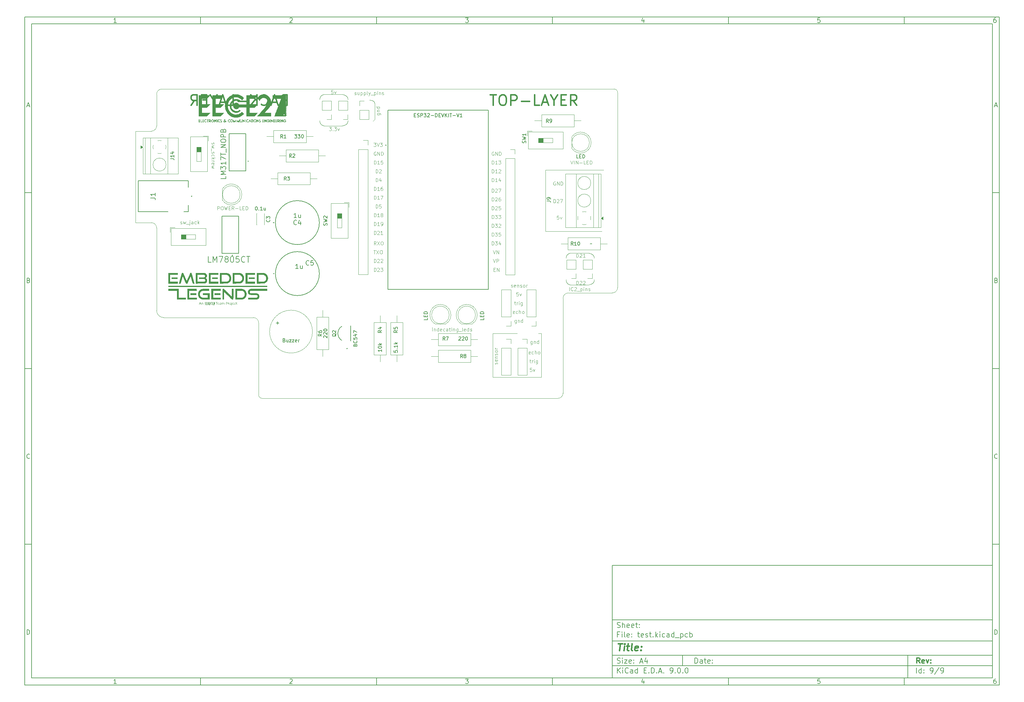
<source format=gbr>
%TF.GenerationSoftware,KiCad,Pcbnew,9.0.0*%
%TF.CreationDate,2025-04-04T13:57:26+02:00*%
%TF.ProjectId,test,74657374-2e6b-4696-9361-645f70636258,rev?*%
%TF.SameCoordinates,Original*%
%TF.FileFunction,Profile,NP*%
%FSLAX46Y46*%
G04 Gerber Fmt 4.6, Leading zero omitted, Abs format (unit mm)*
G04 Created by KiCad (PCBNEW 9.0.0) date 2025-04-04 13:57:26*
%MOMM*%
%LPD*%
G01*
G04 APERTURE LIST*
%ADD10C,0.100000*%
%ADD11C,0.150000*%
%ADD12C,0.300000*%
%ADD13C,0.400000*%
%TA.AperFunction,Profile*%
%ADD14C,0.050000*%
%TD*%
%ADD15C,0.125000*%
%ADD16C,0.120000*%
%ADD17C,0.152400*%
%ADD18C,0.200000*%
%ADD19C,0.127000*%
%ADD20C,0.000000*%
G04 APERTURE END LIST*
D10*
D11*
X177002200Y-166007200D02*
X285002200Y-166007200D01*
X285002200Y-198007200D01*
X177002200Y-198007200D01*
X177002200Y-166007200D01*
D10*
D11*
X10000000Y-10000000D02*
X287002200Y-10000000D01*
X287002200Y-200007200D01*
X10000000Y-200007200D01*
X10000000Y-10000000D01*
D10*
D11*
X12000000Y-12000000D02*
X285002200Y-12000000D01*
X285002200Y-198007200D01*
X12000000Y-198007200D01*
X12000000Y-12000000D01*
D10*
D11*
X60000000Y-12000000D02*
X60000000Y-10000000D01*
D10*
D11*
X110000000Y-12000000D02*
X110000000Y-10000000D01*
D10*
D11*
X160000000Y-12000000D02*
X160000000Y-10000000D01*
D10*
D11*
X210000000Y-12000000D02*
X210000000Y-10000000D01*
D10*
D11*
X260000000Y-12000000D02*
X260000000Y-10000000D01*
D10*
D11*
X36089160Y-11593604D02*
X35346303Y-11593604D01*
X35717731Y-11593604D02*
X35717731Y-10293604D01*
X35717731Y-10293604D02*
X35593922Y-10479319D01*
X35593922Y-10479319D02*
X35470112Y-10603128D01*
X35470112Y-10603128D02*
X35346303Y-10665033D01*
D10*
D11*
X85346303Y-10417414D02*
X85408207Y-10355509D01*
X85408207Y-10355509D02*
X85532017Y-10293604D01*
X85532017Y-10293604D02*
X85841541Y-10293604D01*
X85841541Y-10293604D02*
X85965350Y-10355509D01*
X85965350Y-10355509D02*
X86027255Y-10417414D01*
X86027255Y-10417414D02*
X86089160Y-10541223D01*
X86089160Y-10541223D02*
X86089160Y-10665033D01*
X86089160Y-10665033D02*
X86027255Y-10850747D01*
X86027255Y-10850747D02*
X85284398Y-11593604D01*
X85284398Y-11593604D02*
X86089160Y-11593604D01*
D10*
D11*
X135284398Y-10293604D02*
X136089160Y-10293604D01*
X136089160Y-10293604D02*
X135655826Y-10788842D01*
X135655826Y-10788842D02*
X135841541Y-10788842D01*
X135841541Y-10788842D02*
X135965350Y-10850747D01*
X135965350Y-10850747D02*
X136027255Y-10912652D01*
X136027255Y-10912652D02*
X136089160Y-11036461D01*
X136089160Y-11036461D02*
X136089160Y-11345985D01*
X136089160Y-11345985D02*
X136027255Y-11469795D01*
X136027255Y-11469795D02*
X135965350Y-11531700D01*
X135965350Y-11531700D02*
X135841541Y-11593604D01*
X135841541Y-11593604D02*
X135470112Y-11593604D01*
X135470112Y-11593604D02*
X135346303Y-11531700D01*
X135346303Y-11531700D02*
X135284398Y-11469795D01*
D10*
D11*
X185965350Y-10726938D02*
X185965350Y-11593604D01*
X185655826Y-10231700D02*
X185346303Y-11160271D01*
X185346303Y-11160271D02*
X186151064Y-11160271D01*
D10*
D11*
X236027255Y-10293604D02*
X235408207Y-10293604D01*
X235408207Y-10293604D02*
X235346303Y-10912652D01*
X235346303Y-10912652D02*
X235408207Y-10850747D01*
X235408207Y-10850747D02*
X235532017Y-10788842D01*
X235532017Y-10788842D02*
X235841541Y-10788842D01*
X235841541Y-10788842D02*
X235965350Y-10850747D01*
X235965350Y-10850747D02*
X236027255Y-10912652D01*
X236027255Y-10912652D02*
X236089160Y-11036461D01*
X236089160Y-11036461D02*
X236089160Y-11345985D01*
X236089160Y-11345985D02*
X236027255Y-11469795D01*
X236027255Y-11469795D02*
X235965350Y-11531700D01*
X235965350Y-11531700D02*
X235841541Y-11593604D01*
X235841541Y-11593604D02*
X235532017Y-11593604D01*
X235532017Y-11593604D02*
X235408207Y-11531700D01*
X235408207Y-11531700D02*
X235346303Y-11469795D01*
D10*
D11*
X285965350Y-10293604D02*
X285717731Y-10293604D01*
X285717731Y-10293604D02*
X285593922Y-10355509D01*
X285593922Y-10355509D02*
X285532017Y-10417414D01*
X285532017Y-10417414D02*
X285408207Y-10603128D01*
X285408207Y-10603128D02*
X285346303Y-10850747D01*
X285346303Y-10850747D02*
X285346303Y-11345985D01*
X285346303Y-11345985D02*
X285408207Y-11469795D01*
X285408207Y-11469795D02*
X285470112Y-11531700D01*
X285470112Y-11531700D02*
X285593922Y-11593604D01*
X285593922Y-11593604D02*
X285841541Y-11593604D01*
X285841541Y-11593604D02*
X285965350Y-11531700D01*
X285965350Y-11531700D02*
X286027255Y-11469795D01*
X286027255Y-11469795D02*
X286089160Y-11345985D01*
X286089160Y-11345985D02*
X286089160Y-11036461D01*
X286089160Y-11036461D02*
X286027255Y-10912652D01*
X286027255Y-10912652D02*
X285965350Y-10850747D01*
X285965350Y-10850747D02*
X285841541Y-10788842D01*
X285841541Y-10788842D02*
X285593922Y-10788842D01*
X285593922Y-10788842D02*
X285470112Y-10850747D01*
X285470112Y-10850747D02*
X285408207Y-10912652D01*
X285408207Y-10912652D02*
X285346303Y-11036461D01*
D10*
D11*
X60000000Y-198007200D02*
X60000000Y-200007200D01*
D10*
D11*
X110000000Y-198007200D02*
X110000000Y-200007200D01*
D10*
D11*
X160000000Y-198007200D02*
X160000000Y-200007200D01*
D10*
D11*
X210000000Y-198007200D02*
X210000000Y-200007200D01*
D10*
D11*
X260000000Y-198007200D02*
X260000000Y-200007200D01*
D10*
D11*
X36089160Y-199600804D02*
X35346303Y-199600804D01*
X35717731Y-199600804D02*
X35717731Y-198300804D01*
X35717731Y-198300804D02*
X35593922Y-198486519D01*
X35593922Y-198486519D02*
X35470112Y-198610328D01*
X35470112Y-198610328D02*
X35346303Y-198672233D01*
D10*
D11*
X85346303Y-198424614D02*
X85408207Y-198362709D01*
X85408207Y-198362709D02*
X85532017Y-198300804D01*
X85532017Y-198300804D02*
X85841541Y-198300804D01*
X85841541Y-198300804D02*
X85965350Y-198362709D01*
X85965350Y-198362709D02*
X86027255Y-198424614D01*
X86027255Y-198424614D02*
X86089160Y-198548423D01*
X86089160Y-198548423D02*
X86089160Y-198672233D01*
X86089160Y-198672233D02*
X86027255Y-198857947D01*
X86027255Y-198857947D02*
X85284398Y-199600804D01*
X85284398Y-199600804D02*
X86089160Y-199600804D01*
D10*
D11*
X135284398Y-198300804D02*
X136089160Y-198300804D01*
X136089160Y-198300804D02*
X135655826Y-198796042D01*
X135655826Y-198796042D02*
X135841541Y-198796042D01*
X135841541Y-198796042D02*
X135965350Y-198857947D01*
X135965350Y-198857947D02*
X136027255Y-198919852D01*
X136027255Y-198919852D02*
X136089160Y-199043661D01*
X136089160Y-199043661D02*
X136089160Y-199353185D01*
X136089160Y-199353185D02*
X136027255Y-199476995D01*
X136027255Y-199476995D02*
X135965350Y-199538900D01*
X135965350Y-199538900D02*
X135841541Y-199600804D01*
X135841541Y-199600804D02*
X135470112Y-199600804D01*
X135470112Y-199600804D02*
X135346303Y-199538900D01*
X135346303Y-199538900D02*
X135284398Y-199476995D01*
D10*
D11*
X185965350Y-198734138D02*
X185965350Y-199600804D01*
X185655826Y-198238900D02*
X185346303Y-199167471D01*
X185346303Y-199167471D02*
X186151064Y-199167471D01*
D10*
D11*
X236027255Y-198300804D02*
X235408207Y-198300804D01*
X235408207Y-198300804D02*
X235346303Y-198919852D01*
X235346303Y-198919852D02*
X235408207Y-198857947D01*
X235408207Y-198857947D02*
X235532017Y-198796042D01*
X235532017Y-198796042D02*
X235841541Y-198796042D01*
X235841541Y-198796042D02*
X235965350Y-198857947D01*
X235965350Y-198857947D02*
X236027255Y-198919852D01*
X236027255Y-198919852D02*
X236089160Y-199043661D01*
X236089160Y-199043661D02*
X236089160Y-199353185D01*
X236089160Y-199353185D02*
X236027255Y-199476995D01*
X236027255Y-199476995D02*
X235965350Y-199538900D01*
X235965350Y-199538900D02*
X235841541Y-199600804D01*
X235841541Y-199600804D02*
X235532017Y-199600804D01*
X235532017Y-199600804D02*
X235408207Y-199538900D01*
X235408207Y-199538900D02*
X235346303Y-199476995D01*
D10*
D11*
X285965350Y-198300804D02*
X285717731Y-198300804D01*
X285717731Y-198300804D02*
X285593922Y-198362709D01*
X285593922Y-198362709D02*
X285532017Y-198424614D01*
X285532017Y-198424614D02*
X285408207Y-198610328D01*
X285408207Y-198610328D02*
X285346303Y-198857947D01*
X285346303Y-198857947D02*
X285346303Y-199353185D01*
X285346303Y-199353185D02*
X285408207Y-199476995D01*
X285408207Y-199476995D02*
X285470112Y-199538900D01*
X285470112Y-199538900D02*
X285593922Y-199600804D01*
X285593922Y-199600804D02*
X285841541Y-199600804D01*
X285841541Y-199600804D02*
X285965350Y-199538900D01*
X285965350Y-199538900D02*
X286027255Y-199476995D01*
X286027255Y-199476995D02*
X286089160Y-199353185D01*
X286089160Y-199353185D02*
X286089160Y-199043661D01*
X286089160Y-199043661D02*
X286027255Y-198919852D01*
X286027255Y-198919852D02*
X285965350Y-198857947D01*
X285965350Y-198857947D02*
X285841541Y-198796042D01*
X285841541Y-198796042D02*
X285593922Y-198796042D01*
X285593922Y-198796042D02*
X285470112Y-198857947D01*
X285470112Y-198857947D02*
X285408207Y-198919852D01*
X285408207Y-198919852D02*
X285346303Y-199043661D01*
D10*
D11*
X10000000Y-60000000D02*
X12000000Y-60000000D01*
D10*
D11*
X10000000Y-110000000D02*
X12000000Y-110000000D01*
D10*
D11*
X10000000Y-160000000D02*
X12000000Y-160000000D01*
D10*
D11*
X10690476Y-35222176D02*
X11309523Y-35222176D01*
X10566666Y-35593604D02*
X10999999Y-34293604D01*
X10999999Y-34293604D02*
X11433333Y-35593604D01*
D10*
D11*
X11092857Y-84912652D02*
X11278571Y-84974557D01*
X11278571Y-84974557D02*
X11340476Y-85036461D01*
X11340476Y-85036461D02*
X11402380Y-85160271D01*
X11402380Y-85160271D02*
X11402380Y-85345985D01*
X11402380Y-85345985D02*
X11340476Y-85469795D01*
X11340476Y-85469795D02*
X11278571Y-85531700D01*
X11278571Y-85531700D02*
X11154761Y-85593604D01*
X11154761Y-85593604D02*
X10659523Y-85593604D01*
X10659523Y-85593604D02*
X10659523Y-84293604D01*
X10659523Y-84293604D02*
X11092857Y-84293604D01*
X11092857Y-84293604D02*
X11216666Y-84355509D01*
X11216666Y-84355509D02*
X11278571Y-84417414D01*
X11278571Y-84417414D02*
X11340476Y-84541223D01*
X11340476Y-84541223D02*
X11340476Y-84665033D01*
X11340476Y-84665033D02*
X11278571Y-84788842D01*
X11278571Y-84788842D02*
X11216666Y-84850747D01*
X11216666Y-84850747D02*
X11092857Y-84912652D01*
X11092857Y-84912652D02*
X10659523Y-84912652D01*
D10*
D11*
X11402380Y-135469795D02*
X11340476Y-135531700D01*
X11340476Y-135531700D02*
X11154761Y-135593604D01*
X11154761Y-135593604D02*
X11030952Y-135593604D01*
X11030952Y-135593604D02*
X10845238Y-135531700D01*
X10845238Y-135531700D02*
X10721428Y-135407890D01*
X10721428Y-135407890D02*
X10659523Y-135284080D01*
X10659523Y-135284080D02*
X10597619Y-135036461D01*
X10597619Y-135036461D02*
X10597619Y-134850747D01*
X10597619Y-134850747D02*
X10659523Y-134603128D01*
X10659523Y-134603128D02*
X10721428Y-134479319D01*
X10721428Y-134479319D02*
X10845238Y-134355509D01*
X10845238Y-134355509D02*
X11030952Y-134293604D01*
X11030952Y-134293604D02*
X11154761Y-134293604D01*
X11154761Y-134293604D02*
X11340476Y-134355509D01*
X11340476Y-134355509D02*
X11402380Y-134417414D01*
D10*
D11*
X10659523Y-185593604D02*
X10659523Y-184293604D01*
X10659523Y-184293604D02*
X10969047Y-184293604D01*
X10969047Y-184293604D02*
X11154761Y-184355509D01*
X11154761Y-184355509D02*
X11278571Y-184479319D01*
X11278571Y-184479319D02*
X11340476Y-184603128D01*
X11340476Y-184603128D02*
X11402380Y-184850747D01*
X11402380Y-184850747D02*
X11402380Y-185036461D01*
X11402380Y-185036461D02*
X11340476Y-185284080D01*
X11340476Y-185284080D02*
X11278571Y-185407890D01*
X11278571Y-185407890D02*
X11154761Y-185531700D01*
X11154761Y-185531700D02*
X10969047Y-185593604D01*
X10969047Y-185593604D02*
X10659523Y-185593604D01*
D10*
D11*
X287002200Y-60000000D02*
X285002200Y-60000000D01*
D10*
D11*
X287002200Y-110000000D02*
X285002200Y-110000000D01*
D10*
D11*
X287002200Y-160000000D02*
X285002200Y-160000000D01*
D10*
D11*
X285692676Y-35222176D02*
X286311723Y-35222176D01*
X285568866Y-35593604D02*
X286002199Y-34293604D01*
X286002199Y-34293604D02*
X286435533Y-35593604D01*
D10*
D11*
X286095057Y-84912652D02*
X286280771Y-84974557D01*
X286280771Y-84974557D02*
X286342676Y-85036461D01*
X286342676Y-85036461D02*
X286404580Y-85160271D01*
X286404580Y-85160271D02*
X286404580Y-85345985D01*
X286404580Y-85345985D02*
X286342676Y-85469795D01*
X286342676Y-85469795D02*
X286280771Y-85531700D01*
X286280771Y-85531700D02*
X286156961Y-85593604D01*
X286156961Y-85593604D02*
X285661723Y-85593604D01*
X285661723Y-85593604D02*
X285661723Y-84293604D01*
X285661723Y-84293604D02*
X286095057Y-84293604D01*
X286095057Y-84293604D02*
X286218866Y-84355509D01*
X286218866Y-84355509D02*
X286280771Y-84417414D01*
X286280771Y-84417414D02*
X286342676Y-84541223D01*
X286342676Y-84541223D02*
X286342676Y-84665033D01*
X286342676Y-84665033D02*
X286280771Y-84788842D01*
X286280771Y-84788842D02*
X286218866Y-84850747D01*
X286218866Y-84850747D02*
X286095057Y-84912652D01*
X286095057Y-84912652D02*
X285661723Y-84912652D01*
D10*
D11*
X286404580Y-135469795D02*
X286342676Y-135531700D01*
X286342676Y-135531700D02*
X286156961Y-135593604D01*
X286156961Y-135593604D02*
X286033152Y-135593604D01*
X286033152Y-135593604D02*
X285847438Y-135531700D01*
X285847438Y-135531700D02*
X285723628Y-135407890D01*
X285723628Y-135407890D02*
X285661723Y-135284080D01*
X285661723Y-135284080D02*
X285599819Y-135036461D01*
X285599819Y-135036461D02*
X285599819Y-134850747D01*
X285599819Y-134850747D02*
X285661723Y-134603128D01*
X285661723Y-134603128D02*
X285723628Y-134479319D01*
X285723628Y-134479319D02*
X285847438Y-134355509D01*
X285847438Y-134355509D02*
X286033152Y-134293604D01*
X286033152Y-134293604D02*
X286156961Y-134293604D01*
X286156961Y-134293604D02*
X286342676Y-134355509D01*
X286342676Y-134355509D02*
X286404580Y-134417414D01*
D10*
D11*
X285661723Y-185593604D02*
X285661723Y-184293604D01*
X285661723Y-184293604D02*
X285971247Y-184293604D01*
X285971247Y-184293604D02*
X286156961Y-184355509D01*
X286156961Y-184355509D02*
X286280771Y-184479319D01*
X286280771Y-184479319D02*
X286342676Y-184603128D01*
X286342676Y-184603128D02*
X286404580Y-184850747D01*
X286404580Y-184850747D02*
X286404580Y-185036461D01*
X286404580Y-185036461D02*
X286342676Y-185284080D01*
X286342676Y-185284080D02*
X286280771Y-185407890D01*
X286280771Y-185407890D02*
X286156961Y-185531700D01*
X286156961Y-185531700D02*
X285971247Y-185593604D01*
X285971247Y-185593604D02*
X285661723Y-185593604D01*
D10*
D11*
X200458026Y-193793328D02*
X200458026Y-192293328D01*
X200458026Y-192293328D02*
X200815169Y-192293328D01*
X200815169Y-192293328D02*
X201029455Y-192364757D01*
X201029455Y-192364757D02*
X201172312Y-192507614D01*
X201172312Y-192507614D02*
X201243741Y-192650471D01*
X201243741Y-192650471D02*
X201315169Y-192936185D01*
X201315169Y-192936185D02*
X201315169Y-193150471D01*
X201315169Y-193150471D02*
X201243741Y-193436185D01*
X201243741Y-193436185D02*
X201172312Y-193579042D01*
X201172312Y-193579042D02*
X201029455Y-193721900D01*
X201029455Y-193721900D02*
X200815169Y-193793328D01*
X200815169Y-193793328D02*
X200458026Y-193793328D01*
X202600884Y-193793328D02*
X202600884Y-193007614D01*
X202600884Y-193007614D02*
X202529455Y-192864757D01*
X202529455Y-192864757D02*
X202386598Y-192793328D01*
X202386598Y-192793328D02*
X202100884Y-192793328D01*
X202100884Y-192793328D02*
X201958026Y-192864757D01*
X202600884Y-193721900D02*
X202458026Y-193793328D01*
X202458026Y-193793328D02*
X202100884Y-193793328D01*
X202100884Y-193793328D02*
X201958026Y-193721900D01*
X201958026Y-193721900D02*
X201886598Y-193579042D01*
X201886598Y-193579042D02*
X201886598Y-193436185D01*
X201886598Y-193436185D02*
X201958026Y-193293328D01*
X201958026Y-193293328D02*
X202100884Y-193221900D01*
X202100884Y-193221900D02*
X202458026Y-193221900D01*
X202458026Y-193221900D02*
X202600884Y-193150471D01*
X203100884Y-192793328D02*
X203672312Y-192793328D01*
X203315169Y-192293328D02*
X203315169Y-193579042D01*
X203315169Y-193579042D02*
X203386598Y-193721900D01*
X203386598Y-193721900D02*
X203529455Y-193793328D01*
X203529455Y-193793328D02*
X203672312Y-193793328D01*
X204743741Y-193721900D02*
X204600884Y-193793328D01*
X204600884Y-193793328D02*
X204315170Y-193793328D01*
X204315170Y-193793328D02*
X204172312Y-193721900D01*
X204172312Y-193721900D02*
X204100884Y-193579042D01*
X204100884Y-193579042D02*
X204100884Y-193007614D01*
X204100884Y-193007614D02*
X204172312Y-192864757D01*
X204172312Y-192864757D02*
X204315170Y-192793328D01*
X204315170Y-192793328D02*
X204600884Y-192793328D01*
X204600884Y-192793328D02*
X204743741Y-192864757D01*
X204743741Y-192864757D02*
X204815170Y-193007614D01*
X204815170Y-193007614D02*
X204815170Y-193150471D01*
X204815170Y-193150471D02*
X204100884Y-193293328D01*
X205458026Y-193650471D02*
X205529455Y-193721900D01*
X205529455Y-193721900D02*
X205458026Y-193793328D01*
X205458026Y-193793328D02*
X205386598Y-193721900D01*
X205386598Y-193721900D02*
X205458026Y-193650471D01*
X205458026Y-193650471D02*
X205458026Y-193793328D01*
X205458026Y-192864757D02*
X205529455Y-192936185D01*
X205529455Y-192936185D02*
X205458026Y-193007614D01*
X205458026Y-193007614D02*
X205386598Y-192936185D01*
X205386598Y-192936185D02*
X205458026Y-192864757D01*
X205458026Y-192864757D02*
X205458026Y-193007614D01*
D10*
D11*
X177002200Y-194507200D02*
X285002200Y-194507200D01*
D10*
D11*
X178458026Y-196593328D02*
X178458026Y-195093328D01*
X179315169Y-196593328D02*
X178672312Y-195736185D01*
X179315169Y-195093328D02*
X178458026Y-195950471D01*
X179958026Y-196593328D02*
X179958026Y-195593328D01*
X179958026Y-195093328D02*
X179886598Y-195164757D01*
X179886598Y-195164757D02*
X179958026Y-195236185D01*
X179958026Y-195236185D02*
X180029455Y-195164757D01*
X180029455Y-195164757D02*
X179958026Y-195093328D01*
X179958026Y-195093328D02*
X179958026Y-195236185D01*
X181529455Y-196450471D02*
X181458027Y-196521900D01*
X181458027Y-196521900D02*
X181243741Y-196593328D01*
X181243741Y-196593328D02*
X181100884Y-196593328D01*
X181100884Y-196593328D02*
X180886598Y-196521900D01*
X180886598Y-196521900D02*
X180743741Y-196379042D01*
X180743741Y-196379042D02*
X180672312Y-196236185D01*
X180672312Y-196236185D02*
X180600884Y-195950471D01*
X180600884Y-195950471D02*
X180600884Y-195736185D01*
X180600884Y-195736185D02*
X180672312Y-195450471D01*
X180672312Y-195450471D02*
X180743741Y-195307614D01*
X180743741Y-195307614D02*
X180886598Y-195164757D01*
X180886598Y-195164757D02*
X181100884Y-195093328D01*
X181100884Y-195093328D02*
X181243741Y-195093328D01*
X181243741Y-195093328D02*
X181458027Y-195164757D01*
X181458027Y-195164757D02*
X181529455Y-195236185D01*
X182815170Y-196593328D02*
X182815170Y-195807614D01*
X182815170Y-195807614D02*
X182743741Y-195664757D01*
X182743741Y-195664757D02*
X182600884Y-195593328D01*
X182600884Y-195593328D02*
X182315170Y-195593328D01*
X182315170Y-195593328D02*
X182172312Y-195664757D01*
X182815170Y-196521900D02*
X182672312Y-196593328D01*
X182672312Y-196593328D02*
X182315170Y-196593328D01*
X182315170Y-196593328D02*
X182172312Y-196521900D01*
X182172312Y-196521900D02*
X182100884Y-196379042D01*
X182100884Y-196379042D02*
X182100884Y-196236185D01*
X182100884Y-196236185D02*
X182172312Y-196093328D01*
X182172312Y-196093328D02*
X182315170Y-196021900D01*
X182315170Y-196021900D02*
X182672312Y-196021900D01*
X182672312Y-196021900D02*
X182815170Y-195950471D01*
X184172313Y-196593328D02*
X184172313Y-195093328D01*
X184172313Y-196521900D02*
X184029455Y-196593328D01*
X184029455Y-196593328D02*
X183743741Y-196593328D01*
X183743741Y-196593328D02*
X183600884Y-196521900D01*
X183600884Y-196521900D02*
X183529455Y-196450471D01*
X183529455Y-196450471D02*
X183458027Y-196307614D01*
X183458027Y-196307614D02*
X183458027Y-195879042D01*
X183458027Y-195879042D02*
X183529455Y-195736185D01*
X183529455Y-195736185D02*
X183600884Y-195664757D01*
X183600884Y-195664757D02*
X183743741Y-195593328D01*
X183743741Y-195593328D02*
X184029455Y-195593328D01*
X184029455Y-195593328D02*
X184172313Y-195664757D01*
X186029455Y-195807614D02*
X186529455Y-195807614D01*
X186743741Y-196593328D02*
X186029455Y-196593328D01*
X186029455Y-196593328D02*
X186029455Y-195093328D01*
X186029455Y-195093328D02*
X186743741Y-195093328D01*
X187386598Y-196450471D02*
X187458027Y-196521900D01*
X187458027Y-196521900D02*
X187386598Y-196593328D01*
X187386598Y-196593328D02*
X187315170Y-196521900D01*
X187315170Y-196521900D02*
X187386598Y-196450471D01*
X187386598Y-196450471D02*
X187386598Y-196593328D01*
X188100884Y-196593328D02*
X188100884Y-195093328D01*
X188100884Y-195093328D02*
X188458027Y-195093328D01*
X188458027Y-195093328D02*
X188672313Y-195164757D01*
X188672313Y-195164757D02*
X188815170Y-195307614D01*
X188815170Y-195307614D02*
X188886599Y-195450471D01*
X188886599Y-195450471D02*
X188958027Y-195736185D01*
X188958027Y-195736185D02*
X188958027Y-195950471D01*
X188958027Y-195950471D02*
X188886599Y-196236185D01*
X188886599Y-196236185D02*
X188815170Y-196379042D01*
X188815170Y-196379042D02*
X188672313Y-196521900D01*
X188672313Y-196521900D02*
X188458027Y-196593328D01*
X188458027Y-196593328D02*
X188100884Y-196593328D01*
X189600884Y-196450471D02*
X189672313Y-196521900D01*
X189672313Y-196521900D02*
X189600884Y-196593328D01*
X189600884Y-196593328D02*
X189529456Y-196521900D01*
X189529456Y-196521900D02*
X189600884Y-196450471D01*
X189600884Y-196450471D02*
X189600884Y-196593328D01*
X190243742Y-196164757D02*
X190958028Y-196164757D01*
X190100885Y-196593328D02*
X190600885Y-195093328D01*
X190600885Y-195093328D02*
X191100885Y-196593328D01*
X191600884Y-196450471D02*
X191672313Y-196521900D01*
X191672313Y-196521900D02*
X191600884Y-196593328D01*
X191600884Y-196593328D02*
X191529456Y-196521900D01*
X191529456Y-196521900D02*
X191600884Y-196450471D01*
X191600884Y-196450471D02*
X191600884Y-196593328D01*
X193529456Y-196593328D02*
X193815170Y-196593328D01*
X193815170Y-196593328D02*
X193958027Y-196521900D01*
X193958027Y-196521900D02*
X194029456Y-196450471D01*
X194029456Y-196450471D02*
X194172313Y-196236185D01*
X194172313Y-196236185D02*
X194243742Y-195950471D01*
X194243742Y-195950471D02*
X194243742Y-195379042D01*
X194243742Y-195379042D02*
X194172313Y-195236185D01*
X194172313Y-195236185D02*
X194100885Y-195164757D01*
X194100885Y-195164757D02*
X193958027Y-195093328D01*
X193958027Y-195093328D02*
X193672313Y-195093328D01*
X193672313Y-195093328D02*
X193529456Y-195164757D01*
X193529456Y-195164757D02*
X193458027Y-195236185D01*
X193458027Y-195236185D02*
X193386599Y-195379042D01*
X193386599Y-195379042D02*
X193386599Y-195736185D01*
X193386599Y-195736185D02*
X193458027Y-195879042D01*
X193458027Y-195879042D02*
X193529456Y-195950471D01*
X193529456Y-195950471D02*
X193672313Y-196021900D01*
X193672313Y-196021900D02*
X193958027Y-196021900D01*
X193958027Y-196021900D02*
X194100885Y-195950471D01*
X194100885Y-195950471D02*
X194172313Y-195879042D01*
X194172313Y-195879042D02*
X194243742Y-195736185D01*
X194886598Y-196450471D02*
X194958027Y-196521900D01*
X194958027Y-196521900D02*
X194886598Y-196593328D01*
X194886598Y-196593328D02*
X194815170Y-196521900D01*
X194815170Y-196521900D02*
X194886598Y-196450471D01*
X194886598Y-196450471D02*
X194886598Y-196593328D01*
X195886599Y-195093328D02*
X196029456Y-195093328D01*
X196029456Y-195093328D02*
X196172313Y-195164757D01*
X196172313Y-195164757D02*
X196243742Y-195236185D01*
X196243742Y-195236185D02*
X196315170Y-195379042D01*
X196315170Y-195379042D02*
X196386599Y-195664757D01*
X196386599Y-195664757D02*
X196386599Y-196021900D01*
X196386599Y-196021900D02*
X196315170Y-196307614D01*
X196315170Y-196307614D02*
X196243742Y-196450471D01*
X196243742Y-196450471D02*
X196172313Y-196521900D01*
X196172313Y-196521900D02*
X196029456Y-196593328D01*
X196029456Y-196593328D02*
X195886599Y-196593328D01*
X195886599Y-196593328D02*
X195743742Y-196521900D01*
X195743742Y-196521900D02*
X195672313Y-196450471D01*
X195672313Y-196450471D02*
X195600884Y-196307614D01*
X195600884Y-196307614D02*
X195529456Y-196021900D01*
X195529456Y-196021900D02*
X195529456Y-195664757D01*
X195529456Y-195664757D02*
X195600884Y-195379042D01*
X195600884Y-195379042D02*
X195672313Y-195236185D01*
X195672313Y-195236185D02*
X195743742Y-195164757D01*
X195743742Y-195164757D02*
X195886599Y-195093328D01*
X197029455Y-196450471D02*
X197100884Y-196521900D01*
X197100884Y-196521900D02*
X197029455Y-196593328D01*
X197029455Y-196593328D02*
X196958027Y-196521900D01*
X196958027Y-196521900D02*
X197029455Y-196450471D01*
X197029455Y-196450471D02*
X197029455Y-196593328D01*
X198029456Y-195093328D02*
X198172313Y-195093328D01*
X198172313Y-195093328D02*
X198315170Y-195164757D01*
X198315170Y-195164757D02*
X198386599Y-195236185D01*
X198386599Y-195236185D02*
X198458027Y-195379042D01*
X198458027Y-195379042D02*
X198529456Y-195664757D01*
X198529456Y-195664757D02*
X198529456Y-196021900D01*
X198529456Y-196021900D02*
X198458027Y-196307614D01*
X198458027Y-196307614D02*
X198386599Y-196450471D01*
X198386599Y-196450471D02*
X198315170Y-196521900D01*
X198315170Y-196521900D02*
X198172313Y-196593328D01*
X198172313Y-196593328D02*
X198029456Y-196593328D01*
X198029456Y-196593328D02*
X197886599Y-196521900D01*
X197886599Y-196521900D02*
X197815170Y-196450471D01*
X197815170Y-196450471D02*
X197743741Y-196307614D01*
X197743741Y-196307614D02*
X197672313Y-196021900D01*
X197672313Y-196021900D02*
X197672313Y-195664757D01*
X197672313Y-195664757D02*
X197743741Y-195379042D01*
X197743741Y-195379042D02*
X197815170Y-195236185D01*
X197815170Y-195236185D02*
X197886599Y-195164757D01*
X197886599Y-195164757D02*
X198029456Y-195093328D01*
D10*
D11*
X177002200Y-191507200D02*
X285002200Y-191507200D01*
D10*
D12*
X264413853Y-193785528D02*
X263913853Y-193071242D01*
X263556710Y-193785528D02*
X263556710Y-192285528D01*
X263556710Y-192285528D02*
X264128139Y-192285528D01*
X264128139Y-192285528D02*
X264270996Y-192356957D01*
X264270996Y-192356957D02*
X264342425Y-192428385D01*
X264342425Y-192428385D02*
X264413853Y-192571242D01*
X264413853Y-192571242D02*
X264413853Y-192785528D01*
X264413853Y-192785528D02*
X264342425Y-192928385D01*
X264342425Y-192928385D02*
X264270996Y-192999814D01*
X264270996Y-192999814D02*
X264128139Y-193071242D01*
X264128139Y-193071242D02*
X263556710Y-193071242D01*
X265628139Y-193714100D02*
X265485282Y-193785528D01*
X265485282Y-193785528D02*
X265199568Y-193785528D01*
X265199568Y-193785528D02*
X265056710Y-193714100D01*
X265056710Y-193714100D02*
X264985282Y-193571242D01*
X264985282Y-193571242D02*
X264985282Y-192999814D01*
X264985282Y-192999814D02*
X265056710Y-192856957D01*
X265056710Y-192856957D02*
X265199568Y-192785528D01*
X265199568Y-192785528D02*
X265485282Y-192785528D01*
X265485282Y-192785528D02*
X265628139Y-192856957D01*
X265628139Y-192856957D02*
X265699568Y-192999814D01*
X265699568Y-192999814D02*
X265699568Y-193142671D01*
X265699568Y-193142671D02*
X264985282Y-193285528D01*
X266199567Y-192785528D02*
X266556710Y-193785528D01*
X266556710Y-193785528D02*
X266913853Y-192785528D01*
X267485281Y-193642671D02*
X267556710Y-193714100D01*
X267556710Y-193714100D02*
X267485281Y-193785528D01*
X267485281Y-193785528D02*
X267413853Y-193714100D01*
X267413853Y-193714100D02*
X267485281Y-193642671D01*
X267485281Y-193642671D02*
X267485281Y-193785528D01*
X267485281Y-192856957D02*
X267556710Y-192928385D01*
X267556710Y-192928385D02*
X267485281Y-192999814D01*
X267485281Y-192999814D02*
X267413853Y-192928385D01*
X267413853Y-192928385D02*
X267485281Y-192856957D01*
X267485281Y-192856957D02*
X267485281Y-192999814D01*
D10*
D11*
X178386598Y-193721900D02*
X178600884Y-193793328D01*
X178600884Y-193793328D02*
X178958026Y-193793328D01*
X178958026Y-193793328D02*
X179100884Y-193721900D01*
X179100884Y-193721900D02*
X179172312Y-193650471D01*
X179172312Y-193650471D02*
X179243741Y-193507614D01*
X179243741Y-193507614D02*
X179243741Y-193364757D01*
X179243741Y-193364757D02*
X179172312Y-193221900D01*
X179172312Y-193221900D02*
X179100884Y-193150471D01*
X179100884Y-193150471D02*
X178958026Y-193079042D01*
X178958026Y-193079042D02*
X178672312Y-193007614D01*
X178672312Y-193007614D02*
X178529455Y-192936185D01*
X178529455Y-192936185D02*
X178458026Y-192864757D01*
X178458026Y-192864757D02*
X178386598Y-192721900D01*
X178386598Y-192721900D02*
X178386598Y-192579042D01*
X178386598Y-192579042D02*
X178458026Y-192436185D01*
X178458026Y-192436185D02*
X178529455Y-192364757D01*
X178529455Y-192364757D02*
X178672312Y-192293328D01*
X178672312Y-192293328D02*
X179029455Y-192293328D01*
X179029455Y-192293328D02*
X179243741Y-192364757D01*
X179886597Y-193793328D02*
X179886597Y-192793328D01*
X179886597Y-192293328D02*
X179815169Y-192364757D01*
X179815169Y-192364757D02*
X179886597Y-192436185D01*
X179886597Y-192436185D02*
X179958026Y-192364757D01*
X179958026Y-192364757D02*
X179886597Y-192293328D01*
X179886597Y-192293328D02*
X179886597Y-192436185D01*
X180458026Y-192793328D02*
X181243741Y-192793328D01*
X181243741Y-192793328D02*
X180458026Y-193793328D01*
X180458026Y-193793328D02*
X181243741Y-193793328D01*
X182386598Y-193721900D02*
X182243741Y-193793328D01*
X182243741Y-193793328D02*
X181958027Y-193793328D01*
X181958027Y-193793328D02*
X181815169Y-193721900D01*
X181815169Y-193721900D02*
X181743741Y-193579042D01*
X181743741Y-193579042D02*
X181743741Y-193007614D01*
X181743741Y-193007614D02*
X181815169Y-192864757D01*
X181815169Y-192864757D02*
X181958027Y-192793328D01*
X181958027Y-192793328D02*
X182243741Y-192793328D01*
X182243741Y-192793328D02*
X182386598Y-192864757D01*
X182386598Y-192864757D02*
X182458027Y-193007614D01*
X182458027Y-193007614D02*
X182458027Y-193150471D01*
X182458027Y-193150471D02*
X181743741Y-193293328D01*
X183100883Y-193650471D02*
X183172312Y-193721900D01*
X183172312Y-193721900D02*
X183100883Y-193793328D01*
X183100883Y-193793328D02*
X183029455Y-193721900D01*
X183029455Y-193721900D02*
X183100883Y-193650471D01*
X183100883Y-193650471D02*
X183100883Y-193793328D01*
X183100883Y-192864757D02*
X183172312Y-192936185D01*
X183172312Y-192936185D02*
X183100883Y-193007614D01*
X183100883Y-193007614D02*
X183029455Y-192936185D01*
X183029455Y-192936185D02*
X183100883Y-192864757D01*
X183100883Y-192864757D02*
X183100883Y-193007614D01*
X184886598Y-193364757D02*
X185600884Y-193364757D01*
X184743741Y-193793328D02*
X185243741Y-192293328D01*
X185243741Y-192293328D02*
X185743741Y-193793328D01*
X186886598Y-192793328D02*
X186886598Y-193793328D01*
X186529455Y-192221900D02*
X186172312Y-193293328D01*
X186172312Y-193293328D02*
X187100883Y-193293328D01*
D10*
D11*
X263458026Y-196593328D02*
X263458026Y-195093328D01*
X264815170Y-196593328D02*
X264815170Y-195093328D01*
X264815170Y-196521900D02*
X264672312Y-196593328D01*
X264672312Y-196593328D02*
X264386598Y-196593328D01*
X264386598Y-196593328D02*
X264243741Y-196521900D01*
X264243741Y-196521900D02*
X264172312Y-196450471D01*
X264172312Y-196450471D02*
X264100884Y-196307614D01*
X264100884Y-196307614D02*
X264100884Y-195879042D01*
X264100884Y-195879042D02*
X264172312Y-195736185D01*
X264172312Y-195736185D02*
X264243741Y-195664757D01*
X264243741Y-195664757D02*
X264386598Y-195593328D01*
X264386598Y-195593328D02*
X264672312Y-195593328D01*
X264672312Y-195593328D02*
X264815170Y-195664757D01*
X265529455Y-196450471D02*
X265600884Y-196521900D01*
X265600884Y-196521900D02*
X265529455Y-196593328D01*
X265529455Y-196593328D02*
X265458027Y-196521900D01*
X265458027Y-196521900D02*
X265529455Y-196450471D01*
X265529455Y-196450471D02*
X265529455Y-196593328D01*
X265529455Y-195664757D02*
X265600884Y-195736185D01*
X265600884Y-195736185D02*
X265529455Y-195807614D01*
X265529455Y-195807614D02*
X265458027Y-195736185D01*
X265458027Y-195736185D02*
X265529455Y-195664757D01*
X265529455Y-195664757D02*
X265529455Y-195807614D01*
X267458027Y-196593328D02*
X267743741Y-196593328D01*
X267743741Y-196593328D02*
X267886598Y-196521900D01*
X267886598Y-196521900D02*
X267958027Y-196450471D01*
X267958027Y-196450471D02*
X268100884Y-196236185D01*
X268100884Y-196236185D02*
X268172313Y-195950471D01*
X268172313Y-195950471D02*
X268172313Y-195379042D01*
X268172313Y-195379042D02*
X268100884Y-195236185D01*
X268100884Y-195236185D02*
X268029456Y-195164757D01*
X268029456Y-195164757D02*
X267886598Y-195093328D01*
X267886598Y-195093328D02*
X267600884Y-195093328D01*
X267600884Y-195093328D02*
X267458027Y-195164757D01*
X267458027Y-195164757D02*
X267386598Y-195236185D01*
X267386598Y-195236185D02*
X267315170Y-195379042D01*
X267315170Y-195379042D02*
X267315170Y-195736185D01*
X267315170Y-195736185D02*
X267386598Y-195879042D01*
X267386598Y-195879042D02*
X267458027Y-195950471D01*
X267458027Y-195950471D02*
X267600884Y-196021900D01*
X267600884Y-196021900D02*
X267886598Y-196021900D01*
X267886598Y-196021900D02*
X268029456Y-195950471D01*
X268029456Y-195950471D02*
X268100884Y-195879042D01*
X268100884Y-195879042D02*
X268172313Y-195736185D01*
X269886598Y-195021900D02*
X268600884Y-196950471D01*
X270458027Y-196593328D02*
X270743741Y-196593328D01*
X270743741Y-196593328D02*
X270886598Y-196521900D01*
X270886598Y-196521900D02*
X270958027Y-196450471D01*
X270958027Y-196450471D02*
X271100884Y-196236185D01*
X271100884Y-196236185D02*
X271172313Y-195950471D01*
X271172313Y-195950471D02*
X271172313Y-195379042D01*
X271172313Y-195379042D02*
X271100884Y-195236185D01*
X271100884Y-195236185D02*
X271029456Y-195164757D01*
X271029456Y-195164757D02*
X270886598Y-195093328D01*
X270886598Y-195093328D02*
X270600884Y-195093328D01*
X270600884Y-195093328D02*
X270458027Y-195164757D01*
X270458027Y-195164757D02*
X270386598Y-195236185D01*
X270386598Y-195236185D02*
X270315170Y-195379042D01*
X270315170Y-195379042D02*
X270315170Y-195736185D01*
X270315170Y-195736185D02*
X270386598Y-195879042D01*
X270386598Y-195879042D02*
X270458027Y-195950471D01*
X270458027Y-195950471D02*
X270600884Y-196021900D01*
X270600884Y-196021900D02*
X270886598Y-196021900D01*
X270886598Y-196021900D02*
X271029456Y-195950471D01*
X271029456Y-195950471D02*
X271100884Y-195879042D01*
X271100884Y-195879042D02*
X271172313Y-195736185D01*
D10*
D11*
X177002200Y-187507200D02*
X285002200Y-187507200D01*
D10*
D13*
X178693928Y-188211638D02*
X179836785Y-188211638D01*
X179015357Y-190211638D02*
X179265357Y-188211638D01*
X180253452Y-190211638D02*
X180420119Y-188878304D01*
X180503452Y-188211638D02*
X180396309Y-188306876D01*
X180396309Y-188306876D02*
X180479643Y-188402114D01*
X180479643Y-188402114D02*
X180586786Y-188306876D01*
X180586786Y-188306876D02*
X180503452Y-188211638D01*
X180503452Y-188211638D02*
X180479643Y-188402114D01*
X181086786Y-188878304D02*
X181848690Y-188878304D01*
X181455833Y-188211638D02*
X181241548Y-189925923D01*
X181241548Y-189925923D02*
X181312976Y-190116400D01*
X181312976Y-190116400D02*
X181491548Y-190211638D01*
X181491548Y-190211638D02*
X181682024Y-190211638D01*
X182634405Y-190211638D02*
X182455833Y-190116400D01*
X182455833Y-190116400D02*
X182384405Y-189925923D01*
X182384405Y-189925923D02*
X182598690Y-188211638D01*
X184170119Y-190116400D02*
X183967738Y-190211638D01*
X183967738Y-190211638D02*
X183586785Y-190211638D01*
X183586785Y-190211638D02*
X183408214Y-190116400D01*
X183408214Y-190116400D02*
X183336785Y-189925923D01*
X183336785Y-189925923D02*
X183432024Y-189164019D01*
X183432024Y-189164019D02*
X183551071Y-188973542D01*
X183551071Y-188973542D02*
X183753452Y-188878304D01*
X183753452Y-188878304D02*
X184134404Y-188878304D01*
X184134404Y-188878304D02*
X184312976Y-188973542D01*
X184312976Y-188973542D02*
X184384404Y-189164019D01*
X184384404Y-189164019D02*
X184360595Y-189354495D01*
X184360595Y-189354495D02*
X183384404Y-189544971D01*
X185134405Y-190021161D02*
X185217738Y-190116400D01*
X185217738Y-190116400D02*
X185110595Y-190211638D01*
X185110595Y-190211638D02*
X185027262Y-190116400D01*
X185027262Y-190116400D02*
X185134405Y-190021161D01*
X185134405Y-190021161D02*
X185110595Y-190211638D01*
X185265357Y-188973542D02*
X185348690Y-189068780D01*
X185348690Y-189068780D02*
X185241548Y-189164019D01*
X185241548Y-189164019D02*
X185158214Y-189068780D01*
X185158214Y-189068780D02*
X185265357Y-188973542D01*
X185265357Y-188973542D02*
X185241548Y-189164019D01*
D10*
D11*
X178958026Y-185607614D02*
X178458026Y-185607614D01*
X178458026Y-186393328D02*
X178458026Y-184893328D01*
X178458026Y-184893328D02*
X179172312Y-184893328D01*
X179743740Y-186393328D02*
X179743740Y-185393328D01*
X179743740Y-184893328D02*
X179672312Y-184964757D01*
X179672312Y-184964757D02*
X179743740Y-185036185D01*
X179743740Y-185036185D02*
X179815169Y-184964757D01*
X179815169Y-184964757D02*
X179743740Y-184893328D01*
X179743740Y-184893328D02*
X179743740Y-185036185D01*
X180672312Y-186393328D02*
X180529455Y-186321900D01*
X180529455Y-186321900D02*
X180458026Y-186179042D01*
X180458026Y-186179042D02*
X180458026Y-184893328D01*
X181815169Y-186321900D02*
X181672312Y-186393328D01*
X181672312Y-186393328D02*
X181386598Y-186393328D01*
X181386598Y-186393328D02*
X181243740Y-186321900D01*
X181243740Y-186321900D02*
X181172312Y-186179042D01*
X181172312Y-186179042D02*
X181172312Y-185607614D01*
X181172312Y-185607614D02*
X181243740Y-185464757D01*
X181243740Y-185464757D02*
X181386598Y-185393328D01*
X181386598Y-185393328D02*
X181672312Y-185393328D01*
X181672312Y-185393328D02*
X181815169Y-185464757D01*
X181815169Y-185464757D02*
X181886598Y-185607614D01*
X181886598Y-185607614D02*
X181886598Y-185750471D01*
X181886598Y-185750471D02*
X181172312Y-185893328D01*
X182529454Y-186250471D02*
X182600883Y-186321900D01*
X182600883Y-186321900D02*
X182529454Y-186393328D01*
X182529454Y-186393328D02*
X182458026Y-186321900D01*
X182458026Y-186321900D02*
X182529454Y-186250471D01*
X182529454Y-186250471D02*
X182529454Y-186393328D01*
X182529454Y-185464757D02*
X182600883Y-185536185D01*
X182600883Y-185536185D02*
X182529454Y-185607614D01*
X182529454Y-185607614D02*
X182458026Y-185536185D01*
X182458026Y-185536185D02*
X182529454Y-185464757D01*
X182529454Y-185464757D02*
X182529454Y-185607614D01*
X184172312Y-185393328D02*
X184743740Y-185393328D01*
X184386597Y-184893328D02*
X184386597Y-186179042D01*
X184386597Y-186179042D02*
X184458026Y-186321900D01*
X184458026Y-186321900D02*
X184600883Y-186393328D01*
X184600883Y-186393328D02*
X184743740Y-186393328D01*
X185815169Y-186321900D02*
X185672312Y-186393328D01*
X185672312Y-186393328D02*
X185386598Y-186393328D01*
X185386598Y-186393328D02*
X185243740Y-186321900D01*
X185243740Y-186321900D02*
X185172312Y-186179042D01*
X185172312Y-186179042D02*
X185172312Y-185607614D01*
X185172312Y-185607614D02*
X185243740Y-185464757D01*
X185243740Y-185464757D02*
X185386598Y-185393328D01*
X185386598Y-185393328D02*
X185672312Y-185393328D01*
X185672312Y-185393328D02*
X185815169Y-185464757D01*
X185815169Y-185464757D02*
X185886598Y-185607614D01*
X185886598Y-185607614D02*
X185886598Y-185750471D01*
X185886598Y-185750471D02*
X185172312Y-185893328D01*
X186458026Y-186321900D02*
X186600883Y-186393328D01*
X186600883Y-186393328D02*
X186886597Y-186393328D01*
X186886597Y-186393328D02*
X187029454Y-186321900D01*
X187029454Y-186321900D02*
X187100883Y-186179042D01*
X187100883Y-186179042D02*
X187100883Y-186107614D01*
X187100883Y-186107614D02*
X187029454Y-185964757D01*
X187029454Y-185964757D02*
X186886597Y-185893328D01*
X186886597Y-185893328D02*
X186672312Y-185893328D01*
X186672312Y-185893328D02*
X186529454Y-185821900D01*
X186529454Y-185821900D02*
X186458026Y-185679042D01*
X186458026Y-185679042D02*
X186458026Y-185607614D01*
X186458026Y-185607614D02*
X186529454Y-185464757D01*
X186529454Y-185464757D02*
X186672312Y-185393328D01*
X186672312Y-185393328D02*
X186886597Y-185393328D01*
X186886597Y-185393328D02*
X187029454Y-185464757D01*
X187529455Y-185393328D02*
X188100883Y-185393328D01*
X187743740Y-184893328D02*
X187743740Y-186179042D01*
X187743740Y-186179042D02*
X187815169Y-186321900D01*
X187815169Y-186321900D02*
X187958026Y-186393328D01*
X187958026Y-186393328D02*
X188100883Y-186393328D01*
X188600883Y-186250471D02*
X188672312Y-186321900D01*
X188672312Y-186321900D02*
X188600883Y-186393328D01*
X188600883Y-186393328D02*
X188529455Y-186321900D01*
X188529455Y-186321900D02*
X188600883Y-186250471D01*
X188600883Y-186250471D02*
X188600883Y-186393328D01*
X189315169Y-186393328D02*
X189315169Y-184893328D01*
X189458027Y-185821900D02*
X189886598Y-186393328D01*
X189886598Y-185393328D02*
X189315169Y-185964757D01*
X190529455Y-186393328D02*
X190529455Y-185393328D01*
X190529455Y-184893328D02*
X190458027Y-184964757D01*
X190458027Y-184964757D02*
X190529455Y-185036185D01*
X190529455Y-185036185D02*
X190600884Y-184964757D01*
X190600884Y-184964757D02*
X190529455Y-184893328D01*
X190529455Y-184893328D02*
X190529455Y-185036185D01*
X191886599Y-186321900D02*
X191743741Y-186393328D01*
X191743741Y-186393328D02*
X191458027Y-186393328D01*
X191458027Y-186393328D02*
X191315170Y-186321900D01*
X191315170Y-186321900D02*
X191243741Y-186250471D01*
X191243741Y-186250471D02*
X191172313Y-186107614D01*
X191172313Y-186107614D02*
X191172313Y-185679042D01*
X191172313Y-185679042D02*
X191243741Y-185536185D01*
X191243741Y-185536185D02*
X191315170Y-185464757D01*
X191315170Y-185464757D02*
X191458027Y-185393328D01*
X191458027Y-185393328D02*
X191743741Y-185393328D01*
X191743741Y-185393328D02*
X191886599Y-185464757D01*
X193172313Y-186393328D02*
X193172313Y-185607614D01*
X193172313Y-185607614D02*
X193100884Y-185464757D01*
X193100884Y-185464757D02*
X192958027Y-185393328D01*
X192958027Y-185393328D02*
X192672313Y-185393328D01*
X192672313Y-185393328D02*
X192529455Y-185464757D01*
X193172313Y-186321900D02*
X193029455Y-186393328D01*
X193029455Y-186393328D02*
X192672313Y-186393328D01*
X192672313Y-186393328D02*
X192529455Y-186321900D01*
X192529455Y-186321900D02*
X192458027Y-186179042D01*
X192458027Y-186179042D02*
X192458027Y-186036185D01*
X192458027Y-186036185D02*
X192529455Y-185893328D01*
X192529455Y-185893328D02*
X192672313Y-185821900D01*
X192672313Y-185821900D02*
X193029455Y-185821900D01*
X193029455Y-185821900D02*
X193172313Y-185750471D01*
X194529456Y-186393328D02*
X194529456Y-184893328D01*
X194529456Y-186321900D02*
X194386598Y-186393328D01*
X194386598Y-186393328D02*
X194100884Y-186393328D01*
X194100884Y-186393328D02*
X193958027Y-186321900D01*
X193958027Y-186321900D02*
X193886598Y-186250471D01*
X193886598Y-186250471D02*
X193815170Y-186107614D01*
X193815170Y-186107614D02*
X193815170Y-185679042D01*
X193815170Y-185679042D02*
X193886598Y-185536185D01*
X193886598Y-185536185D02*
X193958027Y-185464757D01*
X193958027Y-185464757D02*
X194100884Y-185393328D01*
X194100884Y-185393328D02*
X194386598Y-185393328D01*
X194386598Y-185393328D02*
X194529456Y-185464757D01*
X194886599Y-186536185D02*
X196029456Y-186536185D01*
X196386598Y-185393328D02*
X196386598Y-186893328D01*
X196386598Y-185464757D02*
X196529456Y-185393328D01*
X196529456Y-185393328D02*
X196815170Y-185393328D01*
X196815170Y-185393328D02*
X196958027Y-185464757D01*
X196958027Y-185464757D02*
X197029456Y-185536185D01*
X197029456Y-185536185D02*
X197100884Y-185679042D01*
X197100884Y-185679042D02*
X197100884Y-186107614D01*
X197100884Y-186107614D02*
X197029456Y-186250471D01*
X197029456Y-186250471D02*
X196958027Y-186321900D01*
X196958027Y-186321900D02*
X196815170Y-186393328D01*
X196815170Y-186393328D02*
X196529456Y-186393328D01*
X196529456Y-186393328D02*
X196386598Y-186321900D01*
X198386599Y-186321900D02*
X198243741Y-186393328D01*
X198243741Y-186393328D02*
X197958027Y-186393328D01*
X197958027Y-186393328D02*
X197815170Y-186321900D01*
X197815170Y-186321900D02*
X197743741Y-186250471D01*
X197743741Y-186250471D02*
X197672313Y-186107614D01*
X197672313Y-186107614D02*
X197672313Y-185679042D01*
X197672313Y-185679042D02*
X197743741Y-185536185D01*
X197743741Y-185536185D02*
X197815170Y-185464757D01*
X197815170Y-185464757D02*
X197958027Y-185393328D01*
X197958027Y-185393328D02*
X198243741Y-185393328D01*
X198243741Y-185393328D02*
X198386599Y-185464757D01*
X199029455Y-186393328D02*
X199029455Y-184893328D01*
X199029455Y-185464757D02*
X199172313Y-185393328D01*
X199172313Y-185393328D02*
X199458027Y-185393328D01*
X199458027Y-185393328D02*
X199600884Y-185464757D01*
X199600884Y-185464757D02*
X199672313Y-185536185D01*
X199672313Y-185536185D02*
X199743741Y-185679042D01*
X199743741Y-185679042D02*
X199743741Y-186107614D01*
X199743741Y-186107614D02*
X199672313Y-186250471D01*
X199672313Y-186250471D02*
X199600884Y-186321900D01*
X199600884Y-186321900D02*
X199458027Y-186393328D01*
X199458027Y-186393328D02*
X199172313Y-186393328D01*
X199172313Y-186393328D02*
X199029455Y-186321900D01*
D10*
D11*
X177002200Y-181507200D02*
X285002200Y-181507200D01*
D10*
D11*
X178386598Y-183621900D02*
X178600884Y-183693328D01*
X178600884Y-183693328D02*
X178958026Y-183693328D01*
X178958026Y-183693328D02*
X179100884Y-183621900D01*
X179100884Y-183621900D02*
X179172312Y-183550471D01*
X179172312Y-183550471D02*
X179243741Y-183407614D01*
X179243741Y-183407614D02*
X179243741Y-183264757D01*
X179243741Y-183264757D02*
X179172312Y-183121900D01*
X179172312Y-183121900D02*
X179100884Y-183050471D01*
X179100884Y-183050471D02*
X178958026Y-182979042D01*
X178958026Y-182979042D02*
X178672312Y-182907614D01*
X178672312Y-182907614D02*
X178529455Y-182836185D01*
X178529455Y-182836185D02*
X178458026Y-182764757D01*
X178458026Y-182764757D02*
X178386598Y-182621900D01*
X178386598Y-182621900D02*
X178386598Y-182479042D01*
X178386598Y-182479042D02*
X178458026Y-182336185D01*
X178458026Y-182336185D02*
X178529455Y-182264757D01*
X178529455Y-182264757D02*
X178672312Y-182193328D01*
X178672312Y-182193328D02*
X179029455Y-182193328D01*
X179029455Y-182193328D02*
X179243741Y-182264757D01*
X179886597Y-183693328D02*
X179886597Y-182193328D01*
X180529455Y-183693328D02*
X180529455Y-182907614D01*
X180529455Y-182907614D02*
X180458026Y-182764757D01*
X180458026Y-182764757D02*
X180315169Y-182693328D01*
X180315169Y-182693328D02*
X180100883Y-182693328D01*
X180100883Y-182693328D02*
X179958026Y-182764757D01*
X179958026Y-182764757D02*
X179886597Y-182836185D01*
X181815169Y-183621900D02*
X181672312Y-183693328D01*
X181672312Y-183693328D02*
X181386598Y-183693328D01*
X181386598Y-183693328D02*
X181243740Y-183621900D01*
X181243740Y-183621900D02*
X181172312Y-183479042D01*
X181172312Y-183479042D02*
X181172312Y-182907614D01*
X181172312Y-182907614D02*
X181243740Y-182764757D01*
X181243740Y-182764757D02*
X181386598Y-182693328D01*
X181386598Y-182693328D02*
X181672312Y-182693328D01*
X181672312Y-182693328D02*
X181815169Y-182764757D01*
X181815169Y-182764757D02*
X181886598Y-182907614D01*
X181886598Y-182907614D02*
X181886598Y-183050471D01*
X181886598Y-183050471D02*
X181172312Y-183193328D01*
X183100883Y-183621900D02*
X182958026Y-183693328D01*
X182958026Y-183693328D02*
X182672312Y-183693328D01*
X182672312Y-183693328D02*
X182529454Y-183621900D01*
X182529454Y-183621900D02*
X182458026Y-183479042D01*
X182458026Y-183479042D02*
X182458026Y-182907614D01*
X182458026Y-182907614D02*
X182529454Y-182764757D01*
X182529454Y-182764757D02*
X182672312Y-182693328D01*
X182672312Y-182693328D02*
X182958026Y-182693328D01*
X182958026Y-182693328D02*
X183100883Y-182764757D01*
X183100883Y-182764757D02*
X183172312Y-182907614D01*
X183172312Y-182907614D02*
X183172312Y-183050471D01*
X183172312Y-183050471D02*
X182458026Y-183193328D01*
X183600883Y-182693328D02*
X184172311Y-182693328D01*
X183815168Y-182193328D02*
X183815168Y-183479042D01*
X183815168Y-183479042D02*
X183886597Y-183621900D01*
X183886597Y-183621900D02*
X184029454Y-183693328D01*
X184029454Y-183693328D02*
X184172311Y-183693328D01*
X184672311Y-183550471D02*
X184743740Y-183621900D01*
X184743740Y-183621900D02*
X184672311Y-183693328D01*
X184672311Y-183693328D02*
X184600883Y-183621900D01*
X184600883Y-183621900D02*
X184672311Y-183550471D01*
X184672311Y-183550471D02*
X184672311Y-183693328D01*
X184672311Y-182764757D02*
X184743740Y-182836185D01*
X184743740Y-182836185D02*
X184672311Y-182907614D01*
X184672311Y-182907614D02*
X184600883Y-182836185D01*
X184600883Y-182836185D02*
X184672311Y-182764757D01*
X184672311Y-182764757D02*
X184672311Y-182907614D01*
D10*
D11*
X197002200Y-191507200D02*
X197002200Y-194507200D01*
D10*
D11*
X261002200Y-191507200D02*
X261002200Y-198007200D01*
D14*
X46000000Y-68500000D02*
G75*
G02*
X47500000Y-70000000I0J-1500000D01*
G01*
X47500000Y-32000000D02*
G75*
G02*
X49000000Y-30500000I1500000J0D01*
G01*
X77500000Y-118500000D02*
G75*
G02*
X76500000Y-117500000I0J1000000D01*
G01*
X76500000Y-114500000D02*
X76500000Y-117500000D01*
X156500000Y-118500000D02*
X161500000Y-118500000D01*
X77500000Y-118500000D02*
X156500000Y-118500000D01*
X76500000Y-97000000D02*
X76500000Y-114500000D01*
X177500000Y-30500000D02*
X49000000Y-30500000D01*
X46000000Y-68500000D02*
X41500000Y-68500000D01*
X178500000Y-87000000D02*
G75*
G02*
X177000000Y-88500000I-1500000J0D01*
G01*
X163000000Y-117000000D02*
G75*
G02*
X161500000Y-118500000I-1500000J0D01*
G01*
X49500000Y-95500000D02*
X75000000Y-95500000D01*
X163000000Y-90000000D02*
G75*
G02*
X164500000Y-88500000I1500000J0D01*
G01*
X47500000Y-41000000D02*
G75*
G02*
X46000000Y-42500000I-1500000J0D01*
G01*
X177500000Y-30500000D02*
G75*
G02*
X178500000Y-31500000I0J-1000000D01*
G01*
X164500000Y-88500000D02*
X177000000Y-88500000D01*
X163000000Y-117000000D02*
X163000000Y-90000000D01*
X41500000Y-42500000D02*
X46000000Y-42500000D01*
X178500000Y-87000000D02*
X178500000Y-31500000D01*
X41500000Y-68500000D02*
X41500000Y-42500000D01*
X47500000Y-41000000D02*
X47500000Y-32000000D01*
X49500000Y-95500000D02*
G75*
G02*
X47500000Y-93500000I0J2000000D01*
G01*
X47500000Y-93500000D02*
X47500000Y-70000000D01*
X75000000Y-95500000D02*
G75*
G02*
X76500000Y-97000000I0J-1500000D01*
G01*
D13*
X83522557Y-33540628D02*
X83093985Y-33683485D01*
X83093985Y-33683485D02*
X82951128Y-33826342D01*
X82951128Y-33826342D02*
X82808271Y-34112057D01*
X82808271Y-34112057D02*
X82808271Y-34540628D01*
X82808271Y-34540628D02*
X82951128Y-34826342D01*
X82951128Y-34826342D02*
X83093985Y-34969200D01*
X83093985Y-34969200D02*
X83379700Y-35112057D01*
X83379700Y-35112057D02*
X84522557Y-35112057D01*
X84522557Y-35112057D02*
X84522557Y-32112057D01*
X84522557Y-32112057D02*
X83522557Y-32112057D01*
X83522557Y-32112057D02*
X83236843Y-32254914D01*
X83236843Y-32254914D02*
X83093985Y-32397771D01*
X83093985Y-32397771D02*
X82951128Y-32683485D01*
X82951128Y-32683485D02*
X82951128Y-32969200D01*
X82951128Y-32969200D02*
X83093985Y-33254914D01*
X83093985Y-33254914D02*
X83236843Y-33397771D01*
X83236843Y-33397771D02*
X83522557Y-33540628D01*
X83522557Y-33540628D02*
X84522557Y-33540628D01*
X81665414Y-34254914D02*
X80236843Y-34254914D01*
X81951128Y-35112057D02*
X80951128Y-32112057D01*
X80951128Y-32112057D02*
X79951128Y-35112057D01*
X77236842Y-34826342D02*
X77379699Y-34969200D01*
X77379699Y-34969200D02*
X77808271Y-35112057D01*
X77808271Y-35112057D02*
X78093985Y-35112057D01*
X78093985Y-35112057D02*
X78522556Y-34969200D01*
X78522556Y-34969200D02*
X78808271Y-34683485D01*
X78808271Y-34683485D02*
X78951128Y-34397771D01*
X78951128Y-34397771D02*
X79093985Y-33826342D01*
X79093985Y-33826342D02*
X79093985Y-33397771D01*
X79093985Y-33397771D02*
X78951128Y-32826342D01*
X78951128Y-32826342D02*
X78808271Y-32540628D01*
X78808271Y-32540628D02*
X78522556Y-32254914D01*
X78522556Y-32254914D02*
X78093985Y-32112057D01*
X78093985Y-32112057D02*
X77808271Y-32112057D01*
X77808271Y-32112057D02*
X77379699Y-32254914D01*
X77379699Y-32254914D02*
X77236842Y-32397771D01*
X75951128Y-35112057D02*
X75951128Y-32112057D01*
X74236842Y-35112057D02*
X75522556Y-33397771D01*
X74236842Y-32112057D02*
X75951128Y-33826342D01*
X72951128Y-33969200D02*
X70665414Y-33969200D01*
X67808270Y-35112057D02*
X69236842Y-35112057D01*
X69236842Y-35112057D02*
X69236842Y-32112057D01*
X66951128Y-34254914D02*
X65522557Y-34254914D01*
X67236842Y-35112057D02*
X66236842Y-32112057D01*
X66236842Y-32112057D02*
X65236842Y-35112057D01*
X63665413Y-33683485D02*
X63665413Y-35112057D01*
X64665413Y-32112057D02*
X63665413Y-33683485D01*
X63665413Y-33683485D02*
X62665413Y-32112057D01*
X61665413Y-33540628D02*
X60665413Y-33540628D01*
X60236841Y-35112057D02*
X61665413Y-35112057D01*
X61665413Y-35112057D02*
X61665413Y-32112057D01*
X61665413Y-32112057D02*
X60236841Y-32112057D01*
X57236841Y-35112057D02*
X58236841Y-33683485D01*
X58951127Y-35112057D02*
X58951127Y-32112057D01*
X58951127Y-32112057D02*
X57808270Y-32112057D01*
X57808270Y-32112057D02*
X57522555Y-32254914D01*
X57522555Y-32254914D02*
X57379698Y-32397771D01*
X57379698Y-32397771D02*
X57236841Y-32683485D01*
X57236841Y-32683485D02*
X57236841Y-33112057D01*
X57236841Y-33112057D02*
X57379698Y-33397771D01*
X57379698Y-33397771D02*
X57522555Y-33540628D01*
X57522555Y-33540628D02*
X57808270Y-33683485D01*
X57808270Y-33683485D02*
X58951127Y-33683485D01*
D10*
X109470000Y-34660000D02*
X109470000Y-39160000D01*
X156850000Y-100000000D02*
X156000000Y-100000000D01*
X174000000Y-71000000D02*
X158000000Y-71000000D01*
X143000000Y-100000000D02*
X150000000Y-100000000D01*
X158000000Y-53500000D02*
X174500000Y-53500000D01*
X143000000Y-100000000D02*
X143000000Y-112500000D01*
X93850000Y-39500000D02*
X93850010Y-39506698D01*
X93850040Y-39513376D01*
X93850090Y-39520035D01*
X93850159Y-39526673D01*
X93850249Y-39533292D01*
X93850358Y-39539891D01*
X93850487Y-39546470D01*
X93850635Y-39553030D01*
X93850803Y-39559570D01*
X93850990Y-39566091D01*
X93851197Y-39572592D01*
X93851423Y-39579074D01*
X93851669Y-39585536D01*
X93851933Y-39591979D01*
X93852217Y-39598403D01*
X93852520Y-39604808D01*
X93852842Y-39611194D01*
X93853183Y-39617561D01*
X93853544Y-39623909D01*
X93853923Y-39630237D01*
X93854320Y-39636548D01*
X93854737Y-39642838D01*
X93855173Y-39649111D01*
X93855627Y-39655365D01*
X93856100Y-39661600D01*
X93856591Y-39667816D01*
X93857102Y-39674015D01*
X93857630Y-39680194D01*
X93858177Y-39686356D01*
X93858743Y-39692498D01*
X93859327Y-39698623D01*
X93859929Y-39704729D01*
X93860549Y-39710818D01*
X93861188Y-39716887D01*
X93861845Y-39722940D01*
X93862520Y-39728973D01*
X93863213Y-39734990D01*
X93863924Y-39740988D01*
X93864653Y-39746969D01*
X93865400Y-39752930D01*
X93866165Y-39758876D01*
X93866948Y-39764802D01*
X93867748Y-39770713D01*
X93868567Y-39776604D01*
X93869403Y-39782479D01*
X93870257Y-39788335D01*
X93871128Y-39794176D01*
X93872017Y-39799997D01*
X93872924Y-39805803D01*
X93873848Y-39811590D01*
X93874790Y-39817361D01*
X93875748Y-39823114D01*
X93876725Y-39828851D01*
X93877719Y-39834570D01*
X93878730Y-39840273D01*
X93879758Y-39845958D01*
X93880804Y-39851627D01*
X93881866Y-39857278D01*
X93882947Y-39862914D01*
X93884043Y-39868531D01*
X93885158Y-39874134D01*
X93886289Y-39879718D01*
X93887437Y-39885288D01*
X93888602Y-39890839D01*
X93889785Y-39896375D01*
X93890983Y-39901893D01*
X93892200Y-39907397D01*
X93893432Y-39912883D01*
X93894682Y-39918354D01*
X93895948Y-39923807D01*
X93897232Y-39929246D01*
X93898531Y-39934667D01*
X93899848Y-39940074D01*
X93901181Y-39945463D01*
X93902531Y-39950838D01*
X93903897Y-39956195D01*
X93905280Y-39961539D01*
X93906680Y-39966864D01*
X93908096Y-39972176D01*
X93909528Y-39977469D01*
X93910977Y-39982750D01*
X93912442Y-39988013D01*
X93913924Y-39993262D01*
X93915422Y-39998494D01*
X93916937Y-40003712D01*
X93918467Y-40008913D01*
X93920015Y-40014101D01*
X93921578Y-40019271D01*
X93923158Y-40024428D01*
X93924753Y-40029567D01*
X93926365Y-40034694D01*
X93927993Y-40039803D01*
X93931298Y-40049979D01*
X93934667Y-40060095D01*
X93938100Y-40070151D01*
X93941597Y-40080148D01*
X93945158Y-40090086D01*
X93948783Y-40099966D01*
X93952472Y-40109788D01*
X93956224Y-40119551D01*
X93960040Y-40129258D01*
X93963918Y-40138907D01*
X93967860Y-40148499D01*
X93971865Y-40158035D01*
X93975933Y-40167514D01*
X93980064Y-40176938D01*
X93984257Y-40186307D01*
X93988513Y-40195620D01*
X93992832Y-40204878D01*
X93997213Y-40214081D01*
X94001657Y-40223231D01*
X94006163Y-40232326D01*
X94010732Y-40241367D01*
X94015362Y-40250355D01*
X94020056Y-40259290D01*
X94024811Y-40268172D01*
X94029629Y-40277001D01*
X94034509Y-40285778D01*
X94039451Y-40294503D01*
X94044456Y-40303176D01*
X94049523Y-40311797D01*
X94054652Y-40320367D01*
X94059844Y-40328885D01*
X94065098Y-40337353D01*
X94070414Y-40345770D01*
X94075793Y-40354136D01*
X94081234Y-40362452D01*
X94086737Y-40370718D01*
X94092304Y-40378934D01*
X94097933Y-40387100D01*
X94103624Y-40395217D01*
X94109379Y-40403285D01*
X94115196Y-40411303D01*
X94121077Y-40419272D01*
X94127020Y-40427193D01*
X94133027Y-40435064D01*
X94139097Y-40442888D01*
X94145230Y-40450662D01*
X94151427Y-40458389D01*
X94157687Y-40466067D01*
X94164011Y-40473697D01*
X94170399Y-40481280D01*
X94176851Y-40488814D01*
X94183367Y-40496301D01*
X94189947Y-40503740D01*
X94196592Y-40511132D01*
X94203301Y-40518476D01*
X94210075Y-40525773D01*
X94216914Y-40533022D01*
X94223818Y-40540224D01*
X94230787Y-40547379D01*
X94237821Y-40554487D01*
X94244921Y-40561547D01*
X94252087Y-40568561D01*
X94259318Y-40575527D01*
X94266616Y-40582446D01*
X94273979Y-40589318D01*
X94281409Y-40596143D01*
X94288906Y-40602921D01*
X94296469Y-40609652D01*
X94304099Y-40616335D01*
X94311796Y-40622971D01*
X94319561Y-40629560D01*
X94327393Y-40636102D01*
X94335292Y-40642596D01*
X94343259Y-40649043D01*
X94351295Y-40655442D01*
X94359398Y-40661794D01*
X94367570Y-40668098D01*
X94375810Y-40674354D01*
X94384119Y-40680562D01*
X94392496Y-40686722D01*
X94400943Y-40692834D01*
X94409459Y-40698898D01*
X94418044Y-40704913D01*
X94426698Y-40710879D01*
X94435422Y-40716797D01*
X94444216Y-40722666D01*
X94453080Y-40728485D01*
X94462014Y-40734255D01*
X94471017Y-40739976D01*
X94480091Y-40745647D01*
X94489235Y-40751268D01*
X94498450Y-40756839D01*
X94507735Y-40762359D01*
X94517091Y-40767828D01*
X94526517Y-40773247D01*
X94536014Y-40778614D01*
X94545582Y-40783930D01*
X94555221Y-40789194D01*
X94564930Y-40794406D01*
X94574710Y-40799566D01*
X94584560Y-40804673D01*
X94594481Y-40809727D01*
X94604473Y-40814728D01*
X94614536Y-40819675D01*
X94624668Y-40824568D01*
X94634871Y-40829406D01*
X94645144Y-40834190D01*
X94655487Y-40838918D01*
X94665900Y-40843591D01*
X94676383Y-40848208D01*
X94686934Y-40852769D01*
X94697555Y-40857273D01*
X94708244Y-40861719D01*
X94719001Y-40866108D01*
X94729826Y-40870439D01*
X94740718Y-40874711D01*
X94751678Y-40878923D01*
X94762703Y-40883077D01*
X94773795Y-40887170D01*
X94784951Y-40891203D01*
X94796172Y-40895174D01*
X94807456Y-40899084D01*
X94818803Y-40902931D01*
X94830212Y-40906716D01*
X94841682Y-40910437D01*
X94853212Y-40914094D01*
X94864800Y-40917687D01*
X94876446Y-40921215D01*
X94888148Y-40924676D01*
X94899904Y-40928072D01*
X94911713Y-40931400D01*
X94923574Y-40934660D01*
X94935484Y-40937852D01*
X94947442Y-40940974D01*
X94959445Y-40944027D01*
X94971492Y-40947009D01*
X94983579Y-40949920D01*
X94995704Y-40952759D01*
X95007864Y-40955525D01*
X95020056Y-40958217D01*
X95032276Y-40960834D01*
X95044521Y-40963377D01*
X95056787Y-40965843D01*
X95069070Y-40968232D01*
X95081363Y-40970543D01*
X95093664Y-40972775D01*
X95105964Y-40974928D01*
X95118259Y-40977000D01*
X95130541Y-40978990D01*
X95142803Y-40980898D01*
X95155037Y-40982722D01*
X95167232Y-40984461D01*
X95179378Y-40986114D01*
X95191464Y-40987681D01*
X95203476Y-40989160D01*
X95215400Y-40990550D01*
X95227218Y-40991850D01*
X95238910Y-40993058D01*
X95250454Y-40994173D01*
X95261822Y-40995195D01*
X95272982Y-40996121D01*
X95283897Y-40996952D01*
X95294517Y-40997684D01*
X95304782Y-40998317D01*
X95314614Y-40998850D01*
X95323903Y-40999282D01*
X95332495Y-40999612D01*
X95340138Y-40999838D01*
X95346363Y-40999965D01*
X95350000Y-41000000D01*
X108970000Y-39660000D02*
X109470000Y-39160000D01*
X101850000Y-39500000D02*
X101849990Y-39505802D01*
X101849960Y-39511589D01*
X101849910Y-39517361D01*
X101849841Y-39523118D01*
X101849751Y-39528861D01*
X101849642Y-39534588D01*
X101849513Y-39540301D01*
X101849364Y-39545999D01*
X101849196Y-39551683D01*
X101849008Y-39557352D01*
X101848801Y-39563007D01*
X101848575Y-39568647D01*
X101848328Y-39574273D01*
X101848063Y-39579884D01*
X101847778Y-39585481D01*
X101847474Y-39591064D01*
X101847151Y-39596633D01*
X101846808Y-39602187D01*
X101846447Y-39607728D01*
X101846066Y-39613254D01*
X101845666Y-39618767D01*
X101845248Y-39624265D01*
X101844810Y-39629750D01*
X101844353Y-39635220D01*
X101843878Y-39640678D01*
X101843383Y-39646121D01*
X101842870Y-39651551D01*
X101842338Y-39656966D01*
X101841787Y-39662369D01*
X101841218Y-39667758D01*
X101840630Y-39673134D01*
X101840023Y-39678495D01*
X101839397Y-39683845D01*
X101838754Y-39689180D01*
X101838091Y-39694502D01*
X101837410Y-39699811D01*
X101836711Y-39705107D01*
X101835993Y-39710389D01*
X101835257Y-39715659D01*
X101834503Y-39720915D01*
X101833730Y-39726159D01*
X101832939Y-39731389D01*
X101832130Y-39736608D01*
X101831302Y-39741812D01*
X101830457Y-39747005D01*
X101829593Y-39752184D01*
X101828711Y-39757351D01*
X101827811Y-39762505D01*
X101826892Y-39767647D01*
X101825956Y-39772775D01*
X101825002Y-39777893D01*
X101824030Y-39782996D01*
X101823040Y-39788089D01*
X101822032Y-39793167D01*
X101821005Y-39798235D01*
X101819962Y-39803289D01*
X101818900Y-39808333D01*
X101817820Y-39813362D01*
X101816722Y-39818382D01*
X101815607Y-39823387D01*
X101814474Y-39828382D01*
X101813324Y-39833364D01*
X101812155Y-39838335D01*
X101810969Y-39843293D01*
X101808543Y-39853174D01*
X101806047Y-39863009D01*
X101803480Y-39872797D01*
X101800843Y-39882538D01*
X101798136Y-39892234D01*
X101795358Y-39901884D01*
X101792510Y-39911489D01*
X101789593Y-39921049D01*
X101786606Y-39930565D01*
X101783549Y-39940036D01*
X101780422Y-39949463D01*
X101777225Y-39958847D01*
X101773959Y-39968187D01*
X101770624Y-39977485D01*
X101767219Y-39986739D01*
X101763744Y-39995952D01*
X101760200Y-40005122D01*
X101756587Y-40014251D01*
X101752904Y-40023338D01*
X101749152Y-40032384D01*
X101745330Y-40041390D01*
X101741439Y-40050354D01*
X101737478Y-40059279D01*
X101733448Y-40068163D01*
X101729348Y-40077008D01*
X101725178Y-40085813D01*
X101720939Y-40094578D01*
X101716629Y-40103305D01*
X101712250Y-40111993D01*
X101707801Y-40120643D01*
X101703282Y-40129254D01*
X101698693Y-40137828D01*
X101694033Y-40146363D01*
X101689303Y-40154861D01*
X101684502Y-40163322D01*
X101679631Y-40171746D01*
X101674689Y-40180132D01*
X101669675Y-40188482D01*
X101664591Y-40196795D01*
X101659435Y-40205072D01*
X101654208Y-40213313D01*
X101648909Y-40221518D01*
X101643538Y-40229687D01*
X101638095Y-40237821D01*
X101632580Y-40245919D01*
X101626992Y-40253981D01*
X101621331Y-40262009D01*
X101615598Y-40270001D01*
X101609791Y-40277959D01*
X101603911Y-40285881D01*
X101597957Y-40293770D01*
X101591929Y-40301623D01*
X101585827Y-40309443D01*
X101579650Y-40317228D01*
X101573399Y-40324978D01*
X101567072Y-40332695D01*
X101560670Y-40340378D01*
X101554193Y-40348026D01*
X101547639Y-40355641D01*
X101541010Y-40363223D01*
X101534304Y-40370770D01*
X101527521Y-40378284D01*
X101520660Y-40385764D01*
X101513723Y-40393210D01*
X101506707Y-40400623D01*
X101499613Y-40408003D01*
X101492441Y-40415349D01*
X101485190Y-40422661D01*
X101477859Y-40429940D01*
X101470450Y-40437186D01*
X101462960Y-40444398D01*
X101455390Y-40451577D01*
X101447739Y-40458722D01*
X101440007Y-40465833D01*
X101432194Y-40472911D01*
X101424299Y-40479956D01*
X101416322Y-40486966D01*
X101408262Y-40493943D01*
X101400119Y-40500887D01*
X101391893Y-40507796D01*
X101383584Y-40514671D01*
X101375190Y-40521513D01*
X101366712Y-40528320D01*
X101358149Y-40535093D01*
X101349501Y-40541832D01*
X101340767Y-40548536D01*
X101331947Y-40555206D01*
X101323041Y-40561842D01*
X101314047Y-40568442D01*
X101304967Y-40575007D01*
X101295799Y-40581538D01*
X101286542Y-40588033D01*
X101277198Y-40594493D01*
X101267764Y-40600917D01*
X101258242Y-40607305D01*
X101248629Y-40613658D01*
X101238927Y-40619974D01*
X101229134Y-40626254D01*
X101219251Y-40632497D01*
X101209276Y-40638704D01*
X101199210Y-40644874D01*
X101189052Y-40651006D01*
X101178802Y-40657101D01*
X101168459Y-40663159D01*
X101158023Y-40669178D01*
X101147493Y-40675159D01*
X101136870Y-40681102D01*
X101126153Y-40687006D01*
X101115341Y-40692871D01*
X101104435Y-40698696D01*
X101093434Y-40704482D01*
X101082337Y-40710228D01*
X101071145Y-40715934D01*
X101059857Y-40721599D01*
X101048473Y-40727223D01*
X101036992Y-40732806D01*
X101025414Y-40738348D01*
X101013740Y-40743847D01*
X101001968Y-40749304D01*
X100990099Y-40754719D01*
X100978132Y-40760090D01*
X100966068Y-40765418D01*
X100953905Y-40770703D01*
X100941644Y-40775943D01*
X100929285Y-40781138D01*
X100916828Y-40786288D01*
X100904272Y-40791393D01*
X100891618Y-40796452D01*
X100878865Y-40801465D01*
X100866014Y-40806430D01*
X100853064Y-40811349D01*
X100840015Y-40816220D01*
X100826868Y-40821042D01*
X100813622Y-40825816D01*
X100800279Y-40830541D01*
X100786837Y-40835216D01*
X100773297Y-40839840D01*
X100759660Y-40844414D01*
X100745925Y-40848937D01*
X100732094Y-40853408D01*
X100718165Y-40857827D01*
X100704140Y-40862193D01*
X100690020Y-40866505D01*
X100675804Y-40870763D01*
X100661494Y-40874967D01*
X100647090Y-40879116D01*
X100632592Y-40883208D01*
X100618002Y-40887245D01*
X100603320Y-40891224D01*
X100588547Y-40895145D01*
X100573684Y-40899008D01*
X100558733Y-40902813D01*
X100543695Y-40906557D01*
X100528570Y-40910241D01*
X100513361Y-40913865D01*
X100498068Y-40917426D01*
X100482694Y-40920925D01*
X100467240Y-40924361D01*
X100451709Y-40927733D01*
X100436101Y-40931040D01*
X100420420Y-40934282D01*
X100404668Y-40937458D01*
X100388848Y-40940567D01*
X100372961Y-40943608D01*
X100357013Y-40946581D01*
X100341005Y-40949484D01*
X100324941Y-40952317D01*
X100308825Y-40955079D01*
X100292662Y-40957769D01*
X100276455Y-40960386D01*
X100260211Y-40962930D01*
X100243933Y-40965399D01*
X100227628Y-40967792D01*
X100211303Y-40970109D01*
X100194964Y-40972348D01*
X100178618Y-40974509D01*
X100162274Y-40976591D01*
X100145942Y-40978592D01*
X100129631Y-40980511D01*
X100113352Y-40982348D01*
X100097117Y-40984101D01*
X100080941Y-40985769D01*
X100064839Y-40987352D01*
X100048827Y-40988847D01*
X100032927Y-40990254D01*
X100017159Y-40991572D01*
X100001549Y-40992799D01*
X99986128Y-40993934D01*
X99970929Y-40994975D01*
X99955995Y-40995922D01*
X99941374Y-40996774D01*
X99927128Y-40997528D01*
X99913333Y-40998183D01*
X99900087Y-40998739D01*
X99887526Y-40999193D01*
X99875839Y-40999546D01*
X99865323Y-40999796D01*
X99856511Y-40999945D01*
X99850000Y-41000000D01*
X171850000Y-84725000D02*
X171849990Y-84730802D01*
X171849960Y-84736589D01*
X171849910Y-84742361D01*
X171849841Y-84748118D01*
X171849751Y-84753861D01*
X171849642Y-84759588D01*
X171849513Y-84765301D01*
X171849364Y-84770999D01*
X171849196Y-84776683D01*
X171849008Y-84782352D01*
X171848801Y-84788007D01*
X171848575Y-84793647D01*
X171848328Y-84799273D01*
X171848063Y-84804884D01*
X171847778Y-84810481D01*
X171847474Y-84816064D01*
X171847151Y-84821633D01*
X171846808Y-84827187D01*
X171846447Y-84832728D01*
X171846066Y-84838254D01*
X171845666Y-84843767D01*
X171845248Y-84849265D01*
X171844810Y-84854750D01*
X171844353Y-84860220D01*
X171843878Y-84865678D01*
X171843383Y-84871121D01*
X171842870Y-84876551D01*
X171842338Y-84881966D01*
X171841787Y-84887369D01*
X171841218Y-84892758D01*
X171840630Y-84898134D01*
X171840023Y-84903495D01*
X171839397Y-84908845D01*
X171838754Y-84914180D01*
X171838091Y-84919502D01*
X171837410Y-84924811D01*
X171836711Y-84930107D01*
X171835993Y-84935389D01*
X171835257Y-84940659D01*
X171834503Y-84945915D01*
X171833730Y-84951159D01*
X171832939Y-84956389D01*
X171832130Y-84961608D01*
X171831302Y-84966812D01*
X171830457Y-84972005D01*
X171829593Y-84977184D01*
X171828711Y-84982351D01*
X171827811Y-84987505D01*
X171826892Y-84992647D01*
X171825956Y-84997775D01*
X171825002Y-85002893D01*
X171824030Y-85007996D01*
X171823040Y-85013089D01*
X171822032Y-85018167D01*
X171821005Y-85023235D01*
X171819962Y-85028289D01*
X171818900Y-85033333D01*
X171817820Y-85038362D01*
X171816722Y-85043382D01*
X171815607Y-85048387D01*
X171814474Y-85053382D01*
X171813324Y-85058364D01*
X171812155Y-85063335D01*
X171810969Y-85068293D01*
X171808543Y-85078174D01*
X171806047Y-85088009D01*
X171803480Y-85097797D01*
X171800843Y-85107538D01*
X171798136Y-85117234D01*
X171795358Y-85126884D01*
X171792510Y-85136489D01*
X171789593Y-85146049D01*
X171786606Y-85155565D01*
X171783549Y-85165036D01*
X171780422Y-85174463D01*
X171777225Y-85183847D01*
X171773959Y-85193187D01*
X171770624Y-85202485D01*
X171767219Y-85211739D01*
X171763744Y-85220952D01*
X171760200Y-85230122D01*
X171756587Y-85239251D01*
X171752904Y-85248338D01*
X171749152Y-85257384D01*
X171745330Y-85266390D01*
X171741439Y-85275354D01*
X171737478Y-85284279D01*
X171733448Y-85293163D01*
X171729348Y-85302008D01*
X171725178Y-85310813D01*
X171720939Y-85319578D01*
X171716629Y-85328305D01*
X171712250Y-85336993D01*
X171707801Y-85345643D01*
X171703282Y-85354254D01*
X171698693Y-85362828D01*
X171694033Y-85371363D01*
X171689303Y-85379861D01*
X171684502Y-85388322D01*
X171679631Y-85396746D01*
X171674689Y-85405132D01*
X171669675Y-85413482D01*
X171664591Y-85421795D01*
X171659435Y-85430072D01*
X171654208Y-85438313D01*
X171648909Y-85446518D01*
X171643538Y-85454687D01*
X171638095Y-85462821D01*
X171632580Y-85470919D01*
X171626992Y-85478981D01*
X171621331Y-85487009D01*
X171615598Y-85495001D01*
X171609791Y-85502959D01*
X171603911Y-85510881D01*
X171597957Y-85518770D01*
X171591929Y-85526623D01*
X171585827Y-85534443D01*
X171579650Y-85542228D01*
X171573399Y-85549978D01*
X171567072Y-85557695D01*
X171560670Y-85565378D01*
X171554193Y-85573026D01*
X171547639Y-85580641D01*
X171541010Y-85588223D01*
X171534304Y-85595770D01*
X171527521Y-85603284D01*
X171520660Y-85610764D01*
X171513723Y-85618210D01*
X171506707Y-85625623D01*
X171499613Y-85633003D01*
X171492441Y-85640349D01*
X171485190Y-85647661D01*
X171477859Y-85654940D01*
X171470450Y-85662186D01*
X171462960Y-85669398D01*
X171455390Y-85676577D01*
X171447739Y-85683722D01*
X171440007Y-85690833D01*
X171432194Y-85697911D01*
X171424299Y-85704956D01*
X171416322Y-85711966D01*
X171408262Y-85718943D01*
X171400119Y-85725887D01*
X171391893Y-85732796D01*
X171383584Y-85739671D01*
X171375190Y-85746513D01*
X171366712Y-85753320D01*
X171358149Y-85760093D01*
X171349501Y-85766832D01*
X171340767Y-85773536D01*
X171331947Y-85780206D01*
X171323041Y-85786842D01*
X171314047Y-85793442D01*
X171304967Y-85800007D01*
X171295799Y-85806538D01*
X171286542Y-85813033D01*
X171277198Y-85819493D01*
X171267764Y-85825917D01*
X171258242Y-85832305D01*
X171248629Y-85838658D01*
X171238927Y-85844974D01*
X171229134Y-85851254D01*
X171219251Y-85857497D01*
X171209276Y-85863704D01*
X171199210Y-85869874D01*
X171189052Y-85876006D01*
X171178802Y-85882101D01*
X171168459Y-85888159D01*
X171158023Y-85894178D01*
X171147493Y-85900159D01*
X171136870Y-85906102D01*
X171126153Y-85912006D01*
X171115341Y-85917871D01*
X171104435Y-85923696D01*
X171093434Y-85929482D01*
X171082337Y-85935228D01*
X171071145Y-85940934D01*
X171059857Y-85946599D01*
X171048473Y-85952223D01*
X171036992Y-85957806D01*
X171025414Y-85963348D01*
X171013740Y-85968847D01*
X171001968Y-85974304D01*
X170990099Y-85979719D01*
X170978132Y-85985090D01*
X170966068Y-85990418D01*
X170953905Y-85995703D01*
X170941644Y-86000943D01*
X170929285Y-86006138D01*
X170916828Y-86011288D01*
X170904272Y-86016393D01*
X170891618Y-86021452D01*
X170878865Y-86026465D01*
X170866014Y-86031430D01*
X170853064Y-86036349D01*
X170840015Y-86041220D01*
X170826868Y-86046042D01*
X170813622Y-86050816D01*
X170800279Y-86055541D01*
X170786837Y-86060216D01*
X170773297Y-86064840D01*
X170759660Y-86069414D01*
X170745925Y-86073937D01*
X170732094Y-86078408D01*
X170718165Y-86082827D01*
X170704140Y-86087193D01*
X170690020Y-86091505D01*
X170675804Y-86095763D01*
X170661494Y-86099967D01*
X170647090Y-86104116D01*
X170632592Y-86108208D01*
X170618002Y-86112245D01*
X170603320Y-86116224D01*
X170588547Y-86120145D01*
X170573684Y-86124008D01*
X170558733Y-86127813D01*
X170543695Y-86131557D01*
X170528570Y-86135241D01*
X170513361Y-86138865D01*
X170498068Y-86142426D01*
X170482694Y-86145925D01*
X170467240Y-86149361D01*
X170451709Y-86152733D01*
X170436101Y-86156040D01*
X170420420Y-86159282D01*
X170404668Y-86162458D01*
X170388848Y-86165567D01*
X170372961Y-86168608D01*
X170357013Y-86171581D01*
X170341005Y-86174484D01*
X170324941Y-86177317D01*
X170308825Y-86180079D01*
X170292662Y-86182769D01*
X170276455Y-86185386D01*
X170260211Y-86187930D01*
X170243933Y-86190399D01*
X170227628Y-86192792D01*
X170211303Y-86195109D01*
X170194964Y-86197348D01*
X170178618Y-86199509D01*
X170162274Y-86201591D01*
X170145942Y-86203592D01*
X170129631Y-86205511D01*
X170113352Y-86207348D01*
X170097117Y-86209101D01*
X170080941Y-86210769D01*
X170064839Y-86212352D01*
X170048827Y-86213847D01*
X170032927Y-86215254D01*
X170017159Y-86216572D01*
X170001549Y-86217799D01*
X169986128Y-86218934D01*
X169970929Y-86219975D01*
X169955995Y-86220922D01*
X169941374Y-86221774D01*
X169927128Y-86222528D01*
X169913333Y-86223183D01*
X169900087Y-86223739D01*
X169887526Y-86224193D01*
X169875839Y-86224546D01*
X169865323Y-86224796D01*
X169856511Y-86224945D01*
X169850000Y-86225000D01*
X101850000Y-33500000D02*
X101849990Y-33494198D01*
X101849960Y-33488411D01*
X101849910Y-33482639D01*
X101849841Y-33476882D01*
X101849751Y-33471139D01*
X101849642Y-33465412D01*
X101849513Y-33459699D01*
X101849364Y-33454001D01*
X101849196Y-33448317D01*
X101849008Y-33442648D01*
X101848801Y-33436993D01*
X101848575Y-33431353D01*
X101848328Y-33425727D01*
X101848063Y-33420116D01*
X101847778Y-33414519D01*
X101847474Y-33408936D01*
X101847151Y-33403367D01*
X101846808Y-33397813D01*
X101846447Y-33392272D01*
X101846066Y-33386746D01*
X101845666Y-33381233D01*
X101845248Y-33375735D01*
X101844810Y-33370250D01*
X101844353Y-33364780D01*
X101843878Y-33359322D01*
X101843383Y-33353879D01*
X101842870Y-33348449D01*
X101842338Y-33343034D01*
X101841787Y-33337631D01*
X101841218Y-33332242D01*
X101840630Y-33326866D01*
X101840023Y-33321505D01*
X101839397Y-33316155D01*
X101838754Y-33310820D01*
X101838091Y-33305498D01*
X101837410Y-33300189D01*
X101836711Y-33294893D01*
X101835993Y-33289611D01*
X101835257Y-33284341D01*
X101834503Y-33279085D01*
X101833730Y-33273841D01*
X101832939Y-33268611D01*
X101832130Y-33263392D01*
X101831302Y-33258188D01*
X101830457Y-33252995D01*
X101829593Y-33247816D01*
X101828711Y-33242649D01*
X101827811Y-33237495D01*
X101826892Y-33232353D01*
X101825956Y-33227225D01*
X101825002Y-33222107D01*
X101824030Y-33217004D01*
X101823040Y-33211911D01*
X101822032Y-33206833D01*
X101821005Y-33201765D01*
X101819962Y-33196711D01*
X101818900Y-33191667D01*
X101817820Y-33186638D01*
X101816722Y-33181618D01*
X101815607Y-33176613D01*
X101814474Y-33171618D01*
X101813324Y-33166636D01*
X101812155Y-33161665D01*
X101810969Y-33156707D01*
X101808543Y-33146826D01*
X101806047Y-33136991D01*
X101803480Y-33127203D01*
X101800843Y-33117462D01*
X101798136Y-33107766D01*
X101795358Y-33098116D01*
X101792510Y-33088511D01*
X101789593Y-33078951D01*
X101786606Y-33069435D01*
X101783549Y-33059964D01*
X101780422Y-33050537D01*
X101777225Y-33041153D01*
X101773959Y-33031813D01*
X101770624Y-33022515D01*
X101767219Y-33013261D01*
X101763744Y-33004048D01*
X101760200Y-32994878D01*
X101756587Y-32985749D01*
X101752904Y-32976662D01*
X101749152Y-32967616D01*
X101745330Y-32958610D01*
X101741439Y-32949646D01*
X101737478Y-32940721D01*
X101733448Y-32931837D01*
X101729348Y-32922992D01*
X101725178Y-32914187D01*
X101720939Y-32905422D01*
X101716629Y-32896695D01*
X101712250Y-32888007D01*
X101707801Y-32879357D01*
X101703282Y-32870746D01*
X101698693Y-32862172D01*
X101694033Y-32853637D01*
X101689303Y-32845139D01*
X101684502Y-32836678D01*
X101679631Y-32828254D01*
X101674689Y-32819868D01*
X101669675Y-32811518D01*
X101664591Y-32803205D01*
X101659435Y-32794928D01*
X101654208Y-32786687D01*
X101648909Y-32778482D01*
X101643538Y-32770313D01*
X101638095Y-32762179D01*
X101632580Y-32754081D01*
X101626992Y-32746019D01*
X101621331Y-32737991D01*
X101615598Y-32729999D01*
X101609791Y-32722041D01*
X101603911Y-32714119D01*
X101597957Y-32706230D01*
X101591929Y-32698377D01*
X101585827Y-32690557D01*
X101579650Y-32682772D01*
X101573399Y-32675022D01*
X101567072Y-32667305D01*
X101560670Y-32659622D01*
X101554193Y-32651974D01*
X101547639Y-32644359D01*
X101541010Y-32636777D01*
X101534304Y-32629230D01*
X101527521Y-32621716D01*
X101520660Y-32614236D01*
X101513723Y-32606790D01*
X101506707Y-32599377D01*
X101499613Y-32591997D01*
X101492441Y-32584651D01*
X101485190Y-32577339D01*
X101477859Y-32570060D01*
X101470450Y-32562814D01*
X101462960Y-32555602D01*
X101455390Y-32548423D01*
X101447739Y-32541278D01*
X101440007Y-32534167D01*
X101432194Y-32527089D01*
X101424299Y-32520044D01*
X101416322Y-32513034D01*
X101408262Y-32506057D01*
X101400119Y-32499113D01*
X101391893Y-32492204D01*
X101383584Y-32485329D01*
X101375190Y-32478487D01*
X101366712Y-32471680D01*
X101358149Y-32464907D01*
X101349501Y-32458168D01*
X101340767Y-32451464D01*
X101331947Y-32444794D01*
X101323041Y-32438158D01*
X101314047Y-32431558D01*
X101304967Y-32424993D01*
X101295799Y-32418462D01*
X101286542Y-32411967D01*
X101277198Y-32405507D01*
X101267764Y-32399083D01*
X101258242Y-32392695D01*
X101248629Y-32386342D01*
X101238927Y-32380026D01*
X101229134Y-32373746D01*
X101219251Y-32367503D01*
X101209276Y-32361296D01*
X101199210Y-32355126D01*
X101189052Y-32348994D01*
X101178802Y-32342899D01*
X101168459Y-32336841D01*
X101158023Y-32330822D01*
X101147493Y-32324841D01*
X101136870Y-32318898D01*
X101126153Y-32312994D01*
X101115341Y-32307129D01*
X101104435Y-32301304D01*
X101093434Y-32295518D01*
X101082337Y-32289772D01*
X101071145Y-32284066D01*
X101059857Y-32278401D01*
X101048473Y-32272777D01*
X101036992Y-32267194D01*
X101025414Y-32261652D01*
X101013740Y-32256153D01*
X101001968Y-32250696D01*
X100990099Y-32245281D01*
X100978132Y-32239910D01*
X100966068Y-32234582D01*
X100953905Y-32229297D01*
X100941644Y-32224057D01*
X100929285Y-32218862D01*
X100916828Y-32213712D01*
X100904272Y-32208607D01*
X100891618Y-32203548D01*
X100878865Y-32198535D01*
X100866014Y-32193570D01*
X100853064Y-32188651D01*
X100840015Y-32183780D01*
X100826868Y-32178958D01*
X100813622Y-32174184D01*
X100800279Y-32169459D01*
X100786837Y-32164784D01*
X100773297Y-32160160D01*
X100759660Y-32155586D01*
X100745925Y-32151063D01*
X100732094Y-32146592D01*
X100718165Y-32142173D01*
X100704140Y-32137807D01*
X100690020Y-32133495D01*
X100675804Y-32129237D01*
X100661494Y-32125033D01*
X100647090Y-32120884D01*
X100632592Y-32116792D01*
X100618002Y-32112755D01*
X100603320Y-32108776D01*
X100588547Y-32104855D01*
X100573684Y-32100992D01*
X100558733Y-32097187D01*
X100543695Y-32093443D01*
X100528570Y-32089759D01*
X100513361Y-32086135D01*
X100498068Y-32082574D01*
X100482694Y-32079075D01*
X100467240Y-32075639D01*
X100451709Y-32072267D01*
X100436101Y-32068960D01*
X100420420Y-32065718D01*
X100404668Y-32062542D01*
X100388848Y-32059433D01*
X100372961Y-32056392D01*
X100357013Y-32053419D01*
X100341005Y-32050516D01*
X100324941Y-32047683D01*
X100308825Y-32044921D01*
X100292662Y-32042231D01*
X100276455Y-32039614D01*
X100260211Y-32037070D01*
X100243933Y-32034601D01*
X100227628Y-32032208D01*
X100211303Y-32029891D01*
X100194964Y-32027652D01*
X100178618Y-32025491D01*
X100162274Y-32023409D01*
X100145942Y-32021408D01*
X100129631Y-32019489D01*
X100113352Y-32017652D01*
X100097117Y-32015899D01*
X100080941Y-32014231D01*
X100064839Y-32012648D01*
X100048827Y-32011153D01*
X100032927Y-32009746D01*
X100017159Y-32008428D01*
X100001549Y-32007201D01*
X99986128Y-32006066D01*
X99970929Y-32005025D01*
X99955995Y-32004078D01*
X99941374Y-32003226D01*
X99927128Y-32002472D01*
X99913333Y-32001817D01*
X99900087Y-32001261D01*
X99887526Y-32000807D01*
X99875839Y-32000454D01*
X99865323Y-32000204D01*
X99856511Y-32000055D01*
X99850000Y-32000000D01*
X163850000Y-84725000D02*
X163850010Y-84731698D01*
X163850040Y-84738376D01*
X163850090Y-84745035D01*
X163850159Y-84751673D01*
X163850249Y-84758292D01*
X163850358Y-84764891D01*
X163850487Y-84771470D01*
X163850635Y-84778030D01*
X163850803Y-84784570D01*
X163850990Y-84791091D01*
X163851197Y-84797592D01*
X163851423Y-84804074D01*
X163851669Y-84810536D01*
X163851933Y-84816979D01*
X163852217Y-84823403D01*
X163852520Y-84829808D01*
X163852842Y-84836194D01*
X163853183Y-84842561D01*
X163853544Y-84848909D01*
X163853923Y-84855237D01*
X163854320Y-84861548D01*
X163854737Y-84867838D01*
X163855173Y-84874111D01*
X163855627Y-84880365D01*
X163856100Y-84886600D01*
X163856591Y-84892816D01*
X163857102Y-84899015D01*
X163857630Y-84905194D01*
X163858177Y-84911356D01*
X163858743Y-84917498D01*
X163859327Y-84923623D01*
X163859929Y-84929729D01*
X163860549Y-84935818D01*
X163861188Y-84941887D01*
X163861845Y-84947940D01*
X163862520Y-84953973D01*
X163863213Y-84959990D01*
X163863924Y-84965988D01*
X163864653Y-84971969D01*
X163865400Y-84977930D01*
X163866165Y-84983876D01*
X163866948Y-84989802D01*
X163867748Y-84995713D01*
X163868567Y-85001604D01*
X163869403Y-85007479D01*
X163870257Y-85013335D01*
X163871128Y-85019176D01*
X163872017Y-85024997D01*
X163872924Y-85030803D01*
X163873848Y-85036590D01*
X163874790Y-85042361D01*
X163875748Y-85048114D01*
X163876725Y-85053851D01*
X163877719Y-85059570D01*
X163878730Y-85065273D01*
X163879758Y-85070958D01*
X163880804Y-85076627D01*
X163881866Y-85082278D01*
X163882947Y-85087914D01*
X163884043Y-85093531D01*
X163885158Y-85099134D01*
X163886289Y-85104718D01*
X163887437Y-85110288D01*
X163888602Y-85115839D01*
X163889785Y-85121375D01*
X163890983Y-85126893D01*
X163892200Y-85132397D01*
X163893432Y-85137883D01*
X163894682Y-85143354D01*
X163895948Y-85148807D01*
X163897232Y-85154246D01*
X163898531Y-85159667D01*
X163899848Y-85165074D01*
X163901181Y-85170463D01*
X163902531Y-85175838D01*
X163903897Y-85181195D01*
X163905280Y-85186539D01*
X163906680Y-85191864D01*
X163908096Y-85197176D01*
X163909528Y-85202469D01*
X163910977Y-85207750D01*
X163912442Y-85213013D01*
X163913924Y-85218262D01*
X163915422Y-85223494D01*
X163916937Y-85228712D01*
X163918467Y-85233913D01*
X163920015Y-85239101D01*
X163921578Y-85244271D01*
X163923158Y-85249428D01*
X163924753Y-85254567D01*
X163926365Y-85259694D01*
X163927993Y-85264803D01*
X163931298Y-85274979D01*
X163934667Y-85285095D01*
X163938100Y-85295151D01*
X163941597Y-85305148D01*
X163945158Y-85315086D01*
X163948783Y-85324966D01*
X163952472Y-85334788D01*
X163956224Y-85344551D01*
X163960040Y-85354258D01*
X163963918Y-85363907D01*
X163967860Y-85373499D01*
X163971865Y-85383035D01*
X163975933Y-85392514D01*
X163980064Y-85401938D01*
X163984257Y-85411307D01*
X163988513Y-85420620D01*
X163992832Y-85429878D01*
X163997213Y-85439081D01*
X164001657Y-85448231D01*
X164006163Y-85457326D01*
X164010732Y-85466367D01*
X164015362Y-85475355D01*
X164020056Y-85484290D01*
X164024811Y-85493172D01*
X164029629Y-85502001D01*
X164034509Y-85510778D01*
X164039451Y-85519503D01*
X164044456Y-85528176D01*
X164049523Y-85536797D01*
X164054652Y-85545367D01*
X164059844Y-85553885D01*
X164065098Y-85562353D01*
X164070414Y-85570770D01*
X164075793Y-85579136D01*
X164081234Y-85587452D01*
X164086737Y-85595718D01*
X164092304Y-85603934D01*
X164097933Y-85612100D01*
X164103624Y-85620217D01*
X164109379Y-85628285D01*
X164115196Y-85636303D01*
X164121077Y-85644272D01*
X164127020Y-85652193D01*
X164133027Y-85660064D01*
X164139097Y-85667888D01*
X164145230Y-85675662D01*
X164151427Y-85683389D01*
X164157687Y-85691067D01*
X164164011Y-85698697D01*
X164170399Y-85706280D01*
X164176851Y-85713814D01*
X164183367Y-85721301D01*
X164189947Y-85728740D01*
X164196592Y-85736132D01*
X164203301Y-85743476D01*
X164210075Y-85750773D01*
X164216914Y-85758022D01*
X164223818Y-85765224D01*
X164230787Y-85772379D01*
X164237821Y-85779487D01*
X164244921Y-85786547D01*
X164252087Y-85793561D01*
X164259318Y-85800527D01*
X164266616Y-85807446D01*
X164273979Y-85814318D01*
X164281409Y-85821143D01*
X164288906Y-85827921D01*
X164296469Y-85834652D01*
X164304099Y-85841335D01*
X164311796Y-85847971D01*
X164319561Y-85854560D01*
X164327393Y-85861102D01*
X164335292Y-85867596D01*
X164343259Y-85874043D01*
X164351295Y-85880442D01*
X164359398Y-85886794D01*
X164367570Y-85893098D01*
X164375810Y-85899354D01*
X164384119Y-85905562D01*
X164392496Y-85911722D01*
X164400943Y-85917834D01*
X164409459Y-85923898D01*
X164418044Y-85929913D01*
X164426698Y-85935879D01*
X164435422Y-85941797D01*
X164444216Y-85947666D01*
X164453080Y-85953485D01*
X164462014Y-85959255D01*
X164471017Y-85964976D01*
X164480091Y-85970647D01*
X164489235Y-85976268D01*
X164498450Y-85981839D01*
X164507735Y-85987359D01*
X164517091Y-85992828D01*
X164526517Y-85998247D01*
X164536014Y-86003614D01*
X164545582Y-86008930D01*
X164555221Y-86014194D01*
X164564930Y-86019406D01*
X164574710Y-86024566D01*
X164584560Y-86029673D01*
X164594481Y-86034727D01*
X164604473Y-86039728D01*
X164614536Y-86044675D01*
X164624668Y-86049568D01*
X164634871Y-86054406D01*
X164645144Y-86059190D01*
X164655487Y-86063918D01*
X164665900Y-86068591D01*
X164676383Y-86073208D01*
X164686934Y-86077769D01*
X164697555Y-86082273D01*
X164708244Y-86086719D01*
X164719001Y-86091108D01*
X164729826Y-86095439D01*
X164740718Y-86099711D01*
X164751678Y-86103923D01*
X164762703Y-86108077D01*
X164773795Y-86112170D01*
X164784951Y-86116203D01*
X164796172Y-86120174D01*
X164807456Y-86124084D01*
X164818803Y-86127931D01*
X164830212Y-86131716D01*
X164841682Y-86135437D01*
X164853212Y-86139094D01*
X164864800Y-86142687D01*
X164876446Y-86146215D01*
X164888148Y-86149676D01*
X164899904Y-86153072D01*
X164911713Y-86156400D01*
X164923574Y-86159660D01*
X164935484Y-86162852D01*
X164947442Y-86165974D01*
X164959445Y-86169027D01*
X164971492Y-86172009D01*
X164983579Y-86174920D01*
X164995704Y-86177759D01*
X165007864Y-86180525D01*
X165020056Y-86183217D01*
X165032276Y-86185834D01*
X165044521Y-86188377D01*
X165056787Y-86190843D01*
X165069070Y-86193232D01*
X165081363Y-86195543D01*
X165093664Y-86197775D01*
X165105964Y-86199928D01*
X165118259Y-86202000D01*
X165130541Y-86203990D01*
X165142803Y-86205898D01*
X165155037Y-86207722D01*
X165167232Y-86209461D01*
X165179378Y-86211114D01*
X165191464Y-86212681D01*
X165203476Y-86214160D01*
X165215400Y-86215550D01*
X165227218Y-86216850D01*
X165238910Y-86218058D01*
X165250454Y-86219173D01*
X165261822Y-86220195D01*
X165272982Y-86221121D01*
X165283897Y-86221952D01*
X165294517Y-86222684D01*
X165304782Y-86223317D01*
X165314614Y-86223850D01*
X165323903Y-86224282D01*
X165332495Y-86224612D01*
X165340138Y-86224838D01*
X165346363Y-86224965D01*
X165350000Y-86225000D01*
X169850000Y-86225000D02*
X165350000Y-86225000D01*
X171850000Y-78630000D02*
X171849990Y-78624198D01*
X171849960Y-78618411D01*
X171849910Y-78612639D01*
X171849841Y-78606882D01*
X171849751Y-78601139D01*
X171849642Y-78595412D01*
X171849513Y-78589699D01*
X171849364Y-78584001D01*
X171849196Y-78578317D01*
X171849008Y-78572648D01*
X171848801Y-78566993D01*
X171848575Y-78561353D01*
X171848328Y-78555727D01*
X171848063Y-78550116D01*
X171847778Y-78544519D01*
X171847474Y-78538936D01*
X171847151Y-78533367D01*
X171846808Y-78527813D01*
X171846447Y-78522272D01*
X171846066Y-78516746D01*
X171845666Y-78511233D01*
X171845248Y-78505735D01*
X171844810Y-78500250D01*
X171844353Y-78494780D01*
X171843878Y-78489322D01*
X171843383Y-78483879D01*
X171842870Y-78478449D01*
X171842338Y-78473034D01*
X171841787Y-78467631D01*
X171841218Y-78462242D01*
X171840630Y-78456866D01*
X171840023Y-78451505D01*
X171839397Y-78446155D01*
X171838754Y-78440820D01*
X171838091Y-78435498D01*
X171837410Y-78430189D01*
X171836711Y-78424893D01*
X171835993Y-78419611D01*
X171835257Y-78414341D01*
X171834503Y-78409085D01*
X171833730Y-78403841D01*
X171832939Y-78398611D01*
X171832130Y-78393392D01*
X171831302Y-78388188D01*
X171830457Y-78382995D01*
X171829593Y-78377816D01*
X171828711Y-78372649D01*
X171827811Y-78367495D01*
X171826892Y-78362353D01*
X171825956Y-78357225D01*
X171825002Y-78352107D01*
X171824030Y-78347004D01*
X171823040Y-78341911D01*
X171822032Y-78336833D01*
X171821005Y-78331765D01*
X171819962Y-78326711D01*
X171818900Y-78321667D01*
X171817820Y-78316638D01*
X171816722Y-78311618D01*
X171815607Y-78306613D01*
X171814474Y-78301618D01*
X171813324Y-78296636D01*
X171812155Y-78291665D01*
X171810969Y-78286707D01*
X171808543Y-78276826D01*
X171806047Y-78266991D01*
X171803480Y-78257203D01*
X171800843Y-78247462D01*
X171798136Y-78237766D01*
X171795358Y-78228116D01*
X171792510Y-78218511D01*
X171789593Y-78208951D01*
X171786606Y-78199435D01*
X171783549Y-78189964D01*
X171780422Y-78180537D01*
X171777225Y-78171153D01*
X171773959Y-78161813D01*
X171770624Y-78152515D01*
X171767219Y-78143261D01*
X171763744Y-78134048D01*
X171760200Y-78124878D01*
X171756587Y-78115749D01*
X171752904Y-78106662D01*
X171749152Y-78097616D01*
X171745330Y-78088610D01*
X171741439Y-78079646D01*
X171737478Y-78070721D01*
X171733448Y-78061837D01*
X171729348Y-78052992D01*
X171725178Y-78044187D01*
X171720939Y-78035422D01*
X171716629Y-78026695D01*
X171712250Y-78018007D01*
X171707801Y-78009357D01*
X171703282Y-78000746D01*
X171698693Y-77992172D01*
X171694033Y-77983637D01*
X171689303Y-77975139D01*
X171684502Y-77966678D01*
X171679631Y-77958254D01*
X171674689Y-77949868D01*
X171669675Y-77941518D01*
X171664591Y-77933205D01*
X171659435Y-77924928D01*
X171654208Y-77916687D01*
X171648909Y-77908482D01*
X171643538Y-77900313D01*
X171638095Y-77892179D01*
X171632580Y-77884081D01*
X171626992Y-77876019D01*
X171621331Y-77867991D01*
X171615598Y-77859999D01*
X171609791Y-77852041D01*
X171603911Y-77844119D01*
X171597957Y-77836230D01*
X171591929Y-77828377D01*
X171585827Y-77820557D01*
X171579650Y-77812772D01*
X171573399Y-77805022D01*
X171567072Y-77797305D01*
X171560670Y-77789622D01*
X171554193Y-77781974D01*
X171547639Y-77774359D01*
X171541010Y-77766777D01*
X171534304Y-77759230D01*
X171527521Y-77751716D01*
X171520660Y-77744236D01*
X171513723Y-77736790D01*
X171506707Y-77729377D01*
X171499613Y-77721997D01*
X171492441Y-77714651D01*
X171485190Y-77707339D01*
X171477859Y-77700060D01*
X171470450Y-77692814D01*
X171462960Y-77685602D01*
X171455390Y-77678423D01*
X171447739Y-77671278D01*
X171440007Y-77664167D01*
X171432194Y-77657089D01*
X171424299Y-77650044D01*
X171416322Y-77643034D01*
X171408262Y-77636057D01*
X171400119Y-77629113D01*
X171391893Y-77622204D01*
X171383584Y-77615329D01*
X171375190Y-77608487D01*
X171366712Y-77601680D01*
X171358149Y-77594907D01*
X171349501Y-77588168D01*
X171340767Y-77581464D01*
X171331947Y-77574794D01*
X171323041Y-77568158D01*
X171314047Y-77561558D01*
X171304967Y-77554993D01*
X171295799Y-77548462D01*
X171286542Y-77541967D01*
X171277198Y-77535507D01*
X171267764Y-77529083D01*
X171258242Y-77522695D01*
X171248629Y-77516342D01*
X171238927Y-77510026D01*
X171229134Y-77503746D01*
X171219251Y-77497503D01*
X171209276Y-77491296D01*
X171199210Y-77485126D01*
X171189052Y-77478994D01*
X171178802Y-77472899D01*
X171168459Y-77466841D01*
X171158023Y-77460822D01*
X171147493Y-77454841D01*
X171136870Y-77448898D01*
X171126153Y-77442994D01*
X171115341Y-77437129D01*
X171104435Y-77431304D01*
X171093434Y-77425518D01*
X171082337Y-77419772D01*
X171071145Y-77414066D01*
X171059857Y-77408401D01*
X171048473Y-77402777D01*
X171036992Y-77397194D01*
X171025414Y-77391652D01*
X171013740Y-77386153D01*
X171001968Y-77380696D01*
X170990099Y-77375281D01*
X170978132Y-77369910D01*
X170966068Y-77364582D01*
X170953905Y-77359297D01*
X170941644Y-77354057D01*
X170929285Y-77348862D01*
X170916828Y-77343712D01*
X170904272Y-77338607D01*
X170891618Y-77333548D01*
X170878865Y-77328535D01*
X170866014Y-77323570D01*
X170853064Y-77318651D01*
X170840015Y-77313780D01*
X170826868Y-77308958D01*
X170813622Y-77304184D01*
X170800279Y-77299459D01*
X170786837Y-77294784D01*
X170773297Y-77290160D01*
X170759660Y-77285586D01*
X170745925Y-77281063D01*
X170732094Y-77276592D01*
X170718165Y-77272173D01*
X170704140Y-77267807D01*
X170690020Y-77263495D01*
X170675804Y-77259237D01*
X170661494Y-77255033D01*
X170647090Y-77250884D01*
X170632592Y-77246792D01*
X170618002Y-77242755D01*
X170603320Y-77238776D01*
X170588547Y-77234855D01*
X170573684Y-77230992D01*
X170558733Y-77227187D01*
X170543695Y-77223443D01*
X170528570Y-77219759D01*
X170513361Y-77216135D01*
X170498068Y-77212574D01*
X170482694Y-77209075D01*
X170467240Y-77205639D01*
X170451709Y-77202267D01*
X170436101Y-77198960D01*
X170420420Y-77195718D01*
X170404668Y-77192542D01*
X170388848Y-77189433D01*
X170372961Y-77186392D01*
X170357013Y-77183419D01*
X170341005Y-77180516D01*
X170324941Y-77177683D01*
X170308825Y-77174921D01*
X170292662Y-77172231D01*
X170276455Y-77169614D01*
X170260211Y-77167070D01*
X170243933Y-77164601D01*
X170227628Y-77162208D01*
X170211303Y-77159891D01*
X170194964Y-77157652D01*
X170178618Y-77155491D01*
X170162274Y-77153409D01*
X170145942Y-77151408D01*
X170129631Y-77149489D01*
X170113352Y-77147652D01*
X170097117Y-77145899D01*
X170080941Y-77144231D01*
X170064839Y-77142648D01*
X170048827Y-77141153D01*
X170032927Y-77139746D01*
X170017159Y-77138428D01*
X170001549Y-77137201D01*
X169986128Y-77136066D01*
X169970929Y-77135025D01*
X169955995Y-77134078D01*
X169941374Y-77133226D01*
X169927128Y-77132472D01*
X169913333Y-77131817D01*
X169900087Y-77131261D01*
X169887526Y-77130807D01*
X169875839Y-77130454D01*
X169865323Y-77130204D01*
X169856511Y-77130055D01*
X169850000Y-77130000D01*
X158000000Y-71000000D02*
X158000000Y-53500000D01*
X99850000Y-41000000D02*
X95350000Y-41000000D01*
X169850000Y-77130000D02*
X165350000Y-77130000D01*
X99850000Y-32000000D02*
X95350000Y-32000000D01*
X93850000Y-33500000D02*
X93850010Y-33493302D01*
X93850040Y-33486624D01*
X93850090Y-33479965D01*
X93850159Y-33473327D01*
X93850249Y-33466708D01*
X93850358Y-33460109D01*
X93850487Y-33453530D01*
X93850635Y-33446970D01*
X93850803Y-33440430D01*
X93850990Y-33433909D01*
X93851197Y-33427408D01*
X93851423Y-33420926D01*
X93851669Y-33414464D01*
X93851933Y-33408021D01*
X93852217Y-33401597D01*
X93852520Y-33395192D01*
X93852842Y-33388806D01*
X93853183Y-33382439D01*
X93853544Y-33376091D01*
X93853923Y-33369763D01*
X93854320Y-33363452D01*
X93854737Y-33357162D01*
X93855173Y-33350889D01*
X93855627Y-33344635D01*
X93856100Y-33338400D01*
X93856591Y-33332184D01*
X93857102Y-33325985D01*
X93857630Y-33319806D01*
X93858177Y-33313644D01*
X93858743Y-33307502D01*
X93859327Y-33301377D01*
X93859929Y-33295271D01*
X93860549Y-33289182D01*
X93861188Y-33283113D01*
X93861845Y-33277060D01*
X93862520Y-33271027D01*
X93863213Y-33265010D01*
X93863924Y-33259012D01*
X93864653Y-33253031D01*
X93865400Y-33247070D01*
X93866165Y-33241124D01*
X93866948Y-33235198D01*
X93867748Y-33229287D01*
X93868567Y-33223396D01*
X93869403Y-33217521D01*
X93870257Y-33211665D01*
X93871128Y-33205824D01*
X93872017Y-33200003D01*
X93872924Y-33194197D01*
X93873848Y-33188410D01*
X93874790Y-33182639D01*
X93875748Y-33176886D01*
X93876725Y-33171149D01*
X93877719Y-33165430D01*
X93878730Y-33159727D01*
X93879758Y-33154042D01*
X93880804Y-33148373D01*
X93881866Y-33142722D01*
X93882947Y-33137086D01*
X93884043Y-33131469D01*
X93885158Y-33125866D01*
X93886289Y-33120282D01*
X93887437Y-33114712D01*
X93888602Y-33109161D01*
X93889785Y-33103625D01*
X93890983Y-33098107D01*
X93892200Y-33092603D01*
X93893432Y-33087117D01*
X93894682Y-33081646D01*
X93895948Y-33076193D01*
X93897232Y-33070754D01*
X93898531Y-33065333D01*
X93899848Y-33059926D01*
X93901181Y-33054537D01*
X93902531Y-33049162D01*
X93903897Y-33043805D01*
X93905280Y-33038461D01*
X93906680Y-33033136D01*
X93908096Y-33027824D01*
X93909528Y-33022531D01*
X93910977Y-33017250D01*
X93912442Y-33011987D01*
X93913924Y-33006738D01*
X93915422Y-33001506D01*
X93916937Y-32996288D01*
X93918467Y-32991087D01*
X93920015Y-32985899D01*
X93921578Y-32980729D01*
X93923158Y-32975572D01*
X93924753Y-32970433D01*
X93926365Y-32965306D01*
X93927993Y-32960197D01*
X93931298Y-32950021D01*
X93934667Y-32939905D01*
X93938100Y-32929849D01*
X93941597Y-32919852D01*
X93945158Y-32909914D01*
X93948783Y-32900034D01*
X93952472Y-32890212D01*
X93956224Y-32880449D01*
X93960040Y-32870742D01*
X93963918Y-32861093D01*
X93967860Y-32851501D01*
X93971865Y-32841965D01*
X93975933Y-32832486D01*
X93980064Y-32823062D01*
X93984257Y-32813693D01*
X93988513Y-32804380D01*
X93992832Y-32795122D01*
X93997213Y-32785919D01*
X94001657Y-32776769D01*
X94006163Y-32767674D01*
X94010732Y-32758633D01*
X94015362Y-32749645D01*
X94020056Y-32740710D01*
X94024811Y-32731828D01*
X94029629Y-32722999D01*
X94034509Y-32714222D01*
X94039451Y-32705497D01*
X94044456Y-32696824D01*
X94049523Y-32688203D01*
X94054652Y-32679633D01*
X94059844Y-32671115D01*
X94065098Y-32662647D01*
X94070414Y-32654230D01*
X94075793Y-32645864D01*
X94081234Y-32637548D01*
X94086737Y-32629282D01*
X94092304Y-32621066D01*
X94097933Y-32612900D01*
X94103624Y-32604783D01*
X94109379Y-32596715D01*
X94115196Y-32588697D01*
X94121077Y-32580728D01*
X94127020Y-32572807D01*
X94133027Y-32564936D01*
X94139097Y-32557112D01*
X94145230Y-32549338D01*
X94151427Y-32541611D01*
X94157687Y-32533933D01*
X94164011Y-32526303D01*
X94170399Y-32518720D01*
X94176851Y-32511186D01*
X94183367Y-32503699D01*
X94189947Y-32496260D01*
X94196592Y-32488868D01*
X94203301Y-32481524D01*
X94210075Y-32474227D01*
X94216914Y-32466978D01*
X94223818Y-32459776D01*
X94230787Y-32452621D01*
X94237821Y-32445513D01*
X94244921Y-32438453D01*
X94252087Y-32431439D01*
X94259318Y-32424473D01*
X94266616Y-32417554D01*
X94273979Y-32410682D01*
X94281409Y-32403857D01*
X94288906Y-32397079D01*
X94296469Y-32390348D01*
X94304099Y-32383665D01*
X94311796Y-32377029D01*
X94319561Y-32370440D01*
X94327393Y-32363898D01*
X94335292Y-32357404D01*
X94343259Y-32350957D01*
X94351295Y-32344558D01*
X94359398Y-32338206D01*
X94367570Y-32331902D01*
X94375810Y-32325646D01*
X94384119Y-32319438D01*
X94392496Y-32313278D01*
X94400943Y-32307166D01*
X94409459Y-32301102D01*
X94418044Y-32295087D01*
X94426698Y-32289121D01*
X94435422Y-32283203D01*
X94444216Y-32277334D01*
X94453080Y-32271515D01*
X94462014Y-32265745D01*
X94471017Y-32260024D01*
X94480091Y-32254353D01*
X94489235Y-32248732D01*
X94498450Y-32243161D01*
X94507735Y-32237641D01*
X94517091Y-32232172D01*
X94526517Y-32226753D01*
X94536014Y-32221386D01*
X94545582Y-32216070D01*
X94555221Y-32210806D01*
X94564930Y-32205594D01*
X94574710Y-32200434D01*
X94584560Y-32195327D01*
X94594481Y-32190273D01*
X94604473Y-32185272D01*
X94614536Y-32180325D01*
X94624668Y-32175432D01*
X94634871Y-32170594D01*
X94645144Y-32165810D01*
X94655487Y-32161082D01*
X94665900Y-32156409D01*
X94676383Y-32151792D01*
X94686934Y-32147231D01*
X94697555Y-32142727D01*
X94708244Y-32138281D01*
X94719001Y-32133892D01*
X94729826Y-32129561D01*
X94740718Y-32125289D01*
X94751678Y-32121077D01*
X94762703Y-32116923D01*
X94773795Y-32112830D01*
X94784951Y-32108797D01*
X94796172Y-32104826D01*
X94807456Y-32100916D01*
X94818803Y-32097069D01*
X94830212Y-32093284D01*
X94841682Y-32089563D01*
X94853212Y-32085906D01*
X94864800Y-32082313D01*
X94876446Y-32078785D01*
X94888148Y-32075324D01*
X94899904Y-32071928D01*
X94911713Y-32068600D01*
X94923574Y-32065340D01*
X94935484Y-32062148D01*
X94947442Y-32059026D01*
X94959445Y-32055973D01*
X94971492Y-32052991D01*
X94983579Y-32050080D01*
X94995704Y-32047241D01*
X95007864Y-32044475D01*
X95020056Y-32041783D01*
X95032276Y-32039166D01*
X95044521Y-32036623D01*
X95056787Y-32034157D01*
X95069070Y-32031768D01*
X95081363Y-32029457D01*
X95093664Y-32027225D01*
X95105964Y-32025072D01*
X95118259Y-32023000D01*
X95130541Y-32021010D01*
X95142803Y-32019102D01*
X95155037Y-32017278D01*
X95167232Y-32015539D01*
X95179378Y-32013886D01*
X95191464Y-32012319D01*
X95203476Y-32010840D01*
X95215400Y-32009450D01*
X95227218Y-32008150D01*
X95238910Y-32006942D01*
X95250454Y-32005827D01*
X95261822Y-32004805D01*
X95272982Y-32003879D01*
X95283897Y-32003048D01*
X95294517Y-32002316D01*
X95304782Y-32001683D01*
X95314614Y-32001150D01*
X95323903Y-32000718D01*
X95332495Y-32000388D01*
X95340138Y-32000162D01*
X95346363Y-32000035D01*
X95350000Y-32000000D01*
X163850000Y-78630000D02*
X163850010Y-78623302D01*
X163850040Y-78616624D01*
X163850090Y-78609965D01*
X163850159Y-78603327D01*
X163850249Y-78596708D01*
X163850358Y-78590109D01*
X163850487Y-78583530D01*
X163850635Y-78576970D01*
X163850803Y-78570430D01*
X163850990Y-78563909D01*
X163851197Y-78557408D01*
X163851423Y-78550926D01*
X163851669Y-78544464D01*
X163851933Y-78538021D01*
X163852217Y-78531597D01*
X163852520Y-78525192D01*
X163852842Y-78518806D01*
X163853183Y-78512439D01*
X163853544Y-78506091D01*
X163853923Y-78499763D01*
X163854320Y-78493452D01*
X163854737Y-78487162D01*
X163855173Y-78480889D01*
X163855627Y-78474635D01*
X163856100Y-78468400D01*
X163856591Y-78462184D01*
X163857102Y-78455985D01*
X163857630Y-78449806D01*
X163858177Y-78443644D01*
X163858743Y-78437502D01*
X163859327Y-78431377D01*
X163859929Y-78425271D01*
X163860549Y-78419182D01*
X163861188Y-78413113D01*
X163861845Y-78407060D01*
X163862520Y-78401027D01*
X163863213Y-78395010D01*
X163863924Y-78389012D01*
X163864653Y-78383031D01*
X163865400Y-78377070D01*
X163866165Y-78371124D01*
X163866948Y-78365198D01*
X163867748Y-78359287D01*
X163868567Y-78353396D01*
X163869403Y-78347521D01*
X163870257Y-78341665D01*
X163871128Y-78335824D01*
X163872017Y-78330003D01*
X163872924Y-78324197D01*
X163873848Y-78318410D01*
X163874790Y-78312639D01*
X163875748Y-78306886D01*
X163876725Y-78301149D01*
X163877719Y-78295430D01*
X163878730Y-78289727D01*
X163879758Y-78284042D01*
X163880804Y-78278373D01*
X163881866Y-78272722D01*
X163882947Y-78267086D01*
X163884043Y-78261469D01*
X163885158Y-78255866D01*
X163886289Y-78250282D01*
X163887437Y-78244712D01*
X163888602Y-78239161D01*
X163889785Y-78233625D01*
X163890983Y-78228107D01*
X163892200Y-78222603D01*
X163893432Y-78217117D01*
X163894682Y-78211646D01*
X163895948Y-78206193D01*
X163897232Y-78200754D01*
X163898531Y-78195333D01*
X163899848Y-78189926D01*
X163901181Y-78184537D01*
X163902531Y-78179162D01*
X163903897Y-78173805D01*
X163905280Y-78168461D01*
X163906680Y-78163136D01*
X163908096Y-78157824D01*
X163909528Y-78152531D01*
X163910977Y-78147250D01*
X163912442Y-78141987D01*
X163913924Y-78136738D01*
X163915422Y-78131506D01*
X163916937Y-78126288D01*
X163918467Y-78121087D01*
X163920015Y-78115899D01*
X163921578Y-78110729D01*
X163923158Y-78105572D01*
X163924753Y-78100433D01*
X163926365Y-78095306D01*
X163927993Y-78090197D01*
X163931298Y-78080021D01*
X163934667Y-78069905D01*
X163938100Y-78059849D01*
X163941597Y-78049852D01*
X163945158Y-78039914D01*
X163948783Y-78030034D01*
X163952472Y-78020212D01*
X163956224Y-78010449D01*
X163960040Y-78000742D01*
X163963918Y-77991093D01*
X163967860Y-77981501D01*
X163971865Y-77971965D01*
X163975933Y-77962486D01*
X163980064Y-77953062D01*
X163984257Y-77943693D01*
X163988513Y-77934380D01*
X163992832Y-77925122D01*
X163997213Y-77915919D01*
X164001657Y-77906769D01*
X164006163Y-77897674D01*
X164010732Y-77888633D01*
X164015362Y-77879645D01*
X164020056Y-77870710D01*
X164024811Y-77861828D01*
X164029629Y-77852999D01*
X164034509Y-77844222D01*
X164039451Y-77835497D01*
X164044456Y-77826824D01*
X164049523Y-77818203D01*
X164054652Y-77809633D01*
X164059844Y-77801115D01*
X164065098Y-77792647D01*
X164070414Y-77784230D01*
X164075793Y-77775864D01*
X164081234Y-77767548D01*
X164086737Y-77759282D01*
X164092304Y-77751066D01*
X164097933Y-77742900D01*
X164103624Y-77734783D01*
X164109379Y-77726715D01*
X164115196Y-77718697D01*
X164121077Y-77710728D01*
X164127020Y-77702807D01*
X164133027Y-77694936D01*
X164139097Y-77687112D01*
X164145230Y-77679338D01*
X164151427Y-77671611D01*
X164157687Y-77663933D01*
X164164011Y-77656303D01*
X164170399Y-77648720D01*
X164176851Y-77641186D01*
X164183367Y-77633699D01*
X164189947Y-77626260D01*
X164196592Y-77618868D01*
X164203301Y-77611524D01*
X164210075Y-77604227D01*
X164216914Y-77596978D01*
X164223818Y-77589776D01*
X164230787Y-77582621D01*
X164237821Y-77575513D01*
X164244921Y-77568453D01*
X164252087Y-77561439D01*
X164259318Y-77554473D01*
X164266616Y-77547554D01*
X164273979Y-77540682D01*
X164281409Y-77533857D01*
X164288906Y-77527079D01*
X164296469Y-77520348D01*
X164304099Y-77513665D01*
X164311796Y-77507029D01*
X164319561Y-77500440D01*
X164327393Y-77493898D01*
X164335292Y-77487404D01*
X164343259Y-77480957D01*
X164351295Y-77474558D01*
X164359398Y-77468206D01*
X164367570Y-77461902D01*
X164375810Y-77455646D01*
X164384119Y-77449438D01*
X164392496Y-77443278D01*
X164400943Y-77437166D01*
X164409459Y-77431102D01*
X164418044Y-77425087D01*
X164426698Y-77419121D01*
X164435422Y-77413203D01*
X164444216Y-77407334D01*
X164453080Y-77401515D01*
X164462014Y-77395745D01*
X164471017Y-77390024D01*
X164480091Y-77384353D01*
X164489235Y-77378732D01*
X164498450Y-77373161D01*
X164507735Y-77367641D01*
X164517091Y-77362172D01*
X164526517Y-77356753D01*
X164536014Y-77351386D01*
X164545582Y-77346070D01*
X164555221Y-77340806D01*
X164564930Y-77335594D01*
X164574710Y-77330434D01*
X164584560Y-77325327D01*
X164594481Y-77320273D01*
X164604473Y-77315272D01*
X164614536Y-77310325D01*
X164624668Y-77305432D01*
X164634871Y-77300594D01*
X164645144Y-77295810D01*
X164655487Y-77291082D01*
X164665900Y-77286409D01*
X164676383Y-77281792D01*
X164686934Y-77277231D01*
X164697555Y-77272727D01*
X164708244Y-77268281D01*
X164719001Y-77263892D01*
X164729826Y-77259561D01*
X164740718Y-77255289D01*
X164751678Y-77251077D01*
X164762703Y-77246923D01*
X164773795Y-77242830D01*
X164784951Y-77238797D01*
X164796172Y-77234826D01*
X164807456Y-77230916D01*
X164818803Y-77227069D01*
X164830212Y-77223284D01*
X164841682Y-77219563D01*
X164853212Y-77215906D01*
X164864800Y-77212313D01*
X164876446Y-77208785D01*
X164888148Y-77205324D01*
X164899904Y-77201928D01*
X164911713Y-77198600D01*
X164923574Y-77195340D01*
X164935484Y-77192148D01*
X164947442Y-77189026D01*
X164959445Y-77185973D01*
X164971492Y-77182991D01*
X164983579Y-77180080D01*
X164995704Y-77177241D01*
X165007864Y-77174475D01*
X165020056Y-77171783D01*
X165032276Y-77169166D01*
X165044521Y-77166623D01*
X165056787Y-77164157D01*
X165069070Y-77161768D01*
X165081363Y-77159457D01*
X165093664Y-77157225D01*
X165105964Y-77155072D01*
X165118259Y-77153000D01*
X165130541Y-77151010D01*
X165142803Y-77149102D01*
X165155037Y-77147278D01*
X165167232Y-77145539D01*
X165179378Y-77143886D01*
X165191464Y-77142319D01*
X165203476Y-77140840D01*
X165215400Y-77139450D01*
X165227218Y-77138150D01*
X165238910Y-77136942D01*
X165250454Y-77135827D01*
X165261822Y-77134805D01*
X165272982Y-77133879D01*
X165283897Y-77133048D01*
X165294517Y-77132316D01*
X165304782Y-77131683D01*
X165314614Y-77131150D01*
X165323903Y-77130718D01*
X165332495Y-77130388D01*
X165340138Y-77130162D01*
X165346363Y-77130035D01*
X165350000Y-77130000D01*
X143000000Y-112500000D02*
X156850000Y-112500000D01*
X107970000Y-33660000D02*
X107978201Y-33660010D01*
X107986372Y-33660040D01*
X107994513Y-33660090D01*
X108002624Y-33660159D01*
X108010706Y-33660248D01*
X108018757Y-33660357D01*
X108026780Y-33660486D01*
X108034773Y-33660634D01*
X108042736Y-33660801D01*
X108050670Y-33660988D01*
X108058575Y-33661194D01*
X108066451Y-33661419D01*
X108074298Y-33661663D01*
X108082116Y-33661927D01*
X108089904Y-33662209D01*
X108097664Y-33662511D01*
X108105396Y-33662831D01*
X108113098Y-33663170D01*
X108120772Y-33663528D01*
X108128417Y-33663904D01*
X108136034Y-33664299D01*
X108143622Y-33664712D01*
X108151183Y-33665144D01*
X108158714Y-33665595D01*
X108166218Y-33666063D01*
X108173694Y-33666550D01*
X108181142Y-33667055D01*
X108188561Y-33667578D01*
X108195954Y-33668120D01*
X108203317Y-33668679D01*
X108210654Y-33669256D01*
X108217963Y-33669851D01*
X108225244Y-33670464D01*
X108232498Y-33671094D01*
X108239725Y-33671742D01*
X108246923Y-33672408D01*
X108254096Y-33673091D01*
X108261240Y-33673792D01*
X108268358Y-33674510D01*
X108275448Y-33675245D01*
X108282512Y-33675998D01*
X108289549Y-33676768D01*
X108296559Y-33677555D01*
X108303542Y-33678359D01*
X108310499Y-33679180D01*
X108317429Y-33680018D01*
X108324333Y-33680873D01*
X108331210Y-33681745D01*
X108338061Y-33682634D01*
X108344885Y-33683539D01*
X108351684Y-33684461D01*
X108358456Y-33685400D01*
X108365203Y-33686355D01*
X108371922Y-33687327D01*
X108378617Y-33688315D01*
X108385285Y-33689319D01*
X108391929Y-33690340D01*
X108398545Y-33691377D01*
X108405137Y-33692430D01*
X108411702Y-33693499D01*
X108418244Y-33694585D01*
X108424758Y-33695686D01*
X108431248Y-33696803D01*
X108437712Y-33697936D01*
X108444152Y-33699085D01*
X108450565Y-33700250D01*
X108456956Y-33701431D01*
X108463319Y-33702627D01*
X108469659Y-33703839D01*
X108475973Y-33705066D01*
X108482263Y-33706310D01*
X108488527Y-33707568D01*
X108494769Y-33708842D01*
X108500984Y-33710131D01*
X108507176Y-33711436D01*
X108513342Y-33712755D01*
X108519486Y-33714090D01*
X108525603Y-33715440D01*
X108531699Y-33716806D01*
X108537768Y-33718186D01*
X108543815Y-33719581D01*
X108549836Y-33720991D01*
X108555835Y-33722416D01*
X108561808Y-33723856D01*
X108567760Y-33725311D01*
X108573686Y-33726780D01*
X108579590Y-33728265D01*
X108585468Y-33729763D01*
X108591326Y-33731277D01*
X108597157Y-33732804D01*
X108602968Y-33734347D01*
X108608752Y-33735904D01*
X108614516Y-33737475D01*
X108620255Y-33739061D01*
X108625972Y-33740661D01*
X108631664Y-33742275D01*
X108637336Y-33743904D01*
X108642982Y-33745546D01*
X108648608Y-33747203D01*
X108654209Y-33748874D01*
X108659790Y-33750559D01*
X108665345Y-33752257D01*
X108670880Y-33753971D01*
X108676390Y-33755697D01*
X108681880Y-33757438D01*
X108687346Y-33759192D01*
X108692791Y-33760961D01*
X108698212Y-33762742D01*
X108703613Y-33764539D01*
X108708989Y-33766347D01*
X108714346Y-33768171D01*
X108719678Y-33770007D01*
X108724992Y-33771858D01*
X108730280Y-33773721D01*
X108735549Y-33775598D01*
X108740794Y-33777488D01*
X108746020Y-33779393D01*
X108751221Y-33781309D01*
X108756404Y-33783240D01*
X108761562Y-33785183D01*
X108766702Y-33787141D01*
X108771817Y-33789111D01*
X108776914Y-33791095D01*
X108781987Y-33793090D01*
X108787042Y-33795101D01*
X108792072Y-33797123D01*
X108797084Y-33799159D01*
X108802072Y-33801207D01*
X108807043Y-33803269D01*
X108811988Y-33805343D01*
X108816917Y-33807431D01*
X108821821Y-33809530D01*
X108826709Y-33811644D01*
X108831571Y-33813769D01*
X108836417Y-33815908D01*
X108841239Y-33818058D01*
X108850824Y-33822399D01*
X108860328Y-33826789D01*
X108869750Y-33831230D01*
X108879092Y-33835721D01*
X108888353Y-33840262D01*
X108897534Y-33844852D01*
X108906636Y-33849492D01*
X108915658Y-33854180D01*
X108924602Y-33858918D01*
X108933467Y-33863704D01*
X108942255Y-33868538D01*
X108950965Y-33873421D01*
X108959598Y-33878352D01*
X108968154Y-33883331D01*
X108976634Y-33888357D01*
X108985037Y-33893431D01*
X108993365Y-33898552D01*
X109001618Y-33903721D01*
X109009796Y-33908936D01*
X109017899Y-33914198D01*
X109025927Y-33919507D01*
X109033882Y-33924863D01*
X109041763Y-33930265D01*
X109049571Y-33935713D01*
X109057306Y-33941207D01*
X109064968Y-33946747D01*
X109072557Y-33952334D01*
X109080074Y-33957965D01*
X109087520Y-33963643D01*
X109094894Y-33969366D01*
X109102196Y-33975134D01*
X109109427Y-33980948D01*
X109116588Y-33986807D01*
X109123677Y-33992711D01*
X109130697Y-33998659D01*
X109137646Y-34004653D01*
X109144525Y-34010691D01*
X109151334Y-34016774D01*
X109158074Y-34022902D01*
X109164744Y-34029074D01*
X109171345Y-34035290D01*
X109177877Y-34041551D01*
X109184340Y-34047856D01*
X109190735Y-34054205D01*
X109197060Y-34060597D01*
X109203317Y-34067034D01*
X109209506Y-34073515D01*
X109215626Y-34080039D01*
X109221679Y-34086606D01*
X109227663Y-34093217D01*
X109233579Y-34099872D01*
X109239427Y-34106570D01*
X109245207Y-34113311D01*
X109250919Y-34120094D01*
X109256563Y-34126921D01*
X109262139Y-34133791D01*
X109267648Y-34140703D01*
X109273089Y-34147657D01*
X109278462Y-34154654D01*
X109283767Y-34161693D01*
X109289004Y-34168774D01*
X109294173Y-34175897D01*
X109299274Y-34183061D01*
X109304308Y-34190267D01*
X109309272Y-34197513D01*
X109314169Y-34204801D01*
X109318997Y-34212129D01*
X109323757Y-34219498D01*
X109328448Y-34226907D01*
X109333070Y-34234355D01*
X109337623Y-34241843D01*
X109342107Y-34249370D01*
X109346522Y-34256936D01*
X109350867Y-34264539D01*
X109355142Y-34272181D01*
X109359348Y-34279860D01*
X109363483Y-34287576D01*
X109367547Y-34295328D01*
X109371541Y-34303116D01*
X109375463Y-34310939D01*
X109379314Y-34318796D01*
X109383094Y-34326687D01*
X109386801Y-34334611D01*
X109390436Y-34342567D01*
X109393998Y-34350554D01*
X109397487Y-34358572D01*
X109400902Y-34366618D01*
X109404243Y-34374693D01*
X109407509Y-34382794D01*
X109410701Y-34390921D01*
X109413817Y-34399072D01*
X109416857Y-34407245D01*
X109419821Y-34415440D01*
X109422707Y-34423653D01*
X109425516Y-34431884D01*
X109428247Y-34440130D01*
X109430899Y-34448389D01*
X109433472Y-34456659D01*
X109435965Y-34464936D01*
X109438376Y-34473218D01*
X109440707Y-34481502D01*
X109442956Y-34489785D01*
X109445121Y-34498062D01*
X109447203Y-34506329D01*
X109449201Y-34514582D01*
X109451113Y-34522816D01*
X109452940Y-34531025D01*
X109454679Y-34539202D01*
X109456331Y-34547342D01*
X109457894Y-34555435D01*
X109459367Y-34563474D01*
X109460750Y-34571447D01*
X109462040Y-34579344D01*
X109463238Y-34587150D01*
X109464342Y-34594852D01*
X109465351Y-34602429D01*
X109466264Y-34609861D01*
X109467080Y-34617121D01*
X109467797Y-34624175D01*
X109468414Y-34630983D01*
X109468931Y-34637488D01*
X109469346Y-34643615D01*
X109469658Y-34649252D01*
X109469867Y-34654216D01*
X109469976Y-34658149D01*
X109470000Y-34660000D01*
X156850000Y-112500000D02*
X156850000Y-100000000D01*
X142803884Y-56872419D02*
X142803884Y-55872419D01*
X142803884Y-55872419D02*
X143041979Y-55872419D01*
X143041979Y-55872419D02*
X143184836Y-55920038D01*
X143184836Y-55920038D02*
X143280074Y-56015276D01*
X143280074Y-56015276D02*
X143327693Y-56110514D01*
X143327693Y-56110514D02*
X143375312Y-56300990D01*
X143375312Y-56300990D02*
X143375312Y-56443847D01*
X143375312Y-56443847D02*
X143327693Y-56634323D01*
X143327693Y-56634323D02*
X143280074Y-56729561D01*
X143280074Y-56729561D02*
X143184836Y-56824800D01*
X143184836Y-56824800D02*
X143041979Y-56872419D01*
X143041979Y-56872419D02*
X142803884Y-56872419D01*
X144327693Y-56872419D02*
X143756265Y-56872419D01*
X144041979Y-56872419D02*
X144041979Y-55872419D01*
X144041979Y-55872419D02*
X143946741Y-56015276D01*
X143946741Y-56015276D02*
X143851503Y-56110514D01*
X143851503Y-56110514D02*
X143756265Y-56158133D01*
X145184836Y-56205752D02*
X145184836Y-56872419D01*
X144946741Y-55824800D02*
X144708646Y-56539085D01*
X144708646Y-56539085D02*
X145327693Y-56539085D01*
X109875312Y-74872419D02*
X109541979Y-74396228D01*
X109303884Y-74872419D02*
X109303884Y-73872419D01*
X109303884Y-73872419D02*
X109684836Y-73872419D01*
X109684836Y-73872419D02*
X109780074Y-73920038D01*
X109780074Y-73920038D02*
X109827693Y-73967657D01*
X109827693Y-73967657D02*
X109875312Y-74062895D01*
X109875312Y-74062895D02*
X109875312Y-74205752D01*
X109875312Y-74205752D02*
X109827693Y-74300990D01*
X109827693Y-74300990D02*
X109780074Y-74348609D01*
X109780074Y-74348609D02*
X109684836Y-74396228D01*
X109684836Y-74396228D02*
X109303884Y-74396228D01*
X110208646Y-73872419D02*
X110875312Y-74872419D01*
X110875312Y-73872419D02*
X110208646Y-74872419D01*
X111446741Y-73872419D02*
X111637217Y-73872419D01*
X111637217Y-73872419D02*
X111732455Y-73920038D01*
X111732455Y-73920038D02*
X111827693Y-74015276D01*
X111827693Y-74015276D02*
X111875312Y-74205752D01*
X111875312Y-74205752D02*
X111875312Y-74539085D01*
X111875312Y-74539085D02*
X111827693Y-74729561D01*
X111827693Y-74729561D02*
X111732455Y-74824800D01*
X111732455Y-74824800D02*
X111637217Y-74872419D01*
X111637217Y-74872419D02*
X111446741Y-74872419D01*
X111446741Y-74872419D02*
X111351503Y-74824800D01*
X111351503Y-74824800D02*
X111256265Y-74729561D01*
X111256265Y-74729561D02*
X111208646Y-74539085D01*
X111208646Y-74539085D02*
X111208646Y-74205752D01*
X111208646Y-74205752D02*
X111256265Y-74015276D01*
X111256265Y-74015276D02*
X111351503Y-73920038D01*
X111351503Y-73920038D02*
X111446741Y-73872419D01*
X142803884Y-67372419D02*
X142803884Y-66372419D01*
X142803884Y-66372419D02*
X143041979Y-66372419D01*
X143041979Y-66372419D02*
X143184836Y-66420038D01*
X143184836Y-66420038D02*
X143280074Y-66515276D01*
X143280074Y-66515276D02*
X143327693Y-66610514D01*
X143327693Y-66610514D02*
X143375312Y-66800990D01*
X143375312Y-66800990D02*
X143375312Y-66943847D01*
X143375312Y-66943847D02*
X143327693Y-67134323D01*
X143327693Y-67134323D02*
X143280074Y-67229561D01*
X143280074Y-67229561D02*
X143184836Y-67324800D01*
X143184836Y-67324800D02*
X143041979Y-67372419D01*
X143041979Y-67372419D02*
X142803884Y-67372419D01*
X143708646Y-66372419D02*
X144327693Y-66372419D01*
X144327693Y-66372419D02*
X143994360Y-66753371D01*
X143994360Y-66753371D02*
X144137217Y-66753371D01*
X144137217Y-66753371D02*
X144232455Y-66800990D01*
X144232455Y-66800990D02*
X144280074Y-66848609D01*
X144280074Y-66848609D02*
X144327693Y-66943847D01*
X144327693Y-66943847D02*
X144327693Y-67181942D01*
X144327693Y-67181942D02*
X144280074Y-67277180D01*
X144280074Y-67277180D02*
X144232455Y-67324800D01*
X144232455Y-67324800D02*
X144137217Y-67372419D01*
X144137217Y-67372419D02*
X143851503Y-67372419D01*
X143851503Y-67372419D02*
X143756265Y-67324800D01*
X143756265Y-67324800D02*
X143708646Y-67277180D01*
X144661027Y-66372419D02*
X145280074Y-66372419D01*
X145280074Y-66372419D02*
X144946741Y-66753371D01*
X144946741Y-66753371D02*
X145089598Y-66753371D01*
X145089598Y-66753371D02*
X145184836Y-66800990D01*
X145184836Y-66800990D02*
X145232455Y-66848609D01*
X145232455Y-66848609D02*
X145280074Y-66943847D01*
X145280074Y-66943847D02*
X145280074Y-67181942D01*
X145280074Y-67181942D02*
X145232455Y-67277180D01*
X145232455Y-67277180D02*
X145184836Y-67324800D01*
X145184836Y-67324800D02*
X145089598Y-67372419D01*
X145089598Y-67372419D02*
X144803884Y-67372419D01*
X144803884Y-67372419D02*
X144708646Y-67324800D01*
X144708646Y-67324800D02*
X144661027Y-67277180D01*
X154232455Y-102205752D02*
X154232455Y-103015276D01*
X154232455Y-103015276D02*
X154184836Y-103110514D01*
X154184836Y-103110514D02*
X154137217Y-103158133D01*
X154137217Y-103158133D02*
X154041979Y-103205752D01*
X154041979Y-103205752D02*
X153899122Y-103205752D01*
X153899122Y-103205752D02*
X153803884Y-103158133D01*
X154232455Y-102824800D02*
X154137217Y-102872419D01*
X154137217Y-102872419D02*
X153946741Y-102872419D01*
X153946741Y-102872419D02*
X153851503Y-102824800D01*
X153851503Y-102824800D02*
X153803884Y-102777180D01*
X153803884Y-102777180D02*
X153756265Y-102681942D01*
X153756265Y-102681942D02*
X153756265Y-102396228D01*
X153756265Y-102396228D02*
X153803884Y-102300990D01*
X153803884Y-102300990D02*
X153851503Y-102253371D01*
X153851503Y-102253371D02*
X153946741Y-102205752D01*
X153946741Y-102205752D02*
X154137217Y-102205752D01*
X154137217Y-102205752D02*
X154232455Y-102253371D01*
X154708646Y-102205752D02*
X154708646Y-102872419D01*
X154708646Y-102300990D02*
X154756265Y-102253371D01*
X154756265Y-102253371D02*
X154851503Y-102205752D01*
X154851503Y-102205752D02*
X154994360Y-102205752D01*
X154994360Y-102205752D02*
X155089598Y-102253371D01*
X155089598Y-102253371D02*
X155137217Y-102348609D01*
X155137217Y-102348609D02*
X155137217Y-102872419D01*
X156041979Y-102872419D02*
X156041979Y-101872419D01*
X156041979Y-102824800D02*
X155946741Y-102872419D01*
X155946741Y-102872419D02*
X155756265Y-102872419D01*
X155756265Y-102872419D02*
X155661027Y-102824800D01*
X155661027Y-102824800D02*
X155613408Y-102777180D01*
X155613408Y-102777180D02*
X155565789Y-102681942D01*
X155565789Y-102681942D02*
X155565789Y-102396228D01*
X155565789Y-102396228D02*
X155613408Y-102300990D01*
X155613408Y-102300990D02*
X155661027Y-102253371D01*
X155661027Y-102253371D02*
X155756265Y-102205752D01*
X155756265Y-102205752D02*
X155946741Y-102205752D01*
X155946741Y-102205752D02*
X156041979Y-102253371D01*
X109303884Y-66872419D02*
X109303884Y-65872419D01*
X109303884Y-65872419D02*
X109541979Y-65872419D01*
X109541979Y-65872419D02*
X109684836Y-65920038D01*
X109684836Y-65920038D02*
X109780074Y-66015276D01*
X109780074Y-66015276D02*
X109827693Y-66110514D01*
X109827693Y-66110514D02*
X109875312Y-66300990D01*
X109875312Y-66300990D02*
X109875312Y-66443847D01*
X109875312Y-66443847D02*
X109827693Y-66634323D01*
X109827693Y-66634323D02*
X109780074Y-66729561D01*
X109780074Y-66729561D02*
X109684836Y-66824800D01*
X109684836Y-66824800D02*
X109541979Y-66872419D01*
X109541979Y-66872419D02*
X109303884Y-66872419D01*
X110827693Y-66872419D02*
X110256265Y-66872419D01*
X110541979Y-66872419D02*
X110541979Y-65872419D01*
X110541979Y-65872419D02*
X110446741Y-66015276D01*
X110446741Y-66015276D02*
X110351503Y-66110514D01*
X110351503Y-66110514D02*
X110256265Y-66158133D01*
X111399122Y-66300990D02*
X111303884Y-66253371D01*
X111303884Y-66253371D02*
X111256265Y-66205752D01*
X111256265Y-66205752D02*
X111208646Y-66110514D01*
X111208646Y-66110514D02*
X111208646Y-66062895D01*
X111208646Y-66062895D02*
X111256265Y-65967657D01*
X111256265Y-65967657D02*
X111303884Y-65920038D01*
X111303884Y-65920038D02*
X111399122Y-65872419D01*
X111399122Y-65872419D02*
X111589598Y-65872419D01*
X111589598Y-65872419D02*
X111684836Y-65920038D01*
X111684836Y-65920038D02*
X111732455Y-65967657D01*
X111732455Y-65967657D02*
X111780074Y-66062895D01*
X111780074Y-66062895D02*
X111780074Y-66110514D01*
X111780074Y-66110514D02*
X111732455Y-66205752D01*
X111732455Y-66205752D02*
X111684836Y-66253371D01*
X111684836Y-66253371D02*
X111589598Y-66300990D01*
X111589598Y-66300990D02*
X111399122Y-66300990D01*
X111399122Y-66300990D02*
X111303884Y-66348609D01*
X111303884Y-66348609D02*
X111256265Y-66396228D01*
X111256265Y-66396228D02*
X111208646Y-66491466D01*
X111208646Y-66491466D02*
X111208646Y-66681942D01*
X111208646Y-66681942D02*
X111256265Y-66777180D01*
X111256265Y-66777180D02*
X111303884Y-66824800D01*
X111303884Y-66824800D02*
X111399122Y-66872419D01*
X111399122Y-66872419D02*
X111589598Y-66872419D01*
X111589598Y-66872419D02*
X111684836Y-66824800D01*
X111684836Y-66824800D02*
X111732455Y-66777180D01*
X111732455Y-66777180D02*
X111780074Y-66681942D01*
X111780074Y-66681942D02*
X111780074Y-66491466D01*
X111780074Y-66491466D02*
X111732455Y-66396228D01*
X111732455Y-66396228D02*
X111684836Y-66348609D01*
X111684836Y-66348609D02*
X111589598Y-66300990D01*
X160303884Y-62872419D02*
X160303884Y-61872419D01*
X160303884Y-61872419D02*
X160541979Y-61872419D01*
X160541979Y-61872419D02*
X160684836Y-61920038D01*
X160684836Y-61920038D02*
X160780074Y-62015276D01*
X160780074Y-62015276D02*
X160827693Y-62110514D01*
X160827693Y-62110514D02*
X160875312Y-62300990D01*
X160875312Y-62300990D02*
X160875312Y-62443847D01*
X160875312Y-62443847D02*
X160827693Y-62634323D01*
X160827693Y-62634323D02*
X160780074Y-62729561D01*
X160780074Y-62729561D02*
X160684836Y-62824800D01*
X160684836Y-62824800D02*
X160541979Y-62872419D01*
X160541979Y-62872419D02*
X160303884Y-62872419D01*
X161256265Y-61967657D02*
X161303884Y-61920038D01*
X161303884Y-61920038D02*
X161399122Y-61872419D01*
X161399122Y-61872419D02*
X161637217Y-61872419D01*
X161637217Y-61872419D02*
X161732455Y-61920038D01*
X161732455Y-61920038D02*
X161780074Y-61967657D01*
X161780074Y-61967657D02*
X161827693Y-62062895D01*
X161827693Y-62062895D02*
X161827693Y-62158133D01*
X161827693Y-62158133D02*
X161780074Y-62300990D01*
X161780074Y-62300990D02*
X161208646Y-62872419D01*
X161208646Y-62872419D02*
X161827693Y-62872419D01*
X162161027Y-61872419D02*
X162827693Y-61872419D01*
X162827693Y-61872419D02*
X162399122Y-62872419D01*
X109303884Y-79872419D02*
X109303884Y-78872419D01*
X109303884Y-78872419D02*
X109541979Y-78872419D01*
X109541979Y-78872419D02*
X109684836Y-78920038D01*
X109684836Y-78920038D02*
X109780074Y-79015276D01*
X109780074Y-79015276D02*
X109827693Y-79110514D01*
X109827693Y-79110514D02*
X109875312Y-79300990D01*
X109875312Y-79300990D02*
X109875312Y-79443847D01*
X109875312Y-79443847D02*
X109827693Y-79634323D01*
X109827693Y-79634323D02*
X109780074Y-79729561D01*
X109780074Y-79729561D02*
X109684836Y-79824800D01*
X109684836Y-79824800D02*
X109541979Y-79872419D01*
X109541979Y-79872419D02*
X109303884Y-79872419D01*
X110256265Y-78967657D02*
X110303884Y-78920038D01*
X110303884Y-78920038D02*
X110399122Y-78872419D01*
X110399122Y-78872419D02*
X110637217Y-78872419D01*
X110637217Y-78872419D02*
X110732455Y-78920038D01*
X110732455Y-78920038D02*
X110780074Y-78967657D01*
X110780074Y-78967657D02*
X110827693Y-79062895D01*
X110827693Y-79062895D02*
X110827693Y-79158133D01*
X110827693Y-79158133D02*
X110780074Y-79300990D01*
X110780074Y-79300990D02*
X110208646Y-79872419D01*
X110208646Y-79872419D02*
X110827693Y-79872419D01*
X111208646Y-78967657D02*
X111256265Y-78920038D01*
X111256265Y-78920038D02*
X111351503Y-78872419D01*
X111351503Y-78872419D02*
X111589598Y-78872419D01*
X111589598Y-78872419D02*
X111684836Y-78920038D01*
X111684836Y-78920038D02*
X111732455Y-78967657D01*
X111732455Y-78967657D02*
X111780074Y-79062895D01*
X111780074Y-79062895D02*
X111780074Y-79158133D01*
X111780074Y-79158133D02*
X111732455Y-79300990D01*
X111732455Y-79300990D02*
X111161027Y-79872419D01*
X111161027Y-79872419D02*
X111780074Y-79872419D01*
X64803884Y-64872419D02*
X64803884Y-63872419D01*
X64803884Y-63872419D02*
X65184836Y-63872419D01*
X65184836Y-63872419D02*
X65280074Y-63920038D01*
X65280074Y-63920038D02*
X65327693Y-63967657D01*
X65327693Y-63967657D02*
X65375312Y-64062895D01*
X65375312Y-64062895D02*
X65375312Y-64205752D01*
X65375312Y-64205752D02*
X65327693Y-64300990D01*
X65327693Y-64300990D02*
X65280074Y-64348609D01*
X65280074Y-64348609D02*
X65184836Y-64396228D01*
X65184836Y-64396228D02*
X64803884Y-64396228D01*
X65994360Y-63872419D02*
X66184836Y-63872419D01*
X66184836Y-63872419D02*
X66280074Y-63920038D01*
X66280074Y-63920038D02*
X66375312Y-64015276D01*
X66375312Y-64015276D02*
X66422931Y-64205752D01*
X66422931Y-64205752D02*
X66422931Y-64539085D01*
X66422931Y-64539085D02*
X66375312Y-64729561D01*
X66375312Y-64729561D02*
X66280074Y-64824800D01*
X66280074Y-64824800D02*
X66184836Y-64872419D01*
X66184836Y-64872419D02*
X65994360Y-64872419D01*
X65994360Y-64872419D02*
X65899122Y-64824800D01*
X65899122Y-64824800D02*
X65803884Y-64729561D01*
X65803884Y-64729561D02*
X65756265Y-64539085D01*
X65756265Y-64539085D02*
X65756265Y-64205752D01*
X65756265Y-64205752D02*
X65803884Y-64015276D01*
X65803884Y-64015276D02*
X65899122Y-63920038D01*
X65899122Y-63920038D02*
X65994360Y-63872419D01*
X66756265Y-63872419D02*
X66994360Y-64872419D01*
X66994360Y-64872419D02*
X67184836Y-64158133D01*
X67184836Y-64158133D02*
X67375312Y-64872419D01*
X67375312Y-64872419D02*
X67613408Y-63872419D01*
X67994360Y-64348609D02*
X68327693Y-64348609D01*
X68470550Y-64872419D02*
X67994360Y-64872419D01*
X67994360Y-64872419D02*
X67994360Y-63872419D01*
X67994360Y-63872419D02*
X68470550Y-63872419D01*
X69470550Y-64872419D02*
X69137217Y-64396228D01*
X68899122Y-64872419D02*
X68899122Y-63872419D01*
X68899122Y-63872419D02*
X69280074Y-63872419D01*
X69280074Y-63872419D02*
X69375312Y-63920038D01*
X69375312Y-63920038D02*
X69422931Y-63967657D01*
X69422931Y-63967657D02*
X69470550Y-64062895D01*
X69470550Y-64062895D02*
X69470550Y-64205752D01*
X69470550Y-64205752D02*
X69422931Y-64300990D01*
X69422931Y-64300990D02*
X69375312Y-64348609D01*
X69375312Y-64348609D02*
X69280074Y-64396228D01*
X69280074Y-64396228D02*
X68899122Y-64396228D01*
X69899122Y-64491466D02*
X70661027Y-64491466D01*
X71613407Y-64872419D02*
X71137217Y-64872419D01*
X71137217Y-64872419D02*
X71137217Y-63872419D01*
X71946741Y-64348609D02*
X72280074Y-64348609D01*
X72422931Y-64872419D02*
X71946741Y-64872419D01*
X71946741Y-64872419D02*
X71946741Y-63872419D01*
X71946741Y-63872419D02*
X72422931Y-63872419D01*
X72851503Y-64872419D02*
X72851503Y-63872419D01*
X72851503Y-63872419D02*
X73089598Y-63872419D01*
X73089598Y-63872419D02*
X73232455Y-63920038D01*
X73232455Y-63920038D02*
X73327693Y-64015276D01*
X73327693Y-64015276D02*
X73375312Y-64110514D01*
X73375312Y-64110514D02*
X73422931Y-64300990D01*
X73422931Y-64300990D02*
X73422931Y-64443847D01*
X73422931Y-64443847D02*
X73375312Y-64634323D01*
X73375312Y-64634323D02*
X73327693Y-64729561D01*
X73327693Y-64729561D02*
X73232455Y-64824800D01*
X73232455Y-64824800D02*
X73089598Y-64872419D01*
X73089598Y-64872419D02*
X72851503Y-64872419D01*
X109803884Y-56872419D02*
X109803884Y-55872419D01*
X109803884Y-55872419D02*
X110041979Y-55872419D01*
X110041979Y-55872419D02*
X110184836Y-55920038D01*
X110184836Y-55920038D02*
X110280074Y-56015276D01*
X110280074Y-56015276D02*
X110327693Y-56110514D01*
X110327693Y-56110514D02*
X110375312Y-56300990D01*
X110375312Y-56300990D02*
X110375312Y-56443847D01*
X110375312Y-56443847D02*
X110327693Y-56634323D01*
X110327693Y-56634323D02*
X110280074Y-56729561D01*
X110280074Y-56729561D02*
X110184836Y-56824800D01*
X110184836Y-56824800D02*
X110041979Y-56872419D01*
X110041979Y-56872419D02*
X109803884Y-56872419D01*
X111232455Y-56205752D02*
X111232455Y-56872419D01*
X110994360Y-55824800D02*
X110756265Y-56539085D01*
X110756265Y-56539085D02*
X111375312Y-56539085D01*
X166803884Y-78372419D02*
X166803884Y-77372419D01*
X166803884Y-77372419D02*
X167041979Y-77372419D01*
X167041979Y-77372419D02*
X167184836Y-77420038D01*
X167184836Y-77420038D02*
X167280074Y-77515276D01*
X167280074Y-77515276D02*
X167327693Y-77610514D01*
X167327693Y-77610514D02*
X167375312Y-77800990D01*
X167375312Y-77800990D02*
X167375312Y-77943847D01*
X167375312Y-77943847D02*
X167327693Y-78134323D01*
X167327693Y-78134323D02*
X167280074Y-78229561D01*
X167280074Y-78229561D02*
X167184836Y-78324800D01*
X167184836Y-78324800D02*
X167041979Y-78372419D01*
X167041979Y-78372419D02*
X166803884Y-78372419D01*
X167756265Y-77467657D02*
X167803884Y-77420038D01*
X167803884Y-77420038D02*
X167899122Y-77372419D01*
X167899122Y-77372419D02*
X168137217Y-77372419D01*
X168137217Y-77372419D02*
X168232455Y-77420038D01*
X168232455Y-77420038D02*
X168280074Y-77467657D01*
X168280074Y-77467657D02*
X168327693Y-77562895D01*
X168327693Y-77562895D02*
X168327693Y-77658133D01*
X168327693Y-77658133D02*
X168280074Y-77800990D01*
X168280074Y-77800990D02*
X167708646Y-78372419D01*
X167708646Y-78372419D02*
X168327693Y-78372419D01*
X169280074Y-78372419D02*
X168708646Y-78372419D01*
X168994360Y-78372419D02*
X168994360Y-77372419D01*
X168994360Y-77372419D02*
X168899122Y-77515276D01*
X168899122Y-77515276D02*
X168803884Y-77610514D01*
X168803884Y-77610514D02*
X168708646Y-77658133D01*
X110175752Y-37427544D02*
X110985276Y-37427544D01*
X110985276Y-37427544D02*
X111080514Y-37475163D01*
X111080514Y-37475163D02*
X111128133Y-37522782D01*
X111128133Y-37522782D02*
X111175752Y-37618020D01*
X111175752Y-37618020D02*
X111175752Y-37760877D01*
X111175752Y-37760877D02*
X111128133Y-37856115D01*
X110794800Y-37427544D02*
X110842419Y-37522782D01*
X110842419Y-37522782D02*
X110842419Y-37713258D01*
X110842419Y-37713258D02*
X110794800Y-37808496D01*
X110794800Y-37808496D02*
X110747180Y-37856115D01*
X110747180Y-37856115D02*
X110651942Y-37903734D01*
X110651942Y-37903734D02*
X110366228Y-37903734D01*
X110366228Y-37903734D02*
X110270990Y-37856115D01*
X110270990Y-37856115D02*
X110223371Y-37808496D01*
X110223371Y-37808496D02*
X110175752Y-37713258D01*
X110175752Y-37713258D02*
X110175752Y-37522782D01*
X110175752Y-37522782D02*
X110223371Y-37427544D01*
X110175752Y-36951353D02*
X110842419Y-36951353D01*
X110270990Y-36951353D02*
X110223371Y-36903734D01*
X110223371Y-36903734D02*
X110175752Y-36808496D01*
X110175752Y-36808496D02*
X110175752Y-36665639D01*
X110175752Y-36665639D02*
X110223371Y-36570401D01*
X110223371Y-36570401D02*
X110318609Y-36522782D01*
X110318609Y-36522782D02*
X110842419Y-36522782D01*
X110842419Y-35618020D02*
X109842419Y-35618020D01*
X110794800Y-35618020D02*
X110842419Y-35713258D01*
X110842419Y-35713258D02*
X110842419Y-35903734D01*
X110842419Y-35903734D02*
X110794800Y-35998972D01*
X110794800Y-35998972D02*
X110747180Y-36046591D01*
X110747180Y-36046591D02*
X110651942Y-36094210D01*
X110651942Y-36094210D02*
X110366228Y-36094210D01*
X110366228Y-36094210D02*
X110270990Y-36046591D01*
X110270990Y-36046591D02*
X110223371Y-35998972D01*
X110223371Y-35998972D02*
X110175752Y-35903734D01*
X110175752Y-35903734D02*
X110175752Y-35713258D01*
X110175752Y-35713258D02*
X110223371Y-35618020D01*
X142803884Y-72372419D02*
X142803884Y-71372419D01*
X142803884Y-71372419D02*
X143041979Y-71372419D01*
X143041979Y-71372419D02*
X143184836Y-71420038D01*
X143184836Y-71420038D02*
X143280074Y-71515276D01*
X143280074Y-71515276D02*
X143327693Y-71610514D01*
X143327693Y-71610514D02*
X143375312Y-71800990D01*
X143375312Y-71800990D02*
X143375312Y-71943847D01*
X143375312Y-71943847D02*
X143327693Y-72134323D01*
X143327693Y-72134323D02*
X143280074Y-72229561D01*
X143280074Y-72229561D02*
X143184836Y-72324800D01*
X143184836Y-72324800D02*
X143041979Y-72372419D01*
X143041979Y-72372419D02*
X142803884Y-72372419D01*
X143708646Y-71372419D02*
X144327693Y-71372419D01*
X144327693Y-71372419D02*
X143994360Y-71753371D01*
X143994360Y-71753371D02*
X144137217Y-71753371D01*
X144137217Y-71753371D02*
X144232455Y-71800990D01*
X144232455Y-71800990D02*
X144280074Y-71848609D01*
X144280074Y-71848609D02*
X144327693Y-71943847D01*
X144327693Y-71943847D02*
X144327693Y-72181942D01*
X144327693Y-72181942D02*
X144280074Y-72277180D01*
X144280074Y-72277180D02*
X144232455Y-72324800D01*
X144232455Y-72324800D02*
X144137217Y-72372419D01*
X144137217Y-72372419D02*
X143851503Y-72372419D01*
X143851503Y-72372419D02*
X143756265Y-72324800D01*
X143756265Y-72324800D02*
X143708646Y-72277180D01*
X145232455Y-71372419D02*
X144756265Y-71372419D01*
X144756265Y-71372419D02*
X144708646Y-71848609D01*
X144708646Y-71848609D02*
X144756265Y-71800990D01*
X144756265Y-71800990D02*
X144851503Y-71753371D01*
X144851503Y-71753371D02*
X145089598Y-71753371D01*
X145089598Y-71753371D02*
X145184836Y-71800990D01*
X145184836Y-71800990D02*
X145232455Y-71848609D01*
X145232455Y-71848609D02*
X145280074Y-71943847D01*
X145280074Y-71943847D02*
X145280074Y-72181942D01*
X145280074Y-72181942D02*
X145232455Y-72277180D01*
X145232455Y-72277180D02*
X145184836Y-72324800D01*
X145184836Y-72324800D02*
X145089598Y-72372419D01*
X145089598Y-72372419D02*
X144851503Y-72372419D01*
X144851503Y-72372419D02*
X144756265Y-72324800D01*
X144756265Y-72324800D02*
X144708646Y-72277180D01*
X109827693Y-48420038D02*
X109732455Y-48372419D01*
X109732455Y-48372419D02*
X109589598Y-48372419D01*
X109589598Y-48372419D02*
X109446741Y-48420038D01*
X109446741Y-48420038D02*
X109351503Y-48515276D01*
X109351503Y-48515276D02*
X109303884Y-48610514D01*
X109303884Y-48610514D02*
X109256265Y-48800990D01*
X109256265Y-48800990D02*
X109256265Y-48943847D01*
X109256265Y-48943847D02*
X109303884Y-49134323D01*
X109303884Y-49134323D02*
X109351503Y-49229561D01*
X109351503Y-49229561D02*
X109446741Y-49324800D01*
X109446741Y-49324800D02*
X109589598Y-49372419D01*
X109589598Y-49372419D02*
X109684836Y-49372419D01*
X109684836Y-49372419D02*
X109827693Y-49324800D01*
X109827693Y-49324800D02*
X109875312Y-49277180D01*
X109875312Y-49277180D02*
X109875312Y-48943847D01*
X109875312Y-48943847D02*
X109684836Y-48943847D01*
X110303884Y-49372419D02*
X110303884Y-48372419D01*
X110303884Y-48372419D02*
X110875312Y-49372419D01*
X110875312Y-49372419D02*
X110875312Y-48372419D01*
X111351503Y-49372419D02*
X111351503Y-48372419D01*
X111351503Y-48372419D02*
X111589598Y-48372419D01*
X111589598Y-48372419D02*
X111732455Y-48420038D01*
X111732455Y-48420038D02*
X111827693Y-48515276D01*
X111827693Y-48515276D02*
X111875312Y-48610514D01*
X111875312Y-48610514D02*
X111922931Y-48800990D01*
X111922931Y-48800990D02*
X111922931Y-48943847D01*
X111922931Y-48943847D02*
X111875312Y-49134323D01*
X111875312Y-49134323D02*
X111827693Y-49229561D01*
X111827693Y-49229561D02*
X111732455Y-49324800D01*
X111732455Y-49324800D02*
X111589598Y-49372419D01*
X111589598Y-49372419D02*
X111351503Y-49372419D01*
X142803884Y-62372419D02*
X142803884Y-61372419D01*
X142803884Y-61372419D02*
X143041979Y-61372419D01*
X143041979Y-61372419D02*
X143184836Y-61420038D01*
X143184836Y-61420038D02*
X143280074Y-61515276D01*
X143280074Y-61515276D02*
X143327693Y-61610514D01*
X143327693Y-61610514D02*
X143375312Y-61800990D01*
X143375312Y-61800990D02*
X143375312Y-61943847D01*
X143375312Y-61943847D02*
X143327693Y-62134323D01*
X143327693Y-62134323D02*
X143280074Y-62229561D01*
X143280074Y-62229561D02*
X143184836Y-62324800D01*
X143184836Y-62324800D02*
X143041979Y-62372419D01*
X143041979Y-62372419D02*
X142803884Y-62372419D01*
X143756265Y-61467657D02*
X143803884Y-61420038D01*
X143803884Y-61420038D02*
X143899122Y-61372419D01*
X143899122Y-61372419D02*
X144137217Y-61372419D01*
X144137217Y-61372419D02*
X144232455Y-61420038D01*
X144232455Y-61420038D02*
X144280074Y-61467657D01*
X144280074Y-61467657D02*
X144327693Y-61562895D01*
X144327693Y-61562895D02*
X144327693Y-61658133D01*
X144327693Y-61658133D02*
X144280074Y-61800990D01*
X144280074Y-61800990D02*
X143708646Y-62372419D01*
X143708646Y-62372419D02*
X144327693Y-62372419D01*
X145184836Y-61372419D02*
X144994360Y-61372419D01*
X144994360Y-61372419D02*
X144899122Y-61420038D01*
X144899122Y-61420038D02*
X144851503Y-61467657D01*
X144851503Y-61467657D02*
X144756265Y-61610514D01*
X144756265Y-61610514D02*
X144708646Y-61800990D01*
X144708646Y-61800990D02*
X144708646Y-62181942D01*
X144708646Y-62181942D02*
X144756265Y-62277180D01*
X144756265Y-62277180D02*
X144803884Y-62324800D01*
X144803884Y-62324800D02*
X144899122Y-62372419D01*
X144899122Y-62372419D02*
X145089598Y-62372419D01*
X145089598Y-62372419D02*
X145184836Y-62324800D01*
X145184836Y-62324800D02*
X145232455Y-62277180D01*
X145232455Y-62277180D02*
X145280074Y-62181942D01*
X145280074Y-62181942D02*
X145280074Y-61943847D01*
X145280074Y-61943847D02*
X145232455Y-61848609D01*
X145232455Y-61848609D02*
X145184836Y-61800990D01*
X145184836Y-61800990D02*
X145089598Y-61753371D01*
X145089598Y-61753371D02*
X144899122Y-61753371D01*
X144899122Y-61753371D02*
X144803884Y-61800990D01*
X144803884Y-61800990D02*
X144756265Y-61848609D01*
X144756265Y-61848609D02*
X144708646Y-61943847D01*
X96558646Y-41372419D02*
X97177693Y-41372419D01*
X97177693Y-41372419D02*
X96844360Y-41753371D01*
X96844360Y-41753371D02*
X96987217Y-41753371D01*
X96987217Y-41753371D02*
X97082455Y-41800990D01*
X97082455Y-41800990D02*
X97130074Y-41848609D01*
X97130074Y-41848609D02*
X97177693Y-41943847D01*
X97177693Y-41943847D02*
X97177693Y-42181942D01*
X97177693Y-42181942D02*
X97130074Y-42277180D01*
X97130074Y-42277180D02*
X97082455Y-42324800D01*
X97082455Y-42324800D02*
X96987217Y-42372419D01*
X96987217Y-42372419D02*
X96701503Y-42372419D01*
X96701503Y-42372419D02*
X96606265Y-42324800D01*
X96606265Y-42324800D02*
X96558646Y-42277180D01*
X97606265Y-42277180D02*
X97653884Y-42324800D01*
X97653884Y-42324800D02*
X97606265Y-42372419D01*
X97606265Y-42372419D02*
X97558646Y-42324800D01*
X97558646Y-42324800D02*
X97606265Y-42277180D01*
X97606265Y-42277180D02*
X97606265Y-42372419D01*
X97987217Y-41372419D02*
X98606264Y-41372419D01*
X98606264Y-41372419D02*
X98272931Y-41753371D01*
X98272931Y-41753371D02*
X98415788Y-41753371D01*
X98415788Y-41753371D02*
X98511026Y-41800990D01*
X98511026Y-41800990D02*
X98558645Y-41848609D01*
X98558645Y-41848609D02*
X98606264Y-41943847D01*
X98606264Y-41943847D02*
X98606264Y-42181942D01*
X98606264Y-42181942D02*
X98558645Y-42277180D01*
X98558645Y-42277180D02*
X98511026Y-42324800D01*
X98511026Y-42324800D02*
X98415788Y-42372419D01*
X98415788Y-42372419D02*
X98130074Y-42372419D01*
X98130074Y-42372419D02*
X98034836Y-42324800D01*
X98034836Y-42324800D02*
X97987217Y-42277180D01*
X98939598Y-41705752D02*
X99177693Y-42372419D01*
X99177693Y-42372419D02*
X99415788Y-41705752D01*
X125843884Y-99372419D02*
X125843884Y-98705752D01*
X125843884Y-98372419D02*
X125796265Y-98420038D01*
X125796265Y-98420038D02*
X125843884Y-98467657D01*
X125843884Y-98467657D02*
X125891503Y-98420038D01*
X125891503Y-98420038D02*
X125843884Y-98372419D01*
X125843884Y-98372419D02*
X125843884Y-98467657D01*
X126320074Y-98705752D02*
X126320074Y-99372419D01*
X126320074Y-98800990D02*
X126367693Y-98753371D01*
X126367693Y-98753371D02*
X126462931Y-98705752D01*
X126462931Y-98705752D02*
X126605788Y-98705752D01*
X126605788Y-98705752D02*
X126701026Y-98753371D01*
X126701026Y-98753371D02*
X126748645Y-98848609D01*
X126748645Y-98848609D02*
X126748645Y-99372419D01*
X127653407Y-99372419D02*
X127653407Y-98372419D01*
X127653407Y-99324800D02*
X127558169Y-99372419D01*
X127558169Y-99372419D02*
X127367693Y-99372419D01*
X127367693Y-99372419D02*
X127272455Y-99324800D01*
X127272455Y-99324800D02*
X127224836Y-99277180D01*
X127224836Y-99277180D02*
X127177217Y-99181942D01*
X127177217Y-99181942D02*
X127177217Y-98896228D01*
X127177217Y-98896228D02*
X127224836Y-98800990D01*
X127224836Y-98800990D02*
X127272455Y-98753371D01*
X127272455Y-98753371D02*
X127367693Y-98705752D01*
X127367693Y-98705752D02*
X127558169Y-98705752D01*
X127558169Y-98705752D02*
X127653407Y-98753371D01*
X128510550Y-99324800D02*
X128415312Y-99372419D01*
X128415312Y-99372419D02*
X128224836Y-99372419D01*
X128224836Y-99372419D02*
X128129598Y-99324800D01*
X128129598Y-99324800D02*
X128081979Y-99229561D01*
X128081979Y-99229561D02*
X128081979Y-98848609D01*
X128081979Y-98848609D02*
X128129598Y-98753371D01*
X128129598Y-98753371D02*
X128224836Y-98705752D01*
X128224836Y-98705752D02*
X128415312Y-98705752D01*
X128415312Y-98705752D02*
X128510550Y-98753371D01*
X128510550Y-98753371D02*
X128558169Y-98848609D01*
X128558169Y-98848609D02*
X128558169Y-98943847D01*
X128558169Y-98943847D02*
X128081979Y-99039085D01*
X129415312Y-99324800D02*
X129320074Y-99372419D01*
X129320074Y-99372419D02*
X129129598Y-99372419D01*
X129129598Y-99372419D02*
X129034360Y-99324800D01*
X129034360Y-99324800D02*
X128986741Y-99277180D01*
X128986741Y-99277180D02*
X128939122Y-99181942D01*
X128939122Y-99181942D02*
X128939122Y-98896228D01*
X128939122Y-98896228D02*
X128986741Y-98800990D01*
X128986741Y-98800990D02*
X129034360Y-98753371D01*
X129034360Y-98753371D02*
X129129598Y-98705752D01*
X129129598Y-98705752D02*
X129320074Y-98705752D01*
X129320074Y-98705752D02*
X129415312Y-98753371D01*
X130272455Y-99372419D02*
X130272455Y-98848609D01*
X130272455Y-98848609D02*
X130224836Y-98753371D01*
X130224836Y-98753371D02*
X130129598Y-98705752D01*
X130129598Y-98705752D02*
X129939122Y-98705752D01*
X129939122Y-98705752D02*
X129843884Y-98753371D01*
X130272455Y-99324800D02*
X130177217Y-99372419D01*
X130177217Y-99372419D02*
X129939122Y-99372419D01*
X129939122Y-99372419D02*
X129843884Y-99324800D01*
X129843884Y-99324800D02*
X129796265Y-99229561D01*
X129796265Y-99229561D02*
X129796265Y-99134323D01*
X129796265Y-99134323D02*
X129843884Y-99039085D01*
X129843884Y-99039085D02*
X129939122Y-98991466D01*
X129939122Y-98991466D02*
X130177217Y-98991466D01*
X130177217Y-98991466D02*
X130272455Y-98943847D01*
X130605789Y-98705752D02*
X130986741Y-98705752D01*
X130748646Y-98372419D02*
X130748646Y-99229561D01*
X130748646Y-99229561D02*
X130796265Y-99324800D01*
X130796265Y-99324800D02*
X130891503Y-99372419D01*
X130891503Y-99372419D02*
X130986741Y-99372419D01*
X131320075Y-99372419D02*
X131320075Y-98705752D01*
X131320075Y-98372419D02*
X131272456Y-98420038D01*
X131272456Y-98420038D02*
X131320075Y-98467657D01*
X131320075Y-98467657D02*
X131367694Y-98420038D01*
X131367694Y-98420038D02*
X131320075Y-98372419D01*
X131320075Y-98372419D02*
X131320075Y-98467657D01*
X131796265Y-98705752D02*
X131796265Y-99372419D01*
X131796265Y-98800990D02*
X131843884Y-98753371D01*
X131843884Y-98753371D02*
X131939122Y-98705752D01*
X131939122Y-98705752D02*
X132081979Y-98705752D01*
X132081979Y-98705752D02*
X132177217Y-98753371D01*
X132177217Y-98753371D02*
X132224836Y-98848609D01*
X132224836Y-98848609D02*
X132224836Y-99372419D01*
X133129598Y-98705752D02*
X133129598Y-99515276D01*
X133129598Y-99515276D02*
X133081979Y-99610514D01*
X133081979Y-99610514D02*
X133034360Y-99658133D01*
X133034360Y-99658133D02*
X132939122Y-99705752D01*
X132939122Y-99705752D02*
X132796265Y-99705752D01*
X132796265Y-99705752D02*
X132701027Y-99658133D01*
X133129598Y-99324800D02*
X133034360Y-99372419D01*
X133034360Y-99372419D02*
X132843884Y-99372419D01*
X132843884Y-99372419D02*
X132748646Y-99324800D01*
X132748646Y-99324800D02*
X132701027Y-99277180D01*
X132701027Y-99277180D02*
X132653408Y-99181942D01*
X132653408Y-99181942D02*
X132653408Y-98896228D01*
X132653408Y-98896228D02*
X132701027Y-98800990D01*
X132701027Y-98800990D02*
X132748646Y-98753371D01*
X132748646Y-98753371D02*
X132843884Y-98705752D01*
X132843884Y-98705752D02*
X133034360Y-98705752D01*
X133034360Y-98705752D02*
X133129598Y-98753371D01*
X133367694Y-99467657D02*
X134129598Y-99467657D01*
X134510551Y-99372419D02*
X134415313Y-99324800D01*
X134415313Y-99324800D02*
X134367694Y-99229561D01*
X134367694Y-99229561D02*
X134367694Y-98372419D01*
X135272456Y-99324800D02*
X135177218Y-99372419D01*
X135177218Y-99372419D02*
X134986742Y-99372419D01*
X134986742Y-99372419D02*
X134891504Y-99324800D01*
X134891504Y-99324800D02*
X134843885Y-99229561D01*
X134843885Y-99229561D02*
X134843885Y-98848609D01*
X134843885Y-98848609D02*
X134891504Y-98753371D01*
X134891504Y-98753371D02*
X134986742Y-98705752D01*
X134986742Y-98705752D02*
X135177218Y-98705752D01*
X135177218Y-98705752D02*
X135272456Y-98753371D01*
X135272456Y-98753371D02*
X135320075Y-98848609D01*
X135320075Y-98848609D02*
X135320075Y-98943847D01*
X135320075Y-98943847D02*
X134843885Y-99039085D01*
X136177218Y-99372419D02*
X136177218Y-98372419D01*
X136177218Y-99324800D02*
X136081980Y-99372419D01*
X136081980Y-99372419D02*
X135891504Y-99372419D01*
X135891504Y-99372419D02*
X135796266Y-99324800D01*
X135796266Y-99324800D02*
X135748647Y-99277180D01*
X135748647Y-99277180D02*
X135701028Y-99181942D01*
X135701028Y-99181942D02*
X135701028Y-98896228D01*
X135701028Y-98896228D02*
X135748647Y-98800990D01*
X135748647Y-98800990D02*
X135796266Y-98753371D01*
X135796266Y-98753371D02*
X135891504Y-98705752D01*
X135891504Y-98705752D02*
X136081980Y-98705752D01*
X136081980Y-98705752D02*
X136177218Y-98753371D01*
X136605790Y-99324800D02*
X136701028Y-99372419D01*
X136701028Y-99372419D02*
X136891504Y-99372419D01*
X136891504Y-99372419D02*
X136986742Y-99324800D01*
X136986742Y-99324800D02*
X137034361Y-99229561D01*
X137034361Y-99229561D02*
X137034361Y-99181942D01*
X137034361Y-99181942D02*
X136986742Y-99086704D01*
X136986742Y-99086704D02*
X136891504Y-99039085D01*
X136891504Y-99039085D02*
X136748647Y-99039085D01*
X136748647Y-99039085D02*
X136653409Y-98991466D01*
X136653409Y-98991466D02*
X136605790Y-98896228D01*
X136605790Y-98896228D02*
X136605790Y-98848609D01*
X136605790Y-98848609D02*
X136653409Y-98753371D01*
X136653409Y-98753371D02*
X136748647Y-98705752D01*
X136748647Y-98705752D02*
X136891504Y-98705752D01*
X136891504Y-98705752D02*
X136986742Y-98753371D01*
X150280074Y-88372419D02*
X149803884Y-88372419D01*
X149803884Y-88372419D02*
X149756265Y-88848609D01*
X149756265Y-88848609D02*
X149803884Y-88800990D01*
X149803884Y-88800990D02*
X149899122Y-88753371D01*
X149899122Y-88753371D02*
X150137217Y-88753371D01*
X150137217Y-88753371D02*
X150232455Y-88800990D01*
X150232455Y-88800990D02*
X150280074Y-88848609D01*
X150280074Y-88848609D02*
X150327693Y-88943847D01*
X150327693Y-88943847D02*
X150327693Y-89181942D01*
X150327693Y-89181942D02*
X150280074Y-89277180D01*
X150280074Y-89277180D02*
X150232455Y-89324800D01*
X150232455Y-89324800D02*
X150137217Y-89372419D01*
X150137217Y-89372419D02*
X149899122Y-89372419D01*
X149899122Y-89372419D02*
X149803884Y-89324800D01*
X149803884Y-89324800D02*
X149756265Y-89277180D01*
X150661027Y-88705752D02*
X150899122Y-89372419D01*
X150899122Y-89372419D02*
X151137217Y-88705752D01*
X109303884Y-71872419D02*
X109303884Y-70872419D01*
X109303884Y-70872419D02*
X109541979Y-70872419D01*
X109541979Y-70872419D02*
X109684836Y-70920038D01*
X109684836Y-70920038D02*
X109780074Y-71015276D01*
X109780074Y-71015276D02*
X109827693Y-71110514D01*
X109827693Y-71110514D02*
X109875312Y-71300990D01*
X109875312Y-71300990D02*
X109875312Y-71443847D01*
X109875312Y-71443847D02*
X109827693Y-71634323D01*
X109827693Y-71634323D02*
X109780074Y-71729561D01*
X109780074Y-71729561D02*
X109684836Y-71824800D01*
X109684836Y-71824800D02*
X109541979Y-71872419D01*
X109541979Y-71872419D02*
X109303884Y-71872419D01*
X110256265Y-70967657D02*
X110303884Y-70920038D01*
X110303884Y-70920038D02*
X110399122Y-70872419D01*
X110399122Y-70872419D02*
X110637217Y-70872419D01*
X110637217Y-70872419D02*
X110732455Y-70920038D01*
X110732455Y-70920038D02*
X110780074Y-70967657D01*
X110780074Y-70967657D02*
X110827693Y-71062895D01*
X110827693Y-71062895D02*
X110827693Y-71158133D01*
X110827693Y-71158133D02*
X110780074Y-71300990D01*
X110780074Y-71300990D02*
X110208646Y-71872419D01*
X110208646Y-71872419D02*
X110827693Y-71872419D01*
X111780074Y-71872419D02*
X111208646Y-71872419D01*
X111494360Y-71872419D02*
X111494360Y-70872419D01*
X111494360Y-70872419D02*
X111399122Y-71015276D01*
X111399122Y-71015276D02*
X111303884Y-71110514D01*
X111303884Y-71110514D02*
X111208646Y-71158133D01*
X109303884Y-82372419D02*
X109303884Y-81372419D01*
X109303884Y-81372419D02*
X109541979Y-81372419D01*
X109541979Y-81372419D02*
X109684836Y-81420038D01*
X109684836Y-81420038D02*
X109780074Y-81515276D01*
X109780074Y-81515276D02*
X109827693Y-81610514D01*
X109827693Y-81610514D02*
X109875312Y-81800990D01*
X109875312Y-81800990D02*
X109875312Y-81943847D01*
X109875312Y-81943847D02*
X109827693Y-82134323D01*
X109827693Y-82134323D02*
X109780074Y-82229561D01*
X109780074Y-82229561D02*
X109684836Y-82324800D01*
X109684836Y-82324800D02*
X109541979Y-82372419D01*
X109541979Y-82372419D02*
X109303884Y-82372419D01*
X110256265Y-81467657D02*
X110303884Y-81420038D01*
X110303884Y-81420038D02*
X110399122Y-81372419D01*
X110399122Y-81372419D02*
X110637217Y-81372419D01*
X110637217Y-81372419D02*
X110732455Y-81420038D01*
X110732455Y-81420038D02*
X110780074Y-81467657D01*
X110780074Y-81467657D02*
X110827693Y-81562895D01*
X110827693Y-81562895D02*
X110827693Y-81658133D01*
X110827693Y-81658133D02*
X110780074Y-81800990D01*
X110780074Y-81800990D02*
X110208646Y-82372419D01*
X110208646Y-82372419D02*
X110827693Y-82372419D01*
X111161027Y-81372419D02*
X111780074Y-81372419D01*
X111780074Y-81372419D02*
X111446741Y-81753371D01*
X111446741Y-81753371D02*
X111589598Y-81753371D01*
X111589598Y-81753371D02*
X111684836Y-81800990D01*
X111684836Y-81800990D02*
X111732455Y-81848609D01*
X111732455Y-81848609D02*
X111780074Y-81943847D01*
X111780074Y-81943847D02*
X111780074Y-82181942D01*
X111780074Y-82181942D02*
X111732455Y-82277180D01*
X111732455Y-82277180D02*
X111684836Y-82324800D01*
X111684836Y-82324800D02*
X111589598Y-82372419D01*
X111589598Y-82372419D02*
X111303884Y-82372419D01*
X111303884Y-82372419D02*
X111208646Y-82324800D01*
X111208646Y-82324800D02*
X111161027Y-82277180D01*
X160827693Y-56920038D02*
X160732455Y-56872419D01*
X160732455Y-56872419D02*
X160589598Y-56872419D01*
X160589598Y-56872419D02*
X160446741Y-56920038D01*
X160446741Y-56920038D02*
X160351503Y-57015276D01*
X160351503Y-57015276D02*
X160303884Y-57110514D01*
X160303884Y-57110514D02*
X160256265Y-57300990D01*
X160256265Y-57300990D02*
X160256265Y-57443847D01*
X160256265Y-57443847D02*
X160303884Y-57634323D01*
X160303884Y-57634323D02*
X160351503Y-57729561D01*
X160351503Y-57729561D02*
X160446741Y-57824800D01*
X160446741Y-57824800D02*
X160589598Y-57872419D01*
X160589598Y-57872419D02*
X160684836Y-57872419D01*
X160684836Y-57872419D02*
X160827693Y-57824800D01*
X160827693Y-57824800D02*
X160875312Y-57777180D01*
X160875312Y-57777180D02*
X160875312Y-57443847D01*
X160875312Y-57443847D02*
X160684836Y-57443847D01*
X161303884Y-57872419D02*
X161303884Y-56872419D01*
X161303884Y-56872419D02*
X161875312Y-57872419D01*
X161875312Y-57872419D02*
X161875312Y-56872419D01*
X162351503Y-57872419D02*
X162351503Y-56872419D01*
X162351503Y-56872419D02*
X162589598Y-56872419D01*
X162589598Y-56872419D02*
X162732455Y-56920038D01*
X162732455Y-56920038D02*
X162827693Y-57015276D01*
X162827693Y-57015276D02*
X162875312Y-57110514D01*
X162875312Y-57110514D02*
X162922931Y-57300990D01*
X162922931Y-57300990D02*
X162922931Y-57443847D01*
X162922931Y-57443847D02*
X162875312Y-57634323D01*
X162875312Y-57634323D02*
X162827693Y-57729561D01*
X162827693Y-57729561D02*
X162732455Y-57824800D01*
X162732455Y-57824800D02*
X162589598Y-57872419D01*
X162589598Y-57872419D02*
X162351503Y-57872419D01*
X142803884Y-74872419D02*
X142803884Y-73872419D01*
X142803884Y-73872419D02*
X143041979Y-73872419D01*
X143041979Y-73872419D02*
X143184836Y-73920038D01*
X143184836Y-73920038D02*
X143280074Y-74015276D01*
X143280074Y-74015276D02*
X143327693Y-74110514D01*
X143327693Y-74110514D02*
X143375312Y-74300990D01*
X143375312Y-74300990D02*
X143375312Y-74443847D01*
X143375312Y-74443847D02*
X143327693Y-74634323D01*
X143327693Y-74634323D02*
X143280074Y-74729561D01*
X143280074Y-74729561D02*
X143184836Y-74824800D01*
X143184836Y-74824800D02*
X143041979Y-74872419D01*
X143041979Y-74872419D02*
X142803884Y-74872419D01*
X143708646Y-73872419D02*
X144327693Y-73872419D01*
X144327693Y-73872419D02*
X143994360Y-74253371D01*
X143994360Y-74253371D02*
X144137217Y-74253371D01*
X144137217Y-74253371D02*
X144232455Y-74300990D01*
X144232455Y-74300990D02*
X144280074Y-74348609D01*
X144280074Y-74348609D02*
X144327693Y-74443847D01*
X144327693Y-74443847D02*
X144327693Y-74681942D01*
X144327693Y-74681942D02*
X144280074Y-74777180D01*
X144280074Y-74777180D02*
X144232455Y-74824800D01*
X144232455Y-74824800D02*
X144137217Y-74872419D01*
X144137217Y-74872419D02*
X143851503Y-74872419D01*
X143851503Y-74872419D02*
X143756265Y-74824800D01*
X143756265Y-74824800D02*
X143708646Y-74777180D01*
X145184836Y-74205752D02*
X145184836Y-74872419D01*
X144946741Y-73824800D02*
X144708646Y-74539085D01*
X144708646Y-74539085D02*
X145327693Y-74539085D01*
X149732455Y-96205752D02*
X149732455Y-97015276D01*
X149732455Y-97015276D02*
X149684836Y-97110514D01*
X149684836Y-97110514D02*
X149637217Y-97158133D01*
X149637217Y-97158133D02*
X149541979Y-97205752D01*
X149541979Y-97205752D02*
X149399122Y-97205752D01*
X149399122Y-97205752D02*
X149303884Y-97158133D01*
X149732455Y-96824800D02*
X149637217Y-96872419D01*
X149637217Y-96872419D02*
X149446741Y-96872419D01*
X149446741Y-96872419D02*
X149351503Y-96824800D01*
X149351503Y-96824800D02*
X149303884Y-96777180D01*
X149303884Y-96777180D02*
X149256265Y-96681942D01*
X149256265Y-96681942D02*
X149256265Y-96396228D01*
X149256265Y-96396228D02*
X149303884Y-96300990D01*
X149303884Y-96300990D02*
X149351503Y-96253371D01*
X149351503Y-96253371D02*
X149446741Y-96205752D01*
X149446741Y-96205752D02*
X149637217Y-96205752D01*
X149637217Y-96205752D02*
X149732455Y-96253371D01*
X150208646Y-96205752D02*
X150208646Y-96872419D01*
X150208646Y-96300990D02*
X150256265Y-96253371D01*
X150256265Y-96253371D02*
X150351503Y-96205752D01*
X150351503Y-96205752D02*
X150494360Y-96205752D01*
X150494360Y-96205752D02*
X150589598Y-96253371D01*
X150589598Y-96253371D02*
X150637217Y-96348609D01*
X150637217Y-96348609D02*
X150637217Y-96872419D01*
X151541979Y-96872419D02*
X151541979Y-95872419D01*
X151541979Y-96824800D02*
X151446741Y-96872419D01*
X151446741Y-96872419D02*
X151256265Y-96872419D01*
X151256265Y-96872419D02*
X151161027Y-96824800D01*
X151161027Y-96824800D02*
X151113408Y-96777180D01*
X151113408Y-96777180D02*
X151065789Y-96681942D01*
X151065789Y-96681942D02*
X151065789Y-96396228D01*
X151065789Y-96396228D02*
X151113408Y-96300990D01*
X151113408Y-96300990D02*
X151161027Y-96253371D01*
X151161027Y-96253371D02*
X151256265Y-96205752D01*
X151256265Y-96205752D02*
X151446741Y-96205752D01*
X151446741Y-96205752D02*
X151541979Y-96253371D01*
X109303884Y-59372419D02*
X109303884Y-58372419D01*
X109303884Y-58372419D02*
X109541979Y-58372419D01*
X109541979Y-58372419D02*
X109684836Y-58420038D01*
X109684836Y-58420038D02*
X109780074Y-58515276D01*
X109780074Y-58515276D02*
X109827693Y-58610514D01*
X109827693Y-58610514D02*
X109875312Y-58800990D01*
X109875312Y-58800990D02*
X109875312Y-58943847D01*
X109875312Y-58943847D02*
X109827693Y-59134323D01*
X109827693Y-59134323D02*
X109780074Y-59229561D01*
X109780074Y-59229561D02*
X109684836Y-59324800D01*
X109684836Y-59324800D02*
X109541979Y-59372419D01*
X109541979Y-59372419D02*
X109303884Y-59372419D01*
X110827693Y-59372419D02*
X110256265Y-59372419D01*
X110541979Y-59372419D02*
X110541979Y-58372419D01*
X110541979Y-58372419D02*
X110446741Y-58515276D01*
X110446741Y-58515276D02*
X110351503Y-58610514D01*
X110351503Y-58610514D02*
X110256265Y-58658133D01*
X111684836Y-58372419D02*
X111494360Y-58372419D01*
X111494360Y-58372419D02*
X111399122Y-58420038D01*
X111399122Y-58420038D02*
X111351503Y-58467657D01*
X111351503Y-58467657D02*
X111256265Y-58610514D01*
X111256265Y-58610514D02*
X111208646Y-58800990D01*
X111208646Y-58800990D02*
X111208646Y-59181942D01*
X111208646Y-59181942D02*
X111256265Y-59277180D01*
X111256265Y-59277180D02*
X111303884Y-59324800D01*
X111303884Y-59324800D02*
X111399122Y-59372419D01*
X111399122Y-59372419D02*
X111589598Y-59372419D01*
X111589598Y-59372419D02*
X111684836Y-59324800D01*
X111684836Y-59324800D02*
X111732455Y-59277180D01*
X111732455Y-59277180D02*
X111780074Y-59181942D01*
X111780074Y-59181942D02*
X111780074Y-58943847D01*
X111780074Y-58943847D02*
X111732455Y-58848609D01*
X111732455Y-58848609D02*
X111684836Y-58800990D01*
X111684836Y-58800990D02*
X111589598Y-58753371D01*
X111589598Y-58753371D02*
X111399122Y-58753371D01*
X111399122Y-58753371D02*
X111303884Y-58800990D01*
X111303884Y-58800990D02*
X111256265Y-58848609D01*
X111256265Y-58848609D02*
X111208646Y-58943847D01*
D15*
X54272712Y-68823500D02*
X54367950Y-68871119D01*
X54367950Y-68871119D02*
X54558426Y-68871119D01*
X54558426Y-68871119D02*
X54653664Y-68823500D01*
X54653664Y-68823500D02*
X54701283Y-68728261D01*
X54701283Y-68728261D02*
X54701283Y-68680642D01*
X54701283Y-68680642D02*
X54653664Y-68585404D01*
X54653664Y-68585404D02*
X54558426Y-68537785D01*
X54558426Y-68537785D02*
X54415569Y-68537785D01*
X54415569Y-68537785D02*
X54320331Y-68490166D01*
X54320331Y-68490166D02*
X54272712Y-68394928D01*
X54272712Y-68394928D02*
X54272712Y-68347309D01*
X54272712Y-68347309D02*
X54320331Y-68252071D01*
X54320331Y-68252071D02*
X54415569Y-68204452D01*
X54415569Y-68204452D02*
X54558426Y-68204452D01*
X54558426Y-68204452D02*
X54653664Y-68252071D01*
X55034617Y-68204452D02*
X55225093Y-68871119D01*
X55225093Y-68871119D02*
X55415569Y-68394928D01*
X55415569Y-68394928D02*
X55606045Y-68871119D01*
X55606045Y-68871119D02*
X55796521Y-68204452D01*
X55939379Y-68966357D02*
X56701283Y-68966357D01*
X56939379Y-68204452D02*
X56939379Y-69061595D01*
X56939379Y-69061595D02*
X56891760Y-69156833D01*
X56891760Y-69156833D02*
X56796522Y-69204452D01*
X56796522Y-69204452D02*
X56748903Y-69204452D01*
X56939379Y-67871119D02*
X56891760Y-67918738D01*
X56891760Y-67918738D02*
X56939379Y-67966357D01*
X56939379Y-67966357D02*
X56986998Y-67918738D01*
X56986998Y-67918738D02*
X56939379Y-67871119D01*
X56939379Y-67871119D02*
X56939379Y-67966357D01*
X57844140Y-68871119D02*
X57844140Y-68347309D01*
X57844140Y-68347309D02*
X57796521Y-68252071D01*
X57796521Y-68252071D02*
X57701283Y-68204452D01*
X57701283Y-68204452D02*
X57510807Y-68204452D01*
X57510807Y-68204452D02*
X57415569Y-68252071D01*
X57844140Y-68823500D02*
X57748902Y-68871119D01*
X57748902Y-68871119D02*
X57510807Y-68871119D01*
X57510807Y-68871119D02*
X57415569Y-68823500D01*
X57415569Y-68823500D02*
X57367950Y-68728261D01*
X57367950Y-68728261D02*
X57367950Y-68633023D01*
X57367950Y-68633023D02*
X57415569Y-68537785D01*
X57415569Y-68537785D02*
X57510807Y-68490166D01*
X57510807Y-68490166D02*
X57748902Y-68490166D01*
X57748902Y-68490166D02*
X57844140Y-68442547D01*
X58748902Y-68823500D02*
X58653664Y-68871119D01*
X58653664Y-68871119D02*
X58463188Y-68871119D01*
X58463188Y-68871119D02*
X58367950Y-68823500D01*
X58367950Y-68823500D02*
X58320331Y-68775880D01*
X58320331Y-68775880D02*
X58272712Y-68680642D01*
X58272712Y-68680642D02*
X58272712Y-68394928D01*
X58272712Y-68394928D02*
X58320331Y-68299690D01*
X58320331Y-68299690D02*
X58367950Y-68252071D01*
X58367950Y-68252071D02*
X58463188Y-68204452D01*
X58463188Y-68204452D02*
X58653664Y-68204452D01*
X58653664Y-68204452D02*
X58748902Y-68252071D01*
X59177474Y-68871119D02*
X59177474Y-67871119D01*
X59272712Y-68490166D02*
X59558426Y-68871119D01*
X59558426Y-68204452D02*
X59177474Y-68585404D01*
D10*
X154130074Y-109872419D02*
X153653884Y-109872419D01*
X153653884Y-109872419D02*
X153606265Y-110348609D01*
X153606265Y-110348609D02*
X153653884Y-110300990D01*
X153653884Y-110300990D02*
X153749122Y-110253371D01*
X153749122Y-110253371D02*
X153987217Y-110253371D01*
X153987217Y-110253371D02*
X154082455Y-110300990D01*
X154082455Y-110300990D02*
X154130074Y-110348609D01*
X154130074Y-110348609D02*
X154177693Y-110443847D01*
X154177693Y-110443847D02*
X154177693Y-110681942D01*
X154177693Y-110681942D02*
X154130074Y-110777180D01*
X154130074Y-110777180D02*
X154082455Y-110824800D01*
X154082455Y-110824800D02*
X153987217Y-110872419D01*
X153987217Y-110872419D02*
X153749122Y-110872419D01*
X153749122Y-110872419D02*
X153653884Y-110824800D01*
X153653884Y-110824800D02*
X153606265Y-110777180D01*
X154511027Y-110205752D02*
X154749122Y-110872419D01*
X154749122Y-110872419D02*
X154987217Y-110205752D01*
D15*
X63176500Y-45772712D02*
X63128880Y-45867950D01*
X63128880Y-45867950D02*
X63128880Y-46058426D01*
X63128880Y-46058426D02*
X63176500Y-46153664D01*
X63176500Y-46153664D02*
X63271738Y-46201283D01*
X63271738Y-46201283D02*
X63319357Y-46201283D01*
X63319357Y-46201283D02*
X63414595Y-46153664D01*
X63414595Y-46153664D02*
X63462214Y-46058426D01*
X63462214Y-46058426D02*
X63462214Y-45915569D01*
X63462214Y-45915569D02*
X63509833Y-45820331D01*
X63509833Y-45820331D02*
X63605071Y-45772712D01*
X63605071Y-45772712D02*
X63652690Y-45772712D01*
X63652690Y-45772712D02*
X63747928Y-45820331D01*
X63747928Y-45820331D02*
X63795547Y-45915569D01*
X63795547Y-45915569D02*
X63795547Y-46058426D01*
X63795547Y-46058426D02*
X63747928Y-46153664D01*
X63795547Y-46534617D02*
X63128880Y-46725093D01*
X63128880Y-46725093D02*
X63605071Y-46915569D01*
X63605071Y-46915569D02*
X63128880Y-47106045D01*
X63128880Y-47106045D02*
X63795547Y-47296521D01*
X63033642Y-47439379D02*
X63033642Y-48201283D01*
X63176500Y-48391760D02*
X63128880Y-48486998D01*
X63128880Y-48486998D02*
X63128880Y-48677474D01*
X63128880Y-48677474D02*
X63176500Y-48772712D01*
X63176500Y-48772712D02*
X63271738Y-48820331D01*
X63271738Y-48820331D02*
X63319357Y-48820331D01*
X63319357Y-48820331D02*
X63414595Y-48772712D01*
X63414595Y-48772712D02*
X63462214Y-48677474D01*
X63462214Y-48677474D02*
X63462214Y-48534617D01*
X63462214Y-48534617D02*
X63509833Y-48439379D01*
X63509833Y-48439379D02*
X63605071Y-48391760D01*
X63605071Y-48391760D02*
X63652690Y-48391760D01*
X63652690Y-48391760D02*
X63747928Y-48439379D01*
X63747928Y-48439379D02*
X63795547Y-48534617D01*
X63795547Y-48534617D02*
X63795547Y-48677474D01*
X63795547Y-48677474D02*
X63747928Y-48772712D01*
X63176500Y-49677474D02*
X63128880Y-49582236D01*
X63128880Y-49582236D02*
X63128880Y-49391760D01*
X63128880Y-49391760D02*
X63176500Y-49296522D01*
X63176500Y-49296522D02*
X63224119Y-49248903D01*
X63224119Y-49248903D02*
X63319357Y-49201284D01*
X63319357Y-49201284D02*
X63605071Y-49201284D01*
X63605071Y-49201284D02*
X63700309Y-49248903D01*
X63700309Y-49248903D02*
X63747928Y-49296522D01*
X63747928Y-49296522D02*
X63795547Y-49391760D01*
X63795547Y-49391760D02*
X63795547Y-49582236D01*
X63795547Y-49582236D02*
X63747928Y-49677474D01*
X63128880Y-50106046D02*
X64128880Y-50106046D01*
X63509833Y-50201284D02*
X63128880Y-50486998D01*
X63795547Y-50486998D02*
X63414595Y-50106046D01*
X63128880Y-50915570D02*
X63795547Y-50915570D01*
X63605071Y-50915570D02*
X63700309Y-50963189D01*
X63700309Y-50963189D02*
X63747928Y-51010808D01*
X63747928Y-51010808D02*
X63795547Y-51106046D01*
X63795547Y-51106046D02*
X63795547Y-51201284D01*
X63176500Y-51915570D02*
X63128880Y-51820332D01*
X63128880Y-51820332D02*
X63128880Y-51629856D01*
X63128880Y-51629856D02*
X63176500Y-51534618D01*
X63176500Y-51534618D02*
X63271738Y-51486999D01*
X63271738Y-51486999D02*
X63652690Y-51486999D01*
X63652690Y-51486999D02*
X63747928Y-51534618D01*
X63747928Y-51534618D02*
X63795547Y-51629856D01*
X63795547Y-51629856D02*
X63795547Y-51820332D01*
X63795547Y-51820332D02*
X63747928Y-51915570D01*
X63747928Y-51915570D02*
X63652690Y-51963189D01*
X63652690Y-51963189D02*
X63557452Y-51963189D01*
X63557452Y-51963189D02*
X63462214Y-51486999D01*
X63795547Y-52296523D02*
X63128880Y-52486999D01*
X63128880Y-52486999D02*
X63605071Y-52677475D01*
X63605071Y-52677475D02*
X63128880Y-52867951D01*
X63128880Y-52867951D02*
X63795547Y-53058427D01*
D10*
X109303884Y-61872419D02*
X109303884Y-60872419D01*
X109303884Y-60872419D02*
X109541979Y-60872419D01*
X109541979Y-60872419D02*
X109684836Y-60920038D01*
X109684836Y-60920038D02*
X109780074Y-61015276D01*
X109780074Y-61015276D02*
X109827693Y-61110514D01*
X109827693Y-61110514D02*
X109875312Y-61300990D01*
X109875312Y-61300990D02*
X109875312Y-61443847D01*
X109875312Y-61443847D02*
X109827693Y-61634323D01*
X109827693Y-61634323D02*
X109780074Y-61729561D01*
X109780074Y-61729561D02*
X109684836Y-61824800D01*
X109684836Y-61824800D02*
X109541979Y-61872419D01*
X109541979Y-61872419D02*
X109303884Y-61872419D01*
X110827693Y-61872419D02*
X110256265Y-61872419D01*
X110541979Y-61872419D02*
X110541979Y-60872419D01*
X110541979Y-60872419D02*
X110446741Y-61015276D01*
X110446741Y-61015276D02*
X110351503Y-61110514D01*
X110351503Y-61110514D02*
X110256265Y-61158133D01*
X111161027Y-60872419D02*
X111827693Y-60872419D01*
X111827693Y-60872419D02*
X111399122Y-61872419D01*
X164803884Y-87872419D02*
X164803884Y-86872419D01*
X165851502Y-87777180D02*
X165803883Y-87824800D01*
X165803883Y-87824800D02*
X165661026Y-87872419D01*
X165661026Y-87872419D02*
X165565788Y-87872419D01*
X165565788Y-87872419D02*
X165422931Y-87824800D01*
X165422931Y-87824800D02*
X165327693Y-87729561D01*
X165327693Y-87729561D02*
X165280074Y-87634323D01*
X165280074Y-87634323D02*
X165232455Y-87443847D01*
X165232455Y-87443847D02*
X165232455Y-87300990D01*
X165232455Y-87300990D02*
X165280074Y-87110514D01*
X165280074Y-87110514D02*
X165327693Y-87015276D01*
X165327693Y-87015276D02*
X165422931Y-86920038D01*
X165422931Y-86920038D02*
X165565788Y-86872419D01*
X165565788Y-86872419D02*
X165661026Y-86872419D01*
X165661026Y-86872419D02*
X165803883Y-86920038D01*
X165803883Y-86920038D02*
X165851502Y-86967657D01*
X166232455Y-86967657D02*
X166280074Y-86920038D01*
X166280074Y-86920038D02*
X166375312Y-86872419D01*
X166375312Y-86872419D02*
X166613407Y-86872419D01*
X166613407Y-86872419D02*
X166708645Y-86920038D01*
X166708645Y-86920038D02*
X166756264Y-86967657D01*
X166756264Y-86967657D02*
X166803883Y-87062895D01*
X166803883Y-87062895D02*
X166803883Y-87158133D01*
X166803883Y-87158133D02*
X166756264Y-87300990D01*
X166756264Y-87300990D02*
X166184836Y-87872419D01*
X166184836Y-87872419D02*
X166803883Y-87872419D01*
X166994360Y-87967657D02*
X167756264Y-87967657D01*
X167994360Y-87205752D02*
X167994360Y-88205752D01*
X167994360Y-87253371D02*
X168089598Y-87205752D01*
X168089598Y-87205752D02*
X168280074Y-87205752D01*
X168280074Y-87205752D02*
X168375312Y-87253371D01*
X168375312Y-87253371D02*
X168422931Y-87300990D01*
X168422931Y-87300990D02*
X168470550Y-87396228D01*
X168470550Y-87396228D02*
X168470550Y-87681942D01*
X168470550Y-87681942D02*
X168422931Y-87777180D01*
X168422931Y-87777180D02*
X168375312Y-87824800D01*
X168375312Y-87824800D02*
X168280074Y-87872419D01*
X168280074Y-87872419D02*
X168089598Y-87872419D01*
X168089598Y-87872419D02*
X167994360Y-87824800D01*
X168899122Y-87872419D02*
X168899122Y-87205752D01*
X168899122Y-86872419D02*
X168851503Y-86920038D01*
X168851503Y-86920038D02*
X168899122Y-86967657D01*
X168899122Y-86967657D02*
X168946741Y-86920038D01*
X168946741Y-86920038D02*
X168899122Y-86872419D01*
X168899122Y-86872419D02*
X168899122Y-86967657D01*
X169375312Y-87205752D02*
X169375312Y-87872419D01*
X169375312Y-87300990D02*
X169422931Y-87253371D01*
X169422931Y-87253371D02*
X169518169Y-87205752D01*
X169518169Y-87205752D02*
X169661026Y-87205752D01*
X169661026Y-87205752D02*
X169756264Y-87253371D01*
X169756264Y-87253371D02*
X169803883Y-87348609D01*
X169803883Y-87348609D02*
X169803883Y-87872419D01*
X170232455Y-87824800D02*
X170327693Y-87872419D01*
X170327693Y-87872419D02*
X170518169Y-87872419D01*
X170518169Y-87872419D02*
X170613407Y-87824800D01*
X170613407Y-87824800D02*
X170661026Y-87729561D01*
X170661026Y-87729561D02*
X170661026Y-87681942D01*
X170661026Y-87681942D02*
X170613407Y-87586704D01*
X170613407Y-87586704D02*
X170518169Y-87539085D01*
X170518169Y-87539085D02*
X170375312Y-87539085D01*
X170375312Y-87539085D02*
X170280074Y-87491466D01*
X170280074Y-87491466D02*
X170232455Y-87396228D01*
X170232455Y-87396228D02*
X170232455Y-87348609D01*
X170232455Y-87348609D02*
X170280074Y-87253371D01*
X170280074Y-87253371D02*
X170375312Y-87205752D01*
X170375312Y-87205752D02*
X170518169Y-87205752D01*
X170518169Y-87205752D02*
X170613407Y-87253371D01*
X143303884Y-81848609D02*
X143637217Y-81848609D01*
X143780074Y-82372419D02*
X143303884Y-82372419D01*
X143303884Y-82372419D02*
X143303884Y-81372419D01*
X143303884Y-81372419D02*
X143780074Y-81372419D01*
X144208646Y-82372419D02*
X144208646Y-81372419D01*
X144208646Y-81372419D02*
X144780074Y-82372419D01*
X144780074Y-82372419D02*
X144780074Y-81372419D01*
X148256265Y-86824800D02*
X148351503Y-86872419D01*
X148351503Y-86872419D02*
X148541979Y-86872419D01*
X148541979Y-86872419D02*
X148637217Y-86824800D01*
X148637217Y-86824800D02*
X148684836Y-86729561D01*
X148684836Y-86729561D02*
X148684836Y-86681942D01*
X148684836Y-86681942D02*
X148637217Y-86586704D01*
X148637217Y-86586704D02*
X148541979Y-86539085D01*
X148541979Y-86539085D02*
X148399122Y-86539085D01*
X148399122Y-86539085D02*
X148303884Y-86491466D01*
X148303884Y-86491466D02*
X148256265Y-86396228D01*
X148256265Y-86396228D02*
X148256265Y-86348609D01*
X148256265Y-86348609D02*
X148303884Y-86253371D01*
X148303884Y-86253371D02*
X148399122Y-86205752D01*
X148399122Y-86205752D02*
X148541979Y-86205752D01*
X148541979Y-86205752D02*
X148637217Y-86253371D01*
X149494360Y-86824800D02*
X149399122Y-86872419D01*
X149399122Y-86872419D02*
X149208646Y-86872419D01*
X149208646Y-86872419D02*
X149113408Y-86824800D01*
X149113408Y-86824800D02*
X149065789Y-86729561D01*
X149065789Y-86729561D02*
X149065789Y-86348609D01*
X149065789Y-86348609D02*
X149113408Y-86253371D01*
X149113408Y-86253371D02*
X149208646Y-86205752D01*
X149208646Y-86205752D02*
X149399122Y-86205752D01*
X149399122Y-86205752D02*
X149494360Y-86253371D01*
X149494360Y-86253371D02*
X149541979Y-86348609D01*
X149541979Y-86348609D02*
X149541979Y-86443847D01*
X149541979Y-86443847D02*
X149065789Y-86539085D01*
X149970551Y-86205752D02*
X149970551Y-86872419D01*
X149970551Y-86300990D02*
X150018170Y-86253371D01*
X150018170Y-86253371D02*
X150113408Y-86205752D01*
X150113408Y-86205752D02*
X150256265Y-86205752D01*
X150256265Y-86205752D02*
X150351503Y-86253371D01*
X150351503Y-86253371D02*
X150399122Y-86348609D01*
X150399122Y-86348609D02*
X150399122Y-86872419D01*
X150827694Y-86824800D02*
X150922932Y-86872419D01*
X150922932Y-86872419D02*
X151113408Y-86872419D01*
X151113408Y-86872419D02*
X151208646Y-86824800D01*
X151208646Y-86824800D02*
X151256265Y-86729561D01*
X151256265Y-86729561D02*
X151256265Y-86681942D01*
X151256265Y-86681942D02*
X151208646Y-86586704D01*
X151208646Y-86586704D02*
X151113408Y-86539085D01*
X151113408Y-86539085D02*
X150970551Y-86539085D01*
X150970551Y-86539085D02*
X150875313Y-86491466D01*
X150875313Y-86491466D02*
X150827694Y-86396228D01*
X150827694Y-86396228D02*
X150827694Y-86348609D01*
X150827694Y-86348609D02*
X150875313Y-86253371D01*
X150875313Y-86253371D02*
X150970551Y-86205752D01*
X150970551Y-86205752D02*
X151113408Y-86205752D01*
X151113408Y-86205752D02*
X151208646Y-86253371D01*
X151827694Y-86872419D02*
X151732456Y-86824800D01*
X151732456Y-86824800D02*
X151684837Y-86777180D01*
X151684837Y-86777180D02*
X151637218Y-86681942D01*
X151637218Y-86681942D02*
X151637218Y-86396228D01*
X151637218Y-86396228D02*
X151684837Y-86300990D01*
X151684837Y-86300990D02*
X151732456Y-86253371D01*
X151732456Y-86253371D02*
X151827694Y-86205752D01*
X151827694Y-86205752D02*
X151970551Y-86205752D01*
X151970551Y-86205752D02*
X152065789Y-86253371D01*
X152065789Y-86253371D02*
X152113408Y-86300990D01*
X152113408Y-86300990D02*
X152161027Y-86396228D01*
X152161027Y-86396228D02*
X152161027Y-86681942D01*
X152161027Y-86681942D02*
X152113408Y-86777180D01*
X152113408Y-86777180D02*
X152065789Y-86824800D01*
X152065789Y-86824800D02*
X151970551Y-86872419D01*
X151970551Y-86872419D02*
X151827694Y-86872419D01*
X152589599Y-86872419D02*
X152589599Y-86205752D01*
X152589599Y-86396228D02*
X152637218Y-86300990D01*
X152637218Y-86300990D02*
X152684837Y-86253371D01*
X152684837Y-86253371D02*
X152780075Y-86205752D01*
X152780075Y-86205752D02*
X152875313Y-86205752D01*
X142803884Y-54372419D02*
X142803884Y-53372419D01*
X142803884Y-53372419D02*
X143041979Y-53372419D01*
X143041979Y-53372419D02*
X143184836Y-53420038D01*
X143184836Y-53420038D02*
X143280074Y-53515276D01*
X143280074Y-53515276D02*
X143327693Y-53610514D01*
X143327693Y-53610514D02*
X143375312Y-53800990D01*
X143375312Y-53800990D02*
X143375312Y-53943847D01*
X143375312Y-53943847D02*
X143327693Y-54134323D01*
X143327693Y-54134323D02*
X143280074Y-54229561D01*
X143280074Y-54229561D02*
X143184836Y-54324800D01*
X143184836Y-54324800D02*
X143041979Y-54372419D01*
X143041979Y-54372419D02*
X142803884Y-54372419D01*
X144327693Y-54372419D02*
X143756265Y-54372419D01*
X144041979Y-54372419D02*
X144041979Y-53372419D01*
X144041979Y-53372419D02*
X143946741Y-53515276D01*
X143946741Y-53515276D02*
X143851503Y-53610514D01*
X143851503Y-53610514D02*
X143756265Y-53658133D01*
X144708646Y-53467657D02*
X144756265Y-53420038D01*
X144756265Y-53420038D02*
X144851503Y-53372419D01*
X144851503Y-53372419D02*
X145089598Y-53372419D01*
X145089598Y-53372419D02*
X145184836Y-53420038D01*
X145184836Y-53420038D02*
X145232455Y-53467657D01*
X145232455Y-53467657D02*
X145280074Y-53562895D01*
X145280074Y-53562895D02*
X145280074Y-53658133D01*
X145280074Y-53658133D02*
X145232455Y-53800990D01*
X145232455Y-53800990D02*
X144661027Y-54372419D01*
X144661027Y-54372419D02*
X145280074Y-54372419D01*
X142803884Y-51872419D02*
X142803884Y-50872419D01*
X142803884Y-50872419D02*
X143041979Y-50872419D01*
X143041979Y-50872419D02*
X143184836Y-50920038D01*
X143184836Y-50920038D02*
X143280074Y-51015276D01*
X143280074Y-51015276D02*
X143327693Y-51110514D01*
X143327693Y-51110514D02*
X143375312Y-51300990D01*
X143375312Y-51300990D02*
X143375312Y-51443847D01*
X143375312Y-51443847D02*
X143327693Y-51634323D01*
X143327693Y-51634323D02*
X143280074Y-51729561D01*
X143280074Y-51729561D02*
X143184836Y-51824800D01*
X143184836Y-51824800D02*
X143041979Y-51872419D01*
X143041979Y-51872419D02*
X142803884Y-51872419D01*
X144327693Y-51872419D02*
X143756265Y-51872419D01*
X144041979Y-51872419D02*
X144041979Y-50872419D01*
X144041979Y-50872419D02*
X143946741Y-51015276D01*
X143946741Y-51015276D02*
X143851503Y-51110514D01*
X143851503Y-51110514D02*
X143756265Y-51158133D01*
X144661027Y-50872419D02*
X145280074Y-50872419D01*
X145280074Y-50872419D02*
X144946741Y-51253371D01*
X144946741Y-51253371D02*
X145089598Y-51253371D01*
X145089598Y-51253371D02*
X145184836Y-51300990D01*
X145184836Y-51300990D02*
X145232455Y-51348609D01*
X145232455Y-51348609D02*
X145280074Y-51443847D01*
X145280074Y-51443847D02*
X145280074Y-51681942D01*
X145280074Y-51681942D02*
X145232455Y-51777180D01*
X145232455Y-51777180D02*
X145184836Y-51824800D01*
X145184836Y-51824800D02*
X145089598Y-51872419D01*
X145089598Y-51872419D02*
X144803884Y-51872419D01*
X144803884Y-51872419D02*
X144708646Y-51824800D01*
X144708646Y-51824800D02*
X144661027Y-51777180D01*
X97630074Y-30872419D02*
X97153884Y-30872419D01*
X97153884Y-30872419D02*
X97106265Y-31348609D01*
X97106265Y-31348609D02*
X97153884Y-31300990D01*
X97153884Y-31300990D02*
X97249122Y-31253371D01*
X97249122Y-31253371D02*
X97487217Y-31253371D01*
X97487217Y-31253371D02*
X97582455Y-31300990D01*
X97582455Y-31300990D02*
X97630074Y-31348609D01*
X97630074Y-31348609D02*
X97677693Y-31443847D01*
X97677693Y-31443847D02*
X97677693Y-31681942D01*
X97677693Y-31681942D02*
X97630074Y-31777180D01*
X97630074Y-31777180D02*
X97582455Y-31824800D01*
X97582455Y-31824800D02*
X97487217Y-31872419D01*
X97487217Y-31872419D02*
X97249122Y-31872419D01*
X97249122Y-31872419D02*
X97153884Y-31824800D01*
X97153884Y-31824800D02*
X97106265Y-31777180D01*
X98011027Y-31205752D02*
X98249122Y-31872419D01*
X98249122Y-31872419D02*
X98487217Y-31205752D01*
X165161027Y-50872419D02*
X165494360Y-51872419D01*
X165494360Y-51872419D02*
X165827693Y-50872419D01*
X166161027Y-51872419D02*
X166161027Y-50872419D01*
X166637217Y-51872419D02*
X166637217Y-50872419D01*
X166637217Y-50872419D02*
X167208645Y-51872419D01*
X167208645Y-51872419D02*
X167208645Y-50872419D01*
X167684836Y-51491466D02*
X168446741Y-51491466D01*
X169399121Y-51872419D02*
X168922931Y-51872419D01*
X168922931Y-51872419D02*
X168922931Y-50872419D01*
X169732455Y-51348609D02*
X170065788Y-51348609D01*
X170208645Y-51872419D02*
X169732455Y-51872419D01*
X169732455Y-51872419D02*
X169732455Y-50872419D01*
X169732455Y-50872419D02*
X170208645Y-50872419D01*
X170637217Y-51872419D02*
X170637217Y-50872419D01*
X170637217Y-50872419D02*
X170875312Y-50872419D01*
X170875312Y-50872419D02*
X171018169Y-50920038D01*
X171018169Y-50920038D02*
X171113407Y-51015276D01*
X171113407Y-51015276D02*
X171161026Y-51110514D01*
X171161026Y-51110514D02*
X171208645Y-51300990D01*
X171208645Y-51300990D02*
X171208645Y-51443847D01*
X171208645Y-51443847D02*
X171161026Y-51634323D01*
X171161026Y-51634323D02*
X171113407Y-51729561D01*
X171113407Y-51729561D02*
X171018169Y-51824800D01*
X171018169Y-51824800D02*
X170875312Y-51872419D01*
X170875312Y-51872419D02*
X170637217Y-51872419D01*
X149161027Y-91205752D02*
X149541979Y-91205752D01*
X149303884Y-90872419D02*
X149303884Y-91729561D01*
X149303884Y-91729561D02*
X149351503Y-91824800D01*
X149351503Y-91824800D02*
X149446741Y-91872419D01*
X149446741Y-91872419D02*
X149541979Y-91872419D01*
X149875313Y-91872419D02*
X149875313Y-91205752D01*
X149875313Y-91396228D02*
X149922932Y-91300990D01*
X149922932Y-91300990D02*
X149970551Y-91253371D01*
X149970551Y-91253371D02*
X150065789Y-91205752D01*
X150065789Y-91205752D02*
X150161027Y-91205752D01*
X150494361Y-91872419D02*
X150494361Y-91205752D01*
X150494361Y-90872419D02*
X150446742Y-90920038D01*
X150446742Y-90920038D02*
X150494361Y-90967657D01*
X150494361Y-90967657D02*
X150541980Y-90920038D01*
X150541980Y-90920038D02*
X150494361Y-90872419D01*
X150494361Y-90872419D02*
X150494361Y-90967657D01*
X151399122Y-91205752D02*
X151399122Y-92015276D01*
X151399122Y-92015276D02*
X151351503Y-92110514D01*
X151351503Y-92110514D02*
X151303884Y-92158133D01*
X151303884Y-92158133D02*
X151208646Y-92205752D01*
X151208646Y-92205752D02*
X151065789Y-92205752D01*
X151065789Y-92205752D02*
X150970551Y-92158133D01*
X151399122Y-91824800D02*
X151303884Y-91872419D01*
X151303884Y-91872419D02*
X151113408Y-91872419D01*
X151113408Y-91872419D02*
X151018170Y-91824800D01*
X151018170Y-91824800D02*
X150970551Y-91777180D01*
X150970551Y-91777180D02*
X150922932Y-91681942D01*
X150922932Y-91681942D02*
X150922932Y-91396228D01*
X150922932Y-91396228D02*
X150970551Y-91300990D01*
X150970551Y-91300990D02*
X151018170Y-91253371D01*
X151018170Y-91253371D02*
X151113408Y-91205752D01*
X151113408Y-91205752D02*
X151303884Y-91205752D01*
X151303884Y-91205752D02*
X151399122Y-91253371D01*
X149184836Y-94324800D02*
X149089598Y-94372419D01*
X149089598Y-94372419D02*
X148899122Y-94372419D01*
X148899122Y-94372419D02*
X148803884Y-94324800D01*
X148803884Y-94324800D02*
X148756265Y-94229561D01*
X148756265Y-94229561D02*
X148756265Y-93848609D01*
X148756265Y-93848609D02*
X148803884Y-93753371D01*
X148803884Y-93753371D02*
X148899122Y-93705752D01*
X148899122Y-93705752D02*
X149089598Y-93705752D01*
X149089598Y-93705752D02*
X149184836Y-93753371D01*
X149184836Y-93753371D02*
X149232455Y-93848609D01*
X149232455Y-93848609D02*
X149232455Y-93943847D01*
X149232455Y-93943847D02*
X148756265Y-94039085D01*
X150089598Y-94324800D02*
X149994360Y-94372419D01*
X149994360Y-94372419D02*
X149803884Y-94372419D01*
X149803884Y-94372419D02*
X149708646Y-94324800D01*
X149708646Y-94324800D02*
X149661027Y-94277180D01*
X149661027Y-94277180D02*
X149613408Y-94181942D01*
X149613408Y-94181942D02*
X149613408Y-93896228D01*
X149613408Y-93896228D02*
X149661027Y-93800990D01*
X149661027Y-93800990D02*
X149708646Y-93753371D01*
X149708646Y-93753371D02*
X149803884Y-93705752D01*
X149803884Y-93705752D02*
X149994360Y-93705752D01*
X149994360Y-93705752D02*
X150089598Y-93753371D01*
X150518170Y-94372419D02*
X150518170Y-93372419D01*
X150946741Y-94372419D02*
X150946741Y-93848609D01*
X150946741Y-93848609D02*
X150899122Y-93753371D01*
X150899122Y-93753371D02*
X150803884Y-93705752D01*
X150803884Y-93705752D02*
X150661027Y-93705752D01*
X150661027Y-93705752D02*
X150565789Y-93753371D01*
X150565789Y-93753371D02*
X150518170Y-93800990D01*
X151565789Y-94372419D02*
X151470551Y-94324800D01*
X151470551Y-94324800D02*
X151422932Y-94277180D01*
X151422932Y-94277180D02*
X151375313Y-94181942D01*
X151375313Y-94181942D02*
X151375313Y-93896228D01*
X151375313Y-93896228D02*
X151422932Y-93800990D01*
X151422932Y-93800990D02*
X151470551Y-93753371D01*
X151470551Y-93753371D02*
X151565789Y-93705752D01*
X151565789Y-93705752D02*
X151708646Y-93705752D01*
X151708646Y-93705752D02*
X151803884Y-93753371D01*
X151803884Y-93753371D02*
X151851503Y-93800990D01*
X151851503Y-93800990D02*
X151899122Y-93896228D01*
X151899122Y-93896228D02*
X151899122Y-94181942D01*
X151899122Y-94181942D02*
X151851503Y-94277180D01*
X151851503Y-94277180D02*
X151803884Y-94324800D01*
X151803884Y-94324800D02*
X151708646Y-94372419D01*
X151708646Y-94372419D02*
X151565789Y-94372419D01*
X142803884Y-59872419D02*
X142803884Y-58872419D01*
X142803884Y-58872419D02*
X143041979Y-58872419D01*
X143041979Y-58872419D02*
X143184836Y-58920038D01*
X143184836Y-58920038D02*
X143280074Y-59015276D01*
X143280074Y-59015276D02*
X143327693Y-59110514D01*
X143327693Y-59110514D02*
X143375312Y-59300990D01*
X143375312Y-59300990D02*
X143375312Y-59443847D01*
X143375312Y-59443847D02*
X143327693Y-59634323D01*
X143327693Y-59634323D02*
X143280074Y-59729561D01*
X143280074Y-59729561D02*
X143184836Y-59824800D01*
X143184836Y-59824800D02*
X143041979Y-59872419D01*
X143041979Y-59872419D02*
X142803884Y-59872419D01*
X143756265Y-58967657D02*
X143803884Y-58920038D01*
X143803884Y-58920038D02*
X143899122Y-58872419D01*
X143899122Y-58872419D02*
X144137217Y-58872419D01*
X144137217Y-58872419D02*
X144232455Y-58920038D01*
X144232455Y-58920038D02*
X144280074Y-58967657D01*
X144280074Y-58967657D02*
X144327693Y-59062895D01*
X144327693Y-59062895D02*
X144327693Y-59158133D01*
X144327693Y-59158133D02*
X144280074Y-59300990D01*
X144280074Y-59300990D02*
X143708646Y-59872419D01*
X143708646Y-59872419D02*
X144327693Y-59872419D01*
X144661027Y-58872419D02*
X145327693Y-58872419D01*
X145327693Y-58872419D02*
X144899122Y-59872419D01*
X109161027Y-76372419D02*
X109732455Y-76372419D01*
X109446741Y-77372419D02*
X109446741Y-76372419D01*
X109970551Y-76372419D02*
X110637217Y-77372419D01*
X110637217Y-76372419D02*
X109970551Y-77372419D01*
X111208646Y-76372419D02*
X111399122Y-76372419D01*
X111399122Y-76372419D02*
X111494360Y-76420038D01*
X111494360Y-76420038D02*
X111589598Y-76515276D01*
X111589598Y-76515276D02*
X111637217Y-76705752D01*
X111637217Y-76705752D02*
X111637217Y-77039085D01*
X111637217Y-77039085D02*
X111589598Y-77229561D01*
X111589598Y-77229561D02*
X111494360Y-77324800D01*
X111494360Y-77324800D02*
X111399122Y-77372419D01*
X111399122Y-77372419D02*
X111208646Y-77372419D01*
X111208646Y-77372419D02*
X111113408Y-77324800D01*
X111113408Y-77324800D02*
X111018170Y-77229561D01*
X111018170Y-77229561D02*
X110970551Y-77039085D01*
X110970551Y-77039085D02*
X110970551Y-76705752D01*
X110970551Y-76705752D02*
X111018170Y-76515276D01*
X111018170Y-76515276D02*
X111113408Y-76420038D01*
X111113408Y-76420038D02*
X111208646Y-76372419D01*
X103756265Y-32099800D02*
X103851503Y-32147419D01*
X103851503Y-32147419D02*
X104041979Y-32147419D01*
X104041979Y-32147419D02*
X104137217Y-32099800D01*
X104137217Y-32099800D02*
X104184836Y-32004561D01*
X104184836Y-32004561D02*
X104184836Y-31956942D01*
X104184836Y-31956942D02*
X104137217Y-31861704D01*
X104137217Y-31861704D02*
X104041979Y-31814085D01*
X104041979Y-31814085D02*
X103899122Y-31814085D01*
X103899122Y-31814085D02*
X103803884Y-31766466D01*
X103803884Y-31766466D02*
X103756265Y-31671228D01*
X103756265Y-31671228D02*
X103756265Y-31623609D01*
X103756265Y-31623609D02*
X103803884Y-31528371D01*
X103803884Y-31528371D02*
X103899122Y-31480752D01*
X103899122Y-31480752D02*
X104041979Y-31480752D01*
X104041979Y-31480752D02*
X104137217Y-31528371D01*
X105041979Y-31480752D02*
X105041979Y-32147419D01*
X104613408Y-31480752D02*
X104613408Y-32004561D01*
X104613408Y-32004561D02*
X104661027Y-32099800D01*
X104661027Y-32099800D02*
X104756265Y-32147419D01*
X104756265Y-32147419D02*
X104899122Y-32147419D01*
X104899122Y-32147419D02*
X104994360Y-32099800D01*
X104994360Y-32099800D02*
X105041979Y-32052180D01*
X105518170Y-31480752D02*
X105518170Y-32480752D01*
X105518170Y-31528371D02*
X105613408Y-31480752D01*
X105613408Y-31480752D02*
X105803884Y-31480752D01*
X105803884Y-31480752D02*
X105899122Y-31528371D01*
X105899122Y-31528371D02*
X105946741Y-31575990D01*
X105946741Y-31575990D02*
X105994360Y-31671228D01*
X105994360Y-31671228D02*
X105994360Y-31956942D01*
X105994360Y-31956942D02*
X105946741Y-32052180D01*
X105946741Y-32052180D02*
X105899122Y-32099800D01*
X105899122Y-32099800D02*
X105803884Y-32147419D01*
X105803884Y-32147419D02*
X105613408Y-32147419D01*
X105613408Y-32147419D02*
X105518170Y-32099800D01*
X106422932Y-31480752D02*
X106422932Y-32480752D01*
X106422932Y-31528371D02*
X106518170Y-31480752D01*
X106518170Y-31480752D02*
X106708646Y-31480752D01*
X106708646Y-31480752D02*
X106803884Y-31528371D01*
X106803884Y-31528371D02*
X106851503Y-31575990D01*
X106851503Y-31575990D02*
X106899122Y-31671228D01*
X106899122Y-31671228D02*
X106899122Y-31956942D01*
X106899122Y-31956942D02*
X106851503Y-32052180D01*
X106851503Y-32052180D02*
X106803884Y-32099800D01*
X106803884Y-32099800D02*
X106708646Y-32147419D01*
X106708646Y-32147419D02*
X106518170Y-32147419D01*
X106518170Y-32147419D02*
X106422932Y-32099800D01*
X107470551Y-32147419D02*
X107375313Y-32099800D01*
X107375313Y-32099800D02*
X107327694Y-32004561D01*
X107327694Y-32004561D02*
X107327694Y-31147419D01*
X107756266Y-31480752D02*
X107994361Y-32147419D01*
X108232456Y-31480752D02*
X107994361Y-32147419D01*
X107994361Y-32147419D02*
X107899123Y-32385514D01*
X107899123Y-32385514D02*
X107851504Y-32433133D01*
X107851504Y-32433133D02*
X107756266Y-32480752D01*
X108375314Y-32242657D02*
X109137218Y-32242657D01*
X109375314Y-31480752D02*
X109375314Y-32480752D01*
X109375314Y-31528371D02*
X109470552Y-31480752D01*
X109470552Y-31480752D02*
X109661028Y-31480752D01*
X109661028Y-31480752D02*
X109756266Y-31528371D01*
X109756266Y-31528371D02*
X109803885Y-31575990D01*
X109803885Y-31575990D02*
X109851504Y-31671228D01*
X109851504Y-31671228D02*
X109851504Y-31956942D01*
X109851504Y-31956942D02*
X109803885Y-32052180D01*
X109803885Y-32052180D02*
X109756266Y-32099800D01*
X109756266Y-32099800D02*
X109661028Y-32147419D01*
X109661028Y-32147419D02*
X109470552Y-32147419D01*
X109470552Y-32147419D02*
X109375314Y-32099800D01*
X110280076Y-32147419D02*
X110280076Y-31480752D01*
X110280076Y-31147419D02*
X110232457Y-31195038D01*
X110232457Y-31195038D02*
X110280076Y-31242657D01*
X110280076Y-31242657D02*
X110327695Y-31195038D01*
X110327695Y-31195038D02*
X110280076Y-31147419D01*
X110280076Y-31147419D02*
X110280076Y-31242657D01*
X110756266Y-31480752D02*
X110756266Y-32147419D01*
X110756266Y-31575990D02*
X110803885Y-31528371D01*
X110803885Y-31528371D02*
X110899123Y-31480752D01*
X110899123Y-31480752D02*
X111041980Y-31480752D01*
X111041980Y-31480752D02*
X111137218Y-31528371D01*
X111137218Y-31528371D02*
X111184837Y-31623609D01*
X111184837Y-31623609D02*
X111184837Y-32147419D01*
X111613409Y-32099800D02*
X111708647Y-32147419D01*
X111708647Y-32147419D02*
X111899123Y-32147419D01*
X111899123Y-32147419D02*
X111994361Y-32099800D01*
X111994361Y-32099800D02*
X112041980Y-32004561D01*
X112041980Y-32004561D02*
X112041980Y-31956942D01*
X112041980Y-31956942D02*
X111994361Y-31861704D01*
X111994361Y-31861704D02*
X111899123Y-31814085D01*
X111899123Y-31814085D02*
X111756266Y-31814085D01*
X111756266Y-31814085D02*
X111661028Y-31766466D01*
X111661028Y-31766466D02*
X111613409Y-31671228D01*
X111613409Y-31671228D02*
X111613409Y-31623609D01*
X111613409Y-31623609D02*
X111661028Y-31528371D01*
X111661028Y-31528371D02*
X111756266Y-31480752D01*
X111756266Y-31480752D02*
X111899123Y-31480752D01*
X111899123Y-31480752D02*
X111994361Y-31528371D01*
X109303884Y-51872419D02*
X109303884Y-50872419D01*
X109303884Y-50872419D02*
X109541979Y-50872419D01*
X109541979Y-50872419D02*
X109684836Y-50920038D01*
X109684836Y-50920038D02*
X109780074Y-51015276D01*
X109780074Y-51015276D02*
X109827693Y-51110514D01*
X109827693Y-51110514D02*
X109875312Y-51300990D01*
X109875312Y-51300990D02*
X109875312Y-51443847D01*
X109875312Y-51443847D02*
X109827693Y-51634323D01*
X109827693Y-51634323D02*
X109780074Y-51729561D01*
X109780074Y-51729561D02*
X109684836Y-51824800D01*
X109684836Y-51824800D02*
X109541979Y-51872419D01*
X109541979Y-51872419D02*
X109303884Y-51872419D01*
X110827693Y-51872419D02*
X110256265Y-51872419D01*
X110541979Y-51872419D02*
X110541979Y-50872419D01*
X110541979Y-50872419D02*
X110446741Y-51015276D01*
X110446741Y-51015276D02*
X110351503Y-51110514D01*
X110351503Y-51110514D02*
X110256265Y-51158133D01*
X111732455Y-50872419D02*
X111256265Y-50872419D01*
X111256265Y-50872419D02*
X111208646Y-51348609D01*
X111208646Y-51348609D02*
X111256265Y-51300990D01*
X111256265Y-51300990D02*
X111351503Y-51253371D01*
X111351503Y-51253371D02*
X111589598Y-51253371D01*
X111589598Y-51253371D02*
X111684836Y-51300990D01*
X111684836Y-51300990D02*
X111732455Y-51348609D01*
X111732455Y-51348609D02*
X111780074Y-51443847D01*
X111780074Y-51443847D02*
X111780074Y-51681942D01*
X111780074Y-51681942D02*
X111732455Y-51777180D01*
X111732455Y-51777180D02*
X111684836Y-51824800D01*
X111684836Y-51824800D02*
X111589598Y-51872419D01*
X111589598Y-51872419D02*
X111351503Y-51872419D01*
X111351503Y-51872419D02*
X111256265Y-51824800D01*
X111256265Y-51824800D02*
X111208646Y-51777180D01*
X153684836Y-105824800D02*
X153589598Y-105872419D01*
X153589598Y-105872419D02*
X153399122Y-105872419D01*
X153399122Y-105872419D02*
X153303884Y-105824800D01*
X153303884Y-105824800D02*
X153256265Y-105729561D01*
X153256265Y-105729561D02*
X153256265Y-105348609D01*
X153256265Y-105348609D02*
X153303884Y-105253371D01*
X153303884Y-105253371D02*
X153399122Y-105205752D01*
X153399122Y-105205752D02*
X153589598Y-105205752D01*
X153589598Y-105205752D02*
X153684836Y-105253371D01*
X153684836Y-105253371D02*
X153732455Y-105348609D01*
X153732455Y-105348609D02*
X153732455Y-105443847D01*
X153732455Y-105443847D02*
X153256265Y-105539085D01*
X154589598Y-105824800D02*
X154494360Y-105872419D01*
X154494360Y-105872419D02*
X154303884Y-105872419D01*
X154303884Y-105872419D02*
X154208646Y-105824800D01*
X154208646Y-105824800D02*
X154161027Y-105777180D01*
X154161027Y-105777180D02*
X154113408Y-105681942D01*
X154113408Y-105681942D02*
X154113408Y-105396228D01*
X154113408Y-105396228D02*
X154161027Y-105300990D01*
X154161027Y-105300990D02*
X154208646Y-105253371D01*
X154208646Y-105253371D02*
X154303884Y-105205752D01*
X154303884Y-105205752D02*
X154494360Y-105205752D01*
X154494360Y-105205752D02*
X154589598Y-105253371D01*
X155018170Y-105872419D02*
X155018170Y-104872419D01*
X155446741Y-105872419D02*
X155446741Y-105348609D01*
X155446741Y-105348609D02*
X155399122Y-105253371D01*
X155399122Y-105253371D02*
X155303884Y-105205752D01*
X155303884Y-105205752D02*
X155161027Y-105205752D01*
X155161027Y-105205752D02*
X155065789Y-105253371D01*
X155065789Y-105253371D02*
X155018170Y-105300990D01*
X156065789Y-105872419D02*
X155970551Y-105824800D01*
X155970551Y-105824800D02*
X155922932Y-105777180D01*
X155922932Y-105777180D02*
X155875313Y-105681942D01*
X155875313Y-105681942D02*
X155875313Y-105396228D01*
X155875313Y-105396228D02*
X155922932Y-105300990D01*
X155922932Y-105300990D02*
X155970551Y-105253371D01*
X155970551Y-105253371D02*
X156065789Y-105205752D01*
X156065789Y-105205752D02*
X156208646Y-105205752D01*
X156208646Y-105205752D02*
X156303884Y-105253371D01*
X156303884Y-105253371D02*
X156351503Y-105300990D01*
X156351503Y-105300990D02*
X156399122Y-105396228D01*
X156399122Y-105396228D02*
X156399122Y-105681942D01*
X156399122Y-105681942D02*
X156351503Y-105777180D01*
X156351503Y-105777180D02*
X156303884Y-105824800D01*
X156303884Y-105824800D02*
X156208646Y-105872419D01*
X156208646Y-105872419D02*
X156065789Y-105872419D01*
X161780074Y-66547419D02*
X161303884Y-66547419D01*
X161303884Y-66547419D02*
X161256265Y-67023609D01*
X161256265Y-67023609D02*
X161303884Y-66975990D01*
X161303884Y-66975990D02*
X161399122Y-66928371D01*
X161399122Y-66928371D02*
X161637217Y-66928371D01*
X161637217Y-66928371D02*
X161732455Y-66975990D01*
X161732455Y-66975990D02*
X161780074Y-67023609D01*
X161780074Y-67023609D02*
X161827693Y-67118847D01*
X161827693Y-67118847D02*
X161827693Y-67356942D01*
X161827693Y-67356942D02*
X161780074Y-67452180D01*
X161780074Y-67452180D02*
X161732455Y-67499800D01*
X161732455Y-67499800D02*
X161637217Y-67547419D01*
X161637217Y-67547419D02*
X161399122Y-67547419D01*
X161399122Y-67547419D02*
X161303884Y-67499800D01*
X161303884Y-67499800D02*
X161256265Y-67452180D01*
X162161027Y-66880752D02*
X162399122Y-67547419D01*
X162399122Y-67547419D02*
X162637217Y-66880752D01*
X109803884Y-54372419D02*
X109803884Y-53372419D01*
X109803884Y-53372419D02*
X110041979Y-53372419D01*
X110041979Y-53372419D02*
X110184836Y-53420038D01*
X110184836Y-53420038D02*
X110280074Y-53515276D01*
X110280074Y-53515276D02*
X110327693Y-53610514D01*
X110327693Y-53610514D02*
X110375312Y-53800990D01*
X110375312Y-53800990D02*
X110375312Y-53943847D01*
X110375312Y-53943847D02*
X110327693Y-54134323D01*
X110327693Y-54134323D02*
X110280074Y-54229561D01*
X110280074Y-54229561D02*
X110184836Y-54324800D01*
X110184836Y-54324800D02*
X110041979Y-54372419D01*
X110041979Y-54372419D02*
X109803884Y-54372419D01*
X110756265Y-53467657D02*
X110803884Y-53420038D01*
X110803884Y-53420038D02*
X110899122Y-53372419D01*
X110899122Y-53372419D02*
X111137217Y-53372419D01*
X111137217Y-53372419D02*
X111232455Y-53420038D01*
X111232455Y-53420038D02*
X111280074Y-53467657D01*
X111280074Y-53467657D02*
X111327693Y-53562895D01*
X111327693Y-53562895D02*
X111327693Y-53658133D01*
X111327693Y-53658133D02*
X111280074Y-53800990D01*
X111280074Y-53800990D02*
X110708646Y-54372419D01*
X110708646Y-54372419D02*
X111327693Y-54372419D01*
X109803884Y-64372419D02*
X109803884Y-63372419D01*
X109803884Y-63372419D02*
X110041979Y-63372419D01*
X110041979Y-63372419D02*
X110184836Y-63420038D01*
X110184836Y-63420038D02*
X110280074Y-63515276D01*
X110280074Y-63515276D02*
X110327693Y-63610514D01*
X110327693Y-63610514D02*
X110375312Y-63800990D01*
X110375312Y-63800990D02*
X110375312Y-63943847D01*
X110375312Y-63943847D02*
X110327693Y-64134323D01*
X110327693Y-64134323D02*
X110280074Y-64229561D01*
X110280074Y-64229561D02*
X110184836Y-64324800D01*
X110184836Y-64324800D02*
X110041979Y-64372419D01*
X110041979Y-64372419D02*
X109803884Y-64372419D01*
X111280074Y-63372419D02*
X110803884Y-63372419D01*
X110803884Y-63372419D02*
X110756265Y-63848609D01*
X110756265Y-63848609D02*
X110803884Y-63800990D01*
X110803884Y-63800990D02*
X110899122Y-63753371D01*
X110899122Y-63753371D02*
X111137217Y-63753371D01*
X111137217Y-63753371D02*
X111232455Y-63800990D01*
X111232455Y-63800990D02*
X111280074Y-63848609D01*
X111280074Y-63848609D02*
X111327693Y-63943847D01*
X111327693Y-63943847D02*
X111327693Y-64181942D01*
X111327693Y-64181942D02*
X111280074Y-64277180D01*
X111280074Y-64277180D02*
X111232455Y-64324800D01*
X111232455Y-64324800D02*
X111137217Y-64372419D01*
X111137217Y-64372419D02*
X110899122Y-64372419D01*
X110899122Y-64372419D02*
X110803884Y-64324800D01*
X110803884Y-64324800D02*
X110756265Y-64277180D01*
X109208646Y-45872419D02*
X109827693Y-45872419D01*
X109827693Y-45872419D02*
X109494360Y-46253371D01*
X109494360Y-46253371D02*
X109637217Y-46253371D01*
X109637217Y-46253371D02*
X109732455Y-46300990D01*
X109732455Y-46300990D02*
X109780074Y-46348609D01*
X109780074Y-46348609D02*
X109827693Y-46443847D01*
X109827693Y-46443847D02*
X109827693Y-46681942D01*
X109827693Y-46681942D02*
X109780074Y-46777180D01*
X109780074Y-46777180D02*
X109732455Y-46824800D01*
X109732455Y-46824800D02*
X109637217Y-46872419D01*
X109637217Y-46872419D02*
X109351503Y-46872419D01*
X109351503Y-46872419D02*
X109256265Y-46824800D01*
X109256265Y-46824800D02*
X109208646Y-46777180D01*
X110113408Y-45872419D02*
X110446741Y-46872419D01*
X110446741Y-46872419D02*
X110780074Y-45872419D01*
X111018170Y-45872419D02*
X111637217Y-45872419D01*
X111637217Y-45872419D02*
X111303884Y-46253371D01*
X111303884Y-46253371D02*
X111446741Y-46253371D01*
X111446741Y-46253371D02*
X111541979Y-46300990D01*
X111541979Y-46300990D02*
X111589598Y-46348609D01*
X111589598Y-46348609D02*
X111637217Y-46443847D01*
X111637217Y-46443847D02*
X111637217Y-46681942D01*
X111637217Y-46681942D02*
X111589598Y-46777180D01*
X111589598Y-46777180D02*
X111541979Y-46824800D01*
X111541979Y-46824800D02*
X111446741Y-46872419D01*
X111446741Y-46872419D02*
X111161027Y-46872419D01*
X111161027Y-46872419D02*
X111065789Y-46824800D01*
X111065789Y-46824800D02*
X111018170Y-46777180D01*
X143161027Y-76372419D02*
X143494360Y-77372419D01*
X143494360Y-77372419D02*
X143827693Y-76372419D01*
X144161027Y-77372419D02*
X144161027Y-76372419D01*
X144161027Y-76372419D02*
X144732455Y-77372419D01*
X144732455Y-77372419D02*
X144732455Y-76372419D01*
X153511027Y-107705752D02*
X153891979Y-107705752D01*
X153653884Y-107372419D02*
X153653884Y-108229561D01*
X153653884Y-108229561D02*
X153701503Y-108324800D01*
X153701503Y-108324800D02*
X153796741Y-108372419D01*
X153796741Y-108372419D02*
X153891979Y-108372419D01*
X154225313Y-108372419D02*
X154225313Y-107705752D01*
X154225313Y-107896228D02*
X154272932Y-107800990D01*
X154272932Y-107800990D02*
X154320551Y-107753371D01*
X154320551Y-107753371D02*
X154415789Y-107705752D01*
X154415789Y-107705752D02*
X154511027Y-107705752D01*
X154844361Y-108372419D02*
X154844361Y-107705752D01*
X154844361Y-107372419D02*
X154796742Y-107420038D01*
X154796742Y-107420038D02*
X154844361Y-107467657D01*
X154844361Y-107467657D02*
X154891980Y-107420038D01*
X154891980Y-107420038D02*
X154844361Y-107372419D01*
X154844361Y-107372419D02*
X154844361Y-107467657D01*
X155749122Y-107705752D02*
X155749122Y-108515276D01*
X155749122Y-108515276D02*
X155701503Y-108610514D01*
X155701503Y-108610514D02*
X155653884Y-108658133D01*
X155653884Y-108658133D02*
X155558646Y-108705752D01*
X155558646Y-108705752D02*
X155415789Y-108705752D01*
X155415789Y-108705752D02*
X155320551Y-108658133D01*
X155749122Y-108324800D02*
X155653884Y-108372419D01*
X155653884Y-108372419D02*
X155463408Y-108372419D01*
X155463408Y-108372419D02*
X155368170Y-108324800D01*
X155368170Y-108324800D02*
X155320551Y-108277180D01*
X155320551Y-108277180D02*
X155272932Y-108181942D01*
X155272932Y-108181942D02*
X155272932Y-107896228D01*
X155272932Y-107896228D02*
X155320551Y-107800990D01*
X155320551Y-107800990D02*
X155368170Y-107753371D01*
X155368170Y-107753371D02*
X155463408Y-107705752D01*
X155463408Y-107705752D02*
X155653884Y-107705752D01*
X155653884Y-107705752D02*
X155749122Y-107753371D01*
X166803884Y-86097419D02*
X166803884Y-85097419D01*
X166803884Y-85097419D02*
X167041979Y-85097419D01*
X167041979Y-85097419D02*
X167184836Y-85145038D01*
X167184836Y-85145038D02*
X167280074Y-85240276D01*
X167280074Y-85240276D02*
X167327693Y-85335514D01*
X167327693Y-85335514D02*
X167375312Y-85525990D01*
X167375312Y-85525990D02*
X167375312Y-85668847D01*
X167375312Y-85668847D02*
X167327693Y-85859323D01*
X167327693Y-85859323D02*
X167280074Y-85954561D01*
X167280074Y-85954561D02*
X167184836Y-86049800D01*
X167184836Y-86049800D02*
X167041979Y-86097419D01*
X167041979Y-86097419D02*
X166803884Y-86097419D01*
X167756265Y-85192657D02*
X167803884Y-85145038D01*
X167803884Y-85145038D02*
X167899122Y-85097419D01*
X167899122Y-85097419D02*
X168137217Y-85097419D01*
X168137217Y-85097419D02*
X168232455Y-85145038D01*
X168232455Y-85145038D02*
X168280074Y-85192657D01*
X168280074Y-85192657D02*
X168327693Y-85287895D01*
X168327693Y-85287895D02*
X168327693Y-85383133D01*
X168327693Y-85383133D02*
X168280074Y-85525990D01*
X168280074Y-85525990D02*
X167708646Y-86097419D01*
X167708646Y-86097419D02*
X168327693Y-86097419D01*
X168708646Y-85192657D02*
X168756265Y-85145038D01*
X168756265Y-85145038D02*
X168851503Y-85097419D01*
X168851503Y-85097419D02*
X169089598Y-85097419D01*
X169089598Y-85097419D02*
X169184836Y-85145038D01*
X169184836Y-85145038D02*
X169232455Y-85192657D01*
X169232455Y-85192657D02*
X169280074Y-85287895D01*
X169280074Y-85287895D02*
X169280074Y-85383133D01*
X169280074Y-85383133D02*
X169232455Y-85525990D01*
X169232455Y-85525990D02*
X168661027Y-86097419D01*
X168661027Y-86097419D02*
X169280074Y-86097419D01*
D13*
X142278871Y-32112057D02*
X143993157Y-32112057D01*
X143136014Y-35112057D02*
X143136014Y-32112057D01*
X145564585Y-32112057D02*
X146136013Y-32112057D01*
X146136013Y-32112057D02*
X146421728Y-32254914D01*
X146421728Y-32254914D02*
X146707442Y-32540628D01*
X146707442Y-32540628D02*
X146850299Y-33112057D01*
X146850299Y-33112057D02*
X146850299Y-34112057D01*
X146850299Y-34112057D02*
X146707442Y-34683485D01*
X146707442Y-34683485D02*
X146421728Y-34969200D01*
X146421728Y-34969200D02*
X146136013Y-35112057D01*
X146136013Y-35112057D02*
X145564585Y-35112057D01*
X145564585Y-35112057D02*
X145278871Y-34969200D01*
X145278871Y-34969200D02*
X144993156Y-34683485D01*
X144993156Y-34683485D02*
X144850299Y-34112057D01*
X144850299Y-34112057D02*
X144850299Y-33112057D01*
X144850299Y-33112057D02*
X144993156Y-32540628D01*
X144993156Y-32540628D02*
X145278871Y-32254914D01*
X145278871Y-32254914D02*
X145564585Y-32112057D01*
X148136013Y-35112057D02*
X148136013Y-32112057D01*
X148136013Y-32112057D02*
X149278870Y-32112057D01*
X149278870Y-32112057D02*
X149564585Y-32254914D01*
X149564585Y-32254914D02*
X149707442Y-32397771D01*
X149707442Y-32397771D02*
X149850299Y-32683485D01*
X149850299Y-32683485D02*
X149850299Y-33112057D01*
X149850299Y-33112057D02*
X149707442Y-33397771D01*
X149707442Y-33397771D02*
X149564585Y-33540628D01*
X149564585Y-33540628D02*
X149278870Y-33683485D01*
X149278870Y-33683485D02*
X148136013Y-33683485D01*
X151136013Y-33969200D02*
X153421728Y-33969200D01*
X156278871Y-35112057D02*
X154850299Y-35112057D01*
X154850299Y-35112057D02*
X154850299Y-32112057D01*
X157136013Y-34254914D02*
X158564585Y-34254914D01*
X156850299Y-35112057D02*
X157850299Y-32112057D01*
X157850299Y-32112057D02*
X158850299Y-35112057D01*
X160421728Y-33683485D02*
X160421728Y-35112057D01*
X159421728Y-32112057D02*
X160421728Y-33683485D01*
X160421728Y-33683485D02*
X161421728Y-32112057D01*
X162421728Y-33540628D02*
X163421728Y-33540628D01*
X163850300Y-35112057D02*
X162421728Y-35112057D01*
X162421728Y-35112057D02*
X162421728Y-32112057D01*
X162421728Y-32112057D02*
X163850300Y-32112057D01*
X166850300Y-35112057D02*
X165850300Y-33683485D01*
X165136014Y-35112057D02*
X165136014Y-32112057D01*
X165136014Y-32112057D02*
X166278871Y-32112057D01*
X166278871Y-32112057D02*
X166564586Y-32254914D01*
X166564586Y-32254914D02*
X166707443Y-32397771D01*
X166707443Y-32397771D02*
X166850300Y-32683485D01*
X166850300Y-32683485D02*
X166850300Y-33112057D01*
X166850300Y-33112057D02*
X166707443Y-33397771D01*
X166707443Y-33397771D02*
X166564586Y-33540628D01*
X166564586Y-33540628D02*
X166278871Y-33683485D01*
X166278871Y-33683485D02*
X165136014Y-33683485D01*
D10*
X142803884Y-64872419D02*
X142803884Y-63872419D01*
X142803884Y-63872419D02*
X143041979Y-63872419D01*
X143041979Y-63872419D02*
X143184836Y-63920038D01*
X143184
... [235565 chars truncated]
</source>
